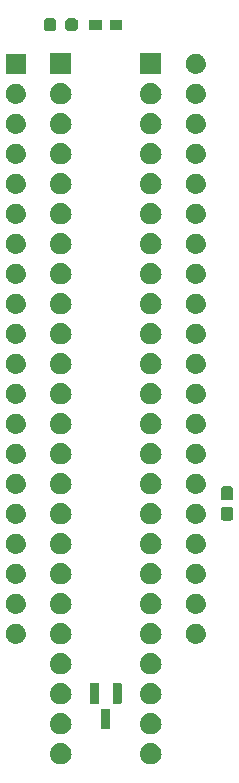
<source format=gbr>
G04 #@! TF.GenerationSoftware,KiCad,Pcbnew,8.0.4+dfsg-1*
G04 #@! TF.CreationDate,2024-12-10T11:09:32+09:00*
G04 #@! TF.ProjectId,bionic-tms7000,62696f6e-6963-42d7-946d-73373030302e,3*
G04 #@! TF.SameCoordinates,Original*
G04 #@! TF.FileFunction,Soldermask,Top*
G04 #@! TF.FilePolarity,Negative*
%FSLAX46Y46*%
G04 Gerber Fmt 4.6, Leading zero omitted, Abs format (unit mm)*
G04 Created by KiCad (PCBNEW 8.0.4+dfsg-1) date 2024-12-10 11:09:32*
%MOMM*%
%LPD*%
G01*
G04 APERTURE LIST*
G04 APERTURE END LIST*
G36*
X109934265Y-132599000D02*
G01*
X109984699Y-132599000D01*
X110028251Y-132608257D01*
X110066624Y-132612037D01*
X110114832Y-132626660D01*
X110169958Y-132638378D01*
X110205230Y-132654082D01*
X110236468Y-132663558D01*
X110286107Y-132690090D01*
X110342982Y-132715413D01*
X110369426Y-132734626D01*
X110392988Y-132747220D01*
X110441052Y-132786665D01*
X110496208Y-132826738D01*
X110514114Y-132846625D01*
X110530185Y-132859814D01*
X110573372Y-132912438D01*
X110622939Y-132967488D01*
X110633352Y-132985524D01*
X110642779Y-132997011D01*
X110677655Y-133062259D01*
X110717638Y-133131512D01*
X110722236Y-133145665D01*
X110726441Y-133153531D01*
X110749611Y-133229915D01*
X110776166Y-133311640D01*
X110777101Y-133320536D01*
X110777962Y-133323375D01*
X110786352Y-133408555D01*
X110795963Y-133500000D01*
X110786351Y-133591451D01*
X110777962Y-133676624D01*
X110777101Y-133679461D01*
X110776166Y-133688360D01*
X110749607Y-133770098D01*
X110726441Y-133846468D01*
X110722237Y-133854331D01*
X110717638Y-133868488D01*
X110677648Y-133937752D01*
X110642779Y-134002988D01*
X110633354Y-134014472D01*
X110622939Y-134032512D01*
X110573363Y-134087571D01*
X110530185Y-134140185D01*
X110514118Y-134153370D01*
X110496208Y-134173262D01*
X110441041Y-134213342D01*
X110392988Y-134252779D01*
X110369431Y-134265370D01*
X110342982Y-134284587D01*
X110286095Y-134309914D01*
X110236468Y-134336441D01*
X110205237Y-134345914D01*
X110169958Y-134361622D01*
X110114821Y-134373341D01*
X110066624Y-134387962D01*
X110028260Y-134391740D01*
X109984699Y-134401000D01*
X109934255Y-134401000D01*
X109890000Y-134405359D01*
X109845745Y-134401000D01*
X109795301Y-134401000D01*
X109751740Y-134391740D01*
X109713375Y-134387962D01*
X109665175Y-134373340D01*
X109610042Y-134361622D01*
X109574764Y-134345915D01*
X109543531Y-134336441D01*
X109493898Y-134309911D01*
X109437018Y-134284587D01*
X109410570Y-134265372D01*
X109387011Y-134252779D01*
X109338949Y-134213336D01*
X109283792Y-134173262D01*
X109265884Y-134153373D01*
X109249814Y-134140185D01*
X109206625Y-134087559D01*
X109157061Y-134032512D01*
X109146648Y-134014476D01*
X109137220Y-134002988D01*
X109102338Y-133937729D01*
X109062362Y-133868488D01*
X109057763Y-133854336D01*
X109053558Y-133846468D01*
X109030377Y-133770052D01*
X109003834Y-133688360D01*
X109002899Y-133679466D01*
X109002037Y-133676624D01*
X108993632Y-133591300D01*
X108984037Y-133500000D01*
X108993632Y-133408707D01*
X109002037Y-133323375D01*
X109002899Y-133320531D01*
X109003834Y-133311640D01*
X109030373Y-133229961D01*
X109053558Y-133153531D01*
X109057764Y-133145660D01*
X109062362Y-133131512D01*
X109102331Y-133062282D01*
X109137220Y-132997011D01*
X109146649Y-132985520D01*
X109157061Y-132967488D01*
X109206616Y-132912451D01*
X109249814Y-132859814D01*
X109265888Y-132846622D01*
X109283792Y-132826738D01*
X109338936Y-132786673D01*
X109387011Y-132747220D01*
X109410579Y-132734622D01*
X109437019Y-132715413D01*
X109493883Y-132690095D01*
X109543531Y-132663558D01*
X109574771Y-132654081D01*
X109610042Y-132638378D01*
X109665164Y-132626661D01*
X109713375Y-132612037D01*
X109751748Y-132608257D01*
X109795301Y-132599000D01*
X109845735Y-132599000D01*
X109890000Y-132594640D01*
X109934265Y-132599000D01*
G37*
G36*
X117554265Y-132599000D02*
G01*
X117604699Y-132599000D01*
X117648251Y-132608257D01*
X117686624Y-132612037D01*
X117734832Y-132626660D01*
X117789958Y-132638378D01*
X117825230Y-132654082D01*
X117856468Y-132663558D01*
X117906107Y-132690090D01*
X117962982Y-132715413D01*
X117989426Y-132734626D01*
X118012988Y-132747220D01*
X118061052Y-132786665D01*
X118116208Y-132826738D01*
X118134114Y-132846625D01*
X118150185Y-132859814D01*
X118193372Y-132912438D01*
X118242939Y-132967488D01*
X118253352Y-132985524D01*
X118262779Y-132997011D01*
X118297655Y-133062259D01*
X118337638Y-133131512D01*
X118342236Y-133145665D01*
X118346441Y-133153531D01*
X118369611Y-133229915D01*
X118396166Y-133311640D01*
X118397101Y-133320536D01*
X118397962Y-133323375D01*
X118406352Y-133408555D01*
X118415963Y-133500000D01*
X118406351Y-133591451D01*
X118397962Y-133676624D01*
X118397101Y-133679461D01*
X118396166Y-133688360D01*
X118369607Y-133770098D01*
X118346441Y-133846468D01*
X118342237Y-133854331D01*
X118337638Y-133868488D01*
X118297648Y-133937752D01*
X118262779Y-134002988D01*
X118253354Y-134014472D01*
X118242939Y-134032512D01*
X118193363Y-134087571D01*
X118150185Y-134140185D01*
X118134118Y-134153370D01*
X118116208Y-134173262D01*
X118061041Y-134213342D01*
X118012988Y-134252779D01*
X117989431Y-134265370D01*
X117962982Y-134284587D01*
X117906095Y-134309914D01*
X117856468Y-134336441D01*
X117825237Y-134345914D01*
X117789958Y-134361622D01*
X117734821Y-134373341D01*
X117686624Y-134387962D01*
X117648260Y-134391740D01*
X117604699Y-134401000D01*
X117554255Y-134401000D01*
X117510000Y-134405359D01*
X117465745Y-134401000D01*
X117415301Y-134401000D01*
X117371740Y-134391740D01*
X117333375Y-134387962D01*
X117285175Y-134373340D01*
X117230042Y-134361622D01*
X117194764Y-134345915D01*
X117163531Y-134336441D01*
X117113898Y-134309911D01*
X117057018Y-134284587D01*
X117030570Y-134265372D01*
X117007011Y-134252779D01*
X116958949Y-134213336D01*
X116903792Y-134173262D01*
X116885884Y-134153373D01*
X116869814Y-134140185D01*
X116826625Y-134087559D01*
X116777061Y-134032512D01*
X116766648Y-134014476D01*
X116757220Y-134002988D01*
X116722338Y-133937729D01*
X116682362Y-133868488D01*
X116677763Y-133854336D01*
X116673558Y-133846468D01*
X116650377Y-133770052D01*
X116623834Y-133688360D01*
X116622899Y-133679466D01*
X116622037Y-133676624D01*
X116613632Y-133591300D01*
X116604037Y-133500000D01*
X116613632Y-133408707D01*
X116622037Y-133323375D01*
X116622899Y-133320531D01*
X116623834Y-133311640D01*
X116650373Y-133229961D01*
X116673558Y-133153531D01*
X116677764Y-133145660D01*
X116682362Y-133131512D01*
X116722331Y-133062282D01*
X116757220Y-132997011D01*
X116766649Y-132985520D01*
X116777061Y-132967488D01*
X116826616Y-132912451D01*
X116869814Y-132859814D01*
X116885888Y-132846622D01*
X116903792Y-132826738D01*
X116958936Y-132786673D01*
X117007011Y-132747220D01*
X117030579Y-132734622D01*
X117057019Y-132715413D01*
X117113883Y-132690095D01*
X117163531Y-132663558D01*
X117194771Y-132654081D01*
X117230042Y-132638378D01*
X117285164Y-132626661D01*
X117333375Y-132612037D01*
X117371748Y-132608257D01*
X117415301Y-132599000D01*
X117465735Y-132599000D01*
X117510000Y-132594640D01*
X117554265Y-132599000D01*
G37*
G36*
X109934265Y-130059000D02*
G01*
X109984699Y-130059000D01*
X110028251Y-130068257D01*
X110066624Y-130072037D01*
X110114832Y-130086660D01*
X110169958Y-130098378D01*
X110205230Y-130114082D01*
X110236468Y-130123558D01*
X110286107Y-130150090D01*
X110342982Y-130175413D01*
X110369426Y-130194626D01*
X110392988Y-130207220D01*
X110441052Y-130246665D01*
X110496208Y-130286738D01*
X110514114Y-130306625D01*
X110530185Y-130319814D01*
X110573372Y-130372438D01*
X110622939Y-130427488D01*
X110633352Y-130445524D01*
X110642779Y-130457011D01*
X110677655Y-130522259D01*
X110717638Y-130591512D01*
X110722236Y-130605665D01*
X110726441Y-130613531D01*
X110749611Y-130689915D01*
X110776166Y-130771640D01*
X110777101Y-130780536D01*
X110777962Y-130783375D01*
X110786352Y-130868555D01*
X110795963Y-130960000D01*
X110786351Y-131051451D01*
X110777962Y-131136624D01*
X110777101Y-131139461D01*
X110776166Y-131148360D01*
X110749607Y-131230098D01*
X110726441Y-131306468D01*
X110722237Y-131314331D01*
X110717638Y-131328488D01*
X110677648Y-131397752D01*
X110642779Y-131462988D01*
X110633354Y-131474472D01*
X110622939Y-131492512D01*
X110573363Y-131547571D01*
X110530185Y-131600185D01*
X110514118Y-131613370D01*
X110496208Y-131633262D01*
X110441041Y-131673342D01*
X110392988Y-131712779D01*
X110369431Y-131725370D01*
X110342982Y-131744587D01*
X110286095Y-131769914D01*
X110236468Y-131796441D01*
X110205237Y-131805914D01*
X110169958Y-131821622D01*
X110114821Y-131833341D01*
X110066624Y-131847962D01*
X110028260Y-131851740D01*
X109984699Y-131861000D01*
X109934255Y-131861000D01*
X109890000Y-131865359D01*
X109845745Y-131861000D01*
X109795301Y-131861000D01*
X109751740Y-131851740D01*
X109713375Y-131847962D01*
X109665175Y-131833340D01*
X109610042Y-131821622D01*
X109574764Y-131805915D01*
X109543531Y-131796441D01*
X109493898Y-131769911D01*
X109437018Y-131744587D01*
X109410570Y-131725372D01*
X109387011Y-131712779D01*
X109338949Y-131673336D01*
X109283792Y-131633262D01*
X109265884Y-131613373D01*
X109249814Y-131600185D01*
X109206625Y-131547559D01*
X109157061Y-131492512D01*
X109146648Y-131474476D01*
X109137220Y-131462988D01*
X109102338Y-131397729D01*
X109062362Y-131328488D01*
X109057763Y-131314336D01*
X109053558Y-131306468D01*
X109030377Y-131230052D01*
X109003834Y-131148360D01*
X109002899Y-131139466D01*
X109002037Y-131136624D01*
X108993632Y-131051300D01*
X108984037Y-130960000D01*
X108993632Y-130868707D01*
X109002037Y-130783375D01*
X109002899Y-130780531D01*
X109003834Y-130771640D01*
X109030373Y-130689961D01*
X109053558Y-130613531D01*
X109057764Y-130605660D01*
X109062362Y-130591512D01*
X109102331Y-130522282D01*
X109137220Y-130457011D01*
X109146649Y-130445520D01*
X109157061Y-130427488D01*
X109206616Y-130372451D01*
X109249814Y-130319814D01*
X109265888Y-130306622D01*
X109283792Y-130286738D01*
X109338936Y-130246673D01*
X109387011Y-130207220D01*
X109410579Y-130194622D01*
X109437019Y-130175413D01*
X109493883Y-130150095D01*
X109543531Y-130123558D01*
X109574771Y-130114081D01*
X109610042Y-130098378D01*
X109665164Y-130086661D01*
X109713375Y-130072037D01*
X109751748Y-130068257D01*
X109795301Y-130059000D01*
X109845735Y-130059000D01*
X109890000Y-130054640D01*
X109934265Y-130059000D01*
G37*
G36*
X117554265Y-130059000D02*
G01*
X117604699Y-130059000D01*
X117648251Y-130068257D01*
X117686624Y-130072037D01*
X117734832Y-130086660D01*
X117789958Y-130098378D01*
X117825230Y-130114082D01*
X117856468Y-130123558D01*
X117906107Y-130150090D01*
X117962982Y-130175413D01*
X117989426Y-130194626D01*
X118012988Y-130207220D01*
X118061052Y-130246665D01*
X118116208Y-130286738D01*
X118134114Y-130306625D01*
X118150185Y-130319814D01*
X118193372Y-130372438D01*
X118242939Y-130427488D01*
X118253352Y-130445524D01*
X118262779Y-130457011D01*
X118297655Y-130522259D01*
X118337638Y-130591512D01*
X118342236Y-130605665D01*
X118346441Y-130613531D01*
X118369611Y-130689915D01*
X118396166Y-130771640D01*
X118397101Y-130780536D01*
X118397962Y-130783375D01*
X118406352Y-130868555D01*
X118415963Y-130960000D01*
X118406351Y-131051451D01*
X118397962Y-131136624D01*
X118397101Y-131139461D01*
X118396166Y-131148360D01*
X118369607Y-131230098D01*
X118346441Y-131306468D01*
X118342237Y-131314331D01*
X118337638Y-131328488D01*
X118297648Y-131397752D01*
X118262779Y-131462988D01*
X118253354Y-131474472D01*
X118242939Y-131492512D01*
X118193363Y-131547571D01*
X118150185Y-131600185D01*
X118134118Y-131613370D01*
X118116208Y-131633262D01*
X118061041Y-131673342D01*
X118012988Y-131712779D01*
X117989431Y-131725370D01*
X117962982Y-131744587D01*
X117906095Y-131769914D01*
X117856468Y-131796441D01*
X117825237Y-131805914D01*
X117789958Y-131821622D01*
X117734821Y-131833341D01*
X117686624Y-131847962D01*
X117648260Y-131851740D01*
X117604699Y-131861000D01*
X117554255Y-131861000D01*
X117510000Y-131865359D01*
X117465745Y-131861000D01*
X117415301Y-131861000D01*
X117371740Y-131851740D01*
X117333375Y-131847962D01*
X117285175Y-131833340D01*
X117230042Y-131821622D01*
X117194764Y-131805915D01*
X117163531Y-131796441D01*
X117113898Y-131769911D01*
X117057018Y-131744587D01*
X117030570Y-131725372D01*
X117007011Y-131712779D01*
X116958949Y-131673336D01*
X116903792Y-131633262D01*
X116885884Y-131613373D01*
X116869814Y-131600185D01*
X116826625Y-131547559D01*
X116777061Y-131492512D01*
X116766648Y-131474476D01*
X116757220Y-131462988D01*
X116722338Y-131397729D01*
X116682362Y-131328488D01*
X116677763Y-131314336D01*
X116673558Y-131306468D01*
X116650377Y-131230052D01*
X116623834Y-131148360D01*
X116622899Y-131139466D01*
X116622037Y-131136624D01*
X116613632Y-131051300D01*
X116604037Y-130960000D01*
X116613632Y-130868707D01*
X116622037Y-130783375D01*
X116622899Y-130780531D01*
X116623834Y-130771640D01*
X116650373Y-130689961D01*
X116673558Y-130613531D01*
X116677764Y-130605660D01*
X116682362Y-130591512D01*
X116722331Y-130522282D01*
X116757220Y-130457011D01*
X116766649Y-130445520D01*
X116777061Y-130427488D01*
X116826616Y-130372451D01*
X116869814Y-130319814D01*
X116885888Y-130306622D01*
X116903792Y-130286738D01*
X116958936Y-130246673D01*
X117007011Y-130207220D01*
X117030579Y-130194622D01*
X117057019Y-130175413D01*
X117113883Y-130150095D01*
X117163531Y-130123558D01*
X117194771Y-130114081D01*
X117230042Y-130098378D01*
X117285164Y-130086661D01*
X117333375Y-130072037D01*
X117371748Y-130068257D01*
X117415301Y-130059000D01*
X117465735Y-130059000D01*
X117510000Y-130054640D01*
X117554265Y-130059000D01*
G37*
G36*
X114050099Y-129691159D02*
G01*
X114066969Y-129702431D01*
X114078241Y-129719301D01*
X114081199Y-129734178D01*
X114081200Y-131369823D01*
X114078241Y-131384699D01*
X114066969Y-131401569D01*
X114050099Y-131412841D01*
X114035222Y-131415799D01*
X113364777Y-131415800D01*
X113349901Y-131412841D01*
X113333031Y-131401569D01*
X113321759Y-131384699D01*
X113318801Y-131369823D01*
X113318800Y-131369820D01*
X113318800Y-129734177D01*
X113321759Y-129719300D01*
X113333031Y-129702431D01*
X113349898Y-129691160D01*
X113349900Y-129691159D01*
X113349901Y-129691159D01*
X113354882Y-129690168D01*
X113364779Y-129688200D01*
X114035222Y-129688200D01*
X114035223Y-129688200D01*
X114050099Y-129691159D01*
G37*
G36*
X109934265Y-127519000D02*
G01*
X109984699Y-127519000D01*
X110028251Y-127528257D01*
X110066624Y-127532037D01*
X110114832Y-127546660D01*
X110169958Y-127558378D01*
X110205230Y-127574082D01*
X110236468Y-127583558D01*
X110286107Y-127610090D01*
X110342982Y-127635413D01*
X110369426Y-127654626D01*
X110392988Y-127667220D01*
X110441052Y-127706665D01*
X110496208Y-127746738D01*
X110514114Y-127766625D01*
X110530185Y-127779814D01*
X110573372Y-127832438D01*
X110622939Y-127887488D01*
X110633352Y-127905524D01*
X110642779Y-127917011D01*
X110677655Y-127982259D01*
X110717638Y-128051512D01*
X110722236Y-128065665D01*
X110726441Y-128073531D01*
X110749611Y-128149915D01*
X110776166Y-128231640D01*
X110777101Y-128240536D01*
X110777962Y-128243375D01*
X110786352Y-128328555D01*
X110795963Y-128420000D01*
X110786351Y-128511451D01*
X110777962Y-128596624D01*
X110777101Y-128599461D01*
X110776166Y-128608360D01*
X110749607Y-128690098D01*
X110726441Y-128766468D01*
X110722237Y-128774331D01*
X110717638Y-128788488D01*
X110677648Y-128857752D01*
X110642779Y-128922988D01*
X110633354Y-128934472D01*
X110622939Y-128952512D01*
X110573363Y-129007571D01*
X110530185Y-129060185D01*
X110514118Y-129073370D01*
X110496208Y-129093262D01*
X110441041Y-129133342D01*
X110392988Y-129172779D01*
X110369431Y-129185370D01*
X110342982Y-129204587D01*
X110286095Y-129229914D01*
X110236468Y-129256441D01*
X110205237Y-129265914D01*
X110169958Y-129281622D01*
X110114821Y-129293341D01*
X110066624Y-129307962D01*
X110028260Y-129311740D01*
X109984699Y-129321000D01*
X109934255Y-129321000D01*
X109890000Y-129325359D01*
X109845745Y-129321000D01*
X109795301Y-129321000D01*
X109751740Y-129311740D01*
X109713375Y-129307962D01*
X109665175Y-129293340D01*
X109610042Y-129281622D01*
X109574764Y-129265915D01*
X109543531Y-129256441D01*
X109493898Y-129229911D01*
X109437018Y-129204587D01*
X109410570Y-129185372D01*
X109387011Y-129172779D01*
X109338949Y-129133336D01*
X109283792Y-129093262D01*
X109265884Y-129073373D01*
X109249814Y-129060185D01*
X109206625Y-129007559D01*
X109157061Y-128952512D01*
X109146648Y-128934476D01*
X109137220Y-128922988D01*
X109102338Y-128857729D01*
X109062362Y-128788488D01*
X109057763Y-128774336D01*
X109053558Y-128766468D01*
X109030377Y-128690052D01*
X109003834Y-128608360D01*
X109002899Y-128599466D01*
X109002037Y-128596624D01*
X108993632Y-128511300D01*
X108984037Y-128420000D01*
X108993632Y-128328707D01*
X109002037Y-128243375D01*
X109002899Y-128240531D01*
X109003834Y-128231640D01*
X109030373Y-128149961D01*
X109053558Y-128073531D01*
X109057764Y-128065660D01*
X109062362Y-128051512D01*
X109102331Y-127982282D01*
X109137220Y-127917011D01*
X109146649Y-127905520D01*
X109157061Y-127887488D01*
X109206616Y-127832451D01*
X109249814Y-127779814D01*
X109265888Y-127766622D01*
X109283792Y-127746738D01*
X109338936Y-127706673D01*
X109387011Y-127667220D01*
X109410579Y-127654622D01*
X109437019Y-127635413D01*
X109493883Y-127610095D01*
X109543531Y-127583558D01*
X109574771Y-127574081D01*
X109610042Y-127558378D01*
X109665164Y-127546661D01*
X109713375Y-127532037D01*
X109751748Y-127528257D01*
X109795301Y-127519000D01*
X109845735Y-127519000D01*
X109890000Y-127514640D01*
X109934265Y-127519000D01*
G37*
G36*
X117554265Y-127519000D02*
G01*
X117604699Y-127519000D01*
X117648251Y-127528257D01*
X117686624Y-127532037D01*
X117734832Y-127546660D01*
X117789958Y-127558378D01*
X117825230Y-127574082D01*
X117856468Y-127583558D01*
X117906107Y-127610090D01*
X117962982Y-127635413D01*
X117989426Y-127654626D01*
X118012988Y-127667220D01*
X118061052Y-127706665D01*
X118116208Y-127746738D01*
X118134114Y-127766625D01*
X118150185Y-127779814D01*
X118193372Y-127832438D01*
X118242939Y-127887488D01*
X118253352Y-127905524D01*
X118262779Y-127917011D01*
X118297655Y-127982259D01*
X118337638Y-128051512D01*
X118342236Y-128065665D01*
X118346441Y-128073531D01*
X118369611Y-128149915D01*
X118396166Y-128231640D01*
X118397101Y-128240536D01*
X118397962Y-128243375D01*
X118406352Y-128328555D01*
X118415963Y-128420000D01*
X118406351Y-128511451D01*
X118397962Y-128596624D01*
X118397101Y-128599461D01*
X118396166Y-128608360D01*
X118369607Y-128690098D01*
X118346441Y-128766468D01*
X118342237Y-128774331D01*
X118337638Y-128788488D01*
X118297648Y-128857752D01*
X118262779Y-128922988D01*
X118253354Y-128934472D01*
X118242939Y-128952512D01*
X118193363Y-129007571D01*
X118150185Y-129060185D01*
X118134118Y-129073370D01*
X118116208Y-129093262D01*
X118061041Y-129133342D01*
X118012988Y-129172779D01*
X117989431Y-129185370D01*
X117962982Y-129204587D01*
X117906095Y-129229914D01*
X117856468Y-129256441D01*
X117825237Y-129265914D01*
X117789958Y-129281622D01*
X117734821Y-129293341D01*
X117686624Y-129307962D01*
X117648260Y-129311740D01*
X117604699Y-129321000D01*
X117554255Y-129321000D01*
X117510000Y-129325359D01*
X117465745Y-129321000D01*
X117415301Y-129321000D01*
X117371740Y-129311740D01*
X117333375Y-129307962D01*
X117285175Y-129293340D01*
X117230042Y-129281622D01*
X117194764Y-129265915D01*
X117163531Y-129256441D01*
X117113898Y-129229911D01*
X117057018Y-129204587D01*
X117030570Y-129185372D01*
X117007011Y-129172779D01*
X116958949Y-129133336D01*
X116903792Y-129093262D01*
X116885884Y-129073373D01*
X116869814Y-129060185D01*
X116826625Y-129007559D01*
X116777061Y-128952512D01*
X116766648Y-128934476D01*
X116757220Y-128922988D01*
X116722338Y-128857729D01*
X116682362Y-128788488D01*
X116677763Y-128774336D01*
X116673558Y-128766468D01*
X116650377Y-128690052D01*
X116623834Y-128608360D01*
X116622899Y-128599466D01*
X116622037Y-128596624D01*
X116613632Y-128511300D01*
X116604037Y-128420000D01*
X116613632Y-128328707D01*
X116622037Y-128243375D01*
X116622899Y-128240531D01*
X116623834Y-128231640D01*
X116650373Y-128149961D01*
X116673558Y-128073531D01*
X116677764Y-128065660D01*
X116682362Y-128051512D01*
X116722331Y-127982282D01*
X116757220Y-127917011D01*
X116766649Y-127905520D01*
X116777061Y-127887488D01*
X116826616Y-127832451D01*
X116869814Y-127779814D01*
X116885888Y-127766622D01*
X116903792Y-127746738D01*
X116958936Y-127706673D01*
X117007011Y-127667220D01*
X117030579Y-127654622D01*
X117057019Y-127635413D01*
X117113883Y-127610095D01*
X117163531Y-127583558D01*
X117194771Y-127574081D01*
X117230042Y-127558378D01*
X117285164Y-127546661D01*
X117333375Y-127532037D01*
X117371748Y-127528257D01*
X117415301Y-127519000D01*
X117465735Y-127519000D01*
X117510000Y-127514640D01*
X117554265Y-127519000D01*
G37*
G36*
X113100098Y-127559159D02*
G01*
X113116968Y-127570431D01*
X113128240Y-127587301D01*
X113131198Y-127602178D01*
X113131199Y-129237823D01*
X113128240Y-129252699D01*
X113116968Y-129269569D01*
X113100098Y-129280841D01*
X113085221Y-129283799D01*
X112414776Y-129283800D01*
X112399900Y-129280841D01*
X112383030Y-129269569D01*
X112371758Y-129252699D01*
X112368800Y-129237823D01*
X112368799Y-129237820D01*
X112368799Y-127602177D01*
X112371758Y-127587300D01*
X112383030Y-127570431D01*
X112399897Y-127559160D01*
X112399899Y-127559159D01*
X112399900Y-127559159D01*
X112404881Y-127558168D01*
X112414778Y-127556200D01*
X113085221Y-127556200D01*
X113085222Y-127556200D01*
X113100098Y-127559159D01*
G37*
G36*
X115000100Y-127559159D02*
G01*
X115016970Y-127570431D01*
X115028242Y-127587301D01*
X115031200Y-127602178D01*
X115031201Y-129237823D01*
X115028242Y-129252699D01*
X115016970Y-129269569D01*
X115000100Y-129280841D01*
X114985223Y-129283799D01*
X114314778Y-129283800D01*
X114299902Y-129280841D01*
X114283032Y-129269569D01*
X114271760Y-129252699D01*
X114268802Y-129237823D01*
X114268801Y-129237820D01*
X114268801Y-127602177D01*
X114271760Y-127587300D01*
X114283032Y-127570431D01*
X114299899Y-127559160D01*
X114299901Y-127559159D01*
X114299902Y-127559159D01*
X114304883Y-127558168D01*
X114314780Y-127556200D01*
X114985223Y-127556200D01*
X114985224Y-127556200D01*
X115000100Y-127559159D01*
G37*
G36*
X109934265Y-124979000D02*
G01*
X109984699Y-124979000D01*
X110028251Y-124988257D01*
X110066624Y-124992037D01*
X110114832Y-125006660D01*
X110169958Y-125018378D01*
X110205230Y-125034082D01*
X110236468Y-125043558D01*
X110286107Y-125070090D01*
X110342982Y-125095413D01*
X110369426Y-125114626D01*
X110392988Y-125127220D01*
X110441052Y-125166665D01*
X110496208Y-125206738D01*
X110514114Y-125226625D01*
X110530185Y-125239814D01*
X110573372Y-125292438D01*
X110622939Y-125347488D01*
X110633352Y-125365524D01*
X110642779Y-125377011D01*
X110677655Y-125442259D01*
X110717638Y-125511512D01*
X110722236Y-125525665D01*
X110726441Y-125533531D01*
X110749611Y-125609915D01*
X110776166Y-125691640D01*
X110777101Y-125700536D01*
X110777962Y-125703375D01*
X110786352Y-125788555D01*
X110795963Y-125880000D01*
X110786351Y-125971451D01*
X110777962Y-126056624D01*
X110777101Y-126059461D01*
X110776166Y-126068360D01*
X110749607Y-126150098D01*
X110726441Y-126226468D01*
X110722237Y-126234331D01*
X110717638Y-126248488D01*
X110677648Y-126317752D01*
X110642779Y-126382988D01*
X110633354Y-126394472D01*
X110622939Y-126412512D01*
X110573363Y-126467571D01*
X110530185Y-126520185D01*
X110514118Y-126533370D01*
X110496208Y-126553262D01*
X110441041Y-126593342D01*
X110392988Y-126632779D01*
X110369431Y-126645370D01*
X110342982Y-126664587D01*
X110286095Y-126689914D01*
X110236468Y-126716441D01*
X110205237Y-126725914D01*
X110169958Y-126741622D01*
X110114821Y-126753341D01*
X110066624Y-126767962D01*
X110028260Y-126771740D01*
X109984699Y-126781000D01*
X109934255Y-126781000D01*
X109890000Y-126785359D01*
X109845745Y-126781000D01*
X109795301Y-126781000D01*
X109751740Y-126771740D01*
X109713375Y-126767962D01*
X109665175Y-126753340D01*
X109610042Y-126741622D01*
X109574764Y-126725915D01*
X109543531Y-126716441D01*
X109493898Y-126689911D01*
X109437018Y-126664587D01*
X109410570Y-126645372D01*
X109387011Y-126632779D01*
X109338949Y-126593336D01*
X109283792Y-126553262D01*
X109265884Y-126533373D01*
X109249814Y-126520185D01*
X109206625Y-126467559D01*
X109157061Y-126412512D01*
X109146648Y-126394476D01*
X109137220Y-126382988D01*
X109102338Y-126317729D01*
X109062362Y-126248488D01*
X109057763Y-126234336D01*
X109053558Y-126226468D01*
X109030377Y-126150052D01*
X109003834Y-126068360D01*
X109002899Y-126059466D01*
X109002037Y-126056624D01*
X108993632Y-125971300D01*
X108984037Y-125880000D01*
X108993632Y-125788707D01*
X109002037Y-125703375D01*
X109002899Y-125700531D01*
X109003834Y-125691640D01*
X109030373Y-125609961D01*
X109053558Y-125533531D01*
X109057764Y-125525660D01*
X109062362Y-125511512D01*
X109102331Y-125442282D01*
X109137220Y-125377011D01*
X109146649Y-125365520D01*
X109157061Y-125347488D01*
X109206616Y-125292451D01*
X109249814Y-125239814D01*
X109265888Y-125226622D01*
X109283792Y-125206738D01*
X109338936Y-125166673D01*
X109387011Y-125127220D01*
X109410579Y-125114622D01*
X109437019Y-125095413D01*
X109493883Y-125070095D01*
X109543531Y-125043558D01*
X109574771Y-125034081D01*
X109610042Y-125018378D01*
X109665164Y-125006661D01*
X109713375Y-124992037D01*
X109751748Y-124988257D01*
X109795301Y-124979000D01*
X109845735Y-124979000D01*
X109890000Y-124974640D01*
X109934265Y-124979000D01*
G37*
G36*
X117554265Y-124979000D02*
G01*
X117604699Y-124979000D01*
X117648251Y-124988257D01*
X117686624Y-124992037D01*
X117734832Y-125006660D01*
X117789958Y-125018378D01*
X117825230Y-125034082D01*
X117856468Y-125043558D01*
X117906107Y-125070090D01*
X117962982Y-125095413D01*
X117989426Y-125114626D01*
X118012988Y-125127220D01*
X118061052Y-125166665D01*
X118116208Y-125206738D01*
X118134114Y-125226625D01*
X118150185Y-125239814D01*
X118193372Y-125292438D01*
X118242939Y-125347488D01*
X118253352Y-125365524D01*
X118262779Y-125377011D01*
X118297655Y-125442259D01*
X118337638Y-125511512D01*
X118342236Y-125525665D01*
X118346441Y-125533531D01*
X118369611Y-125609915D01*
X118396166Y-125691640D01*
X118397101Y-125700536D01*
X118397962Y-125703375D01*
X118406352Y-125788555D01*
X118415963Y-125880000D01*
X118406351Y-125971451D01*
X118397962Y-126056624D01*
X118397101Y-126059461D01*
X118396166Y-126068360D01*
X118369607Y-126150098D01*
X118346441Y-126226468D01*
X118342237Y-126234331D01*
X118337638Y-126248488D01*
X118297648Y-126317752D01*
X118262779Y-126382988D01*
X118253354Y-126394472D01*
X118242939Y-126412512D01*
X118193363Y-126467571D01*
X118150185Y-126520185D01*
X118134118Y-126533370D01*
X118116208Y-126553262D01*
X118061041Y-126593342D01*
X118012988Y-126632779D01*
X117989431Y-126645370D01*
X117962982Y-126664587D01*
X117906095Y-126689914D01*
X117856468Y-126716441D01*
X117825237Y-126725914D01*
X117789958Y-126741622D01*
X117734821Y-126753341D01*
X117686624Y-126767962D01*
X117648260Y-126771740D01*
X117604699Y-126781000D01*
X117554255Y-126781000D01*
X117510000Y-126785359D01*
X117465745Y-126781000D01*
X117415301Y-126781000D01*
X117371740Y-126771740D01*
X117333375Y-126767962D01*
X117285175Y-126753340D01*
X117230042Y-126741622D01*
X117194764Y-126725915D01*
X117163531Y-126716441D01*
X117113898Y-126689911D01*
X117057018Y-126664587D01*
X117030570Y-126645372D01*
X117007011Y-126632779D01*
X116958949Y-126593336D01*
X116903792Y-126553262D01*
X116885884Y-126533373D01*
X116869814Y-126520185D01*
X116826625Y-126467559D01*
X116777061Y-126412512D01*
X116766648Y-126394476D01*
X116757220Y-126382988D01*
X116722338Y-126317729D01*
X116682362Y-126248488D01*
X116677763Y-126234336D01*
X116673558Y-126226468D01*
X116650377Y-126150052D01*
X116623834Y-126068360D01*
X116622899Y-126059466D01*
X116622037Y-126056624D01*
X116613632Y-125971300D01*
X116604037Y-125880000D01*
X116613632Y-125788707D01*
X116622037Y-125703375D01*
X116622899Y-125700531D01*
X116623834Y-125691640D01*
X116650373Y-125609961D01*
X116673558Y-125533531D01*
X116677764Y-125525660D01*
X116682362Y-125511512D01*
X116722331Y-125442282D01*
X116757220Y-125377011D01*
X116766649Y-125365520D01*
X116777061Y-125347488D01*
X116826616Y-125292451D01*
X116869814Y-125239814D01*
X116885888Y-125226622D01*
X116903792Y-125206738D01*
X116958936Y-125166673D01*
X117007011Y-125127220D01*
X117030579Y-125114622D01*
X117057019Y-125095413D01*
X117113883Y-125070095D01*
X117163531Y-125043558D01*
X117194771Y-125034081D01*
X117230042Y-125018378D01*
X117285164Y-125006661D01*
X117333375Y-124992037D01*
X117371748Y-124988257D01*
X117415301Y-124979000D01*
X117465735Y-124979000D01*
X117510000Y-124974640D01*
X117554265Y-124979000D01*
G37*
G36*
X109934265Y-122439000D02*
G01*
X109984699Y-122439000D01*
X110028251Y-122448257D01*
X110066624Y-122452037D01*
X110114832Y-122466660D01*
X110169958Y-122478378D01*
X110205230Y-122494082D01*
X110236468Y-122503558D01*
X110286107Y-122530090D01*
X110342982Y-122555413D01*
X110369426Y-122574626D01*
X110392988Y-122587220D01*
X110441052Y-122626665D01*
X110496208Y-122666738D01*
X110514114Y-122686625D01*
X110530185Y-122699814D01*
X110573372Y-122752438D01*
X110622939Y-122807488D01*
X110633352Y-122825524D01*
X110642779Y-122837011D01*
X110677655Y-122902259D01*
X110717638Y-122971512D01*
X110722236Y-122985665D01*
X110726441Y-122993531D01*
X110749611Y-123069915D01*
X110776166Y-123151640D01*
X110777101Y-123160536D01*
X110777962Y-123163375D01*
X110786352Y-123248555D01*
X110795963Y-123340000D01*
X110786351Y-123431451D01*
X110777962Y-123516624D01*
X110777101Y-123519461D01*
X110776166Y-123528360D01*
X110749607Y-123610098D01*
X110726441Y-123686468D01*
X110722237Y-123694331D01*
X110717638Y-123708488D01*
X110677648Y-123777752D01*
X110642779Y-123842988D01*
X110633354Y-123854472D01*
X110622939Y-123872512D01*
X110573363Y-123927571D01*
X110530185Y-123980185D01*
X110514118Y-123993370D01*
X110496208Y-124013262D01*
X110441041Y-124053342D01*
X110392988Y-124092779D01*
X110369431Y-124105370D01*
X110342982Y-124124587D01*
X110286095Y-124149914D01*
X110236468Y-124176441D01*
X110205237Y-124185914D01*
X110169958Y-124201622D01*
X110114821Y-124213341D01*
X110066624Y-124227962D01*
X110028260Y-124231740D01*
X109984699Y-124241000D01*
X109934255Y-124241000D01*
X109890000Y-124245359D01*
X109845745Y-124241000D01*
X109795301Y-124241000D01*
X109751740Y-124231740D01*
X109713375Y-124227962D01*
X109665175Y-124213340D01*
X109610042Y-124201622D01*
X109574764Y-124185915D01*
X109543531Y-124176441D01*
X109493898Y-124149911D01*
X109437018Y-124124587D01*
X109410570Y-124105372D01*
X109387011Y-124092779D01*
X109338949Y-124053336D01*
X109283792Y-124013262D01*
X109265884Y-123993373D01*
X109249814Y-123980185D01*
X109206625Y-123927559D01*
X109157061Y-123872512D01*
X109146648Y-123854476D01*
X109137220Y-123842988D01*
X109102338Y-123777729D01*
X109062362Y-123708488D01*
X109057763Y-123694336D01*
X109053558Y-123686468D01*
X109030377Y-123610052D01*
X109003834Y-123528360D01*
X109002899Y-123519466D01*
X109002037Y-123516624D01*
X108993632Y-123431300D01*
X108984037Y-123340000D01*
X108993632Y-123248707D01*
X109002037Y-123163375D01*
X109002899Y-123160531D01*
X109003834Y-123151640D01*
X109030373Y-123069961D01*
X109053558Y-122993531D01*
X109057764Y-122985660D01*
X109062362Y-122971512D01*
X109102331Y-122902282D01*
X109137220Y-122837011D01*
X109146649Y-122825520D01*
X109157061Y-122807488D01*
X109206616Y-122752451D01*
X109249814Y-122699814D01*
X109265888Y-122686622D01*
X109283792Y-122666738D01*
X109338936Y-122626673D01*
X109387011Y-122587220D01*
X109410579Y-122574622D01*
X109437019Y-122555413D01*
X109493883Y-122530095D01*
X109543531Y-122503558D01*
X109574771Y-122494081D01*
X109610042Y-122478378D01*
X109665164Y-122466661D01*
X109713375Y-122452037D01*
X109751748Y-122448257D01*
X109795301Y-122439000D01*
X109845735Y-122439000D01*
X109890000Y-122434640D01*
X109934265Y-122439000D01*
G37*
G36*
X117554265Y-122439000D02*
G01*
X117604699Y-122439000D01*
X117648251Y-122448257D01*
X117686624Y-122452037D01*
X117734832Y-122466660D01*
X117789958Y-122478378D01*
X117825230Y-122494082D01*
X117856468Y-122503558D01*
X117906107Y-122530090D01*
X117962982Y-122555413D01*
X117989426Y-122574626D01*
X118012988Y-122587220D01*
X118061052Y-122626665D01*
X118116208Y-122666738D01*
X118134114Y-122686625D01*
X118150185Y-122699814D01*
X118193372Y-122752438D01*
X118242939Y-122807488D01*
X118253352Y-122825524D01*
X118262779Y-122837011D01*
X118297655Y-122902259D01*
X118337638Y-122971512D01*
X118342236Y-122985665D01*
X118346441Y-122993531D01*
X118369611Y-123069915D01*
X118396166Y-123151640D01*
X118397101Y-123160536D01*
X118397962Y-123163375D01*
X118406352Y-123248555D01*
X118415963Y-123340000D01*
X118406351Y-123431451D01*
X118397962Y-123516624D01*
X118397101Y-123519461D01*
X118396166Y-123528360D01*
X118369607Y-123610098D01*
X118346441Y-123686468D01*
X118342237Y-123694331D01*
X118337638Y-123708488D01*
X118297648Y-123777752D01*
X118262779Y-123842988D01*
X118253354Y-123854472D01*
X118242939Y-123872512D01*
X118193363Y-123927571D01*
X118150185Y-123980185D01*
X118134118Y-123993370D01*
X118116208Y-124013262D01*
X118061041Y-124053342D01*
X118012988Y-124092779D01*
X117989431Y-124105370D01*
X117962982Y-124124587D01*
X117906095Y-124149914D01*
X117856468Y-124176441D01*
X117825237Y-124185914D01*
X117789958Y-124201622D01*
X117734821Y-124213341D01*
X117686624Y-124227962D01*
X117648260Y-124231740D01*
X117604699Y-124241000D01*
X117554255Y-124241000D01*
X117510000Y-124245359D01*
X117465745Y-124241000D01*
X117415301Y-124241000D01*
X117371740Y-124231740D01*
X117333375Y-124227962D01*
X117285175Y-124213340D01*
X117230042Y-124201622D01*
X117194764Y-124185915D01*
X117163531Y-124176441D01*
X117113898Y-124149911D01*
X117057018Y-124124587D01*
X117030570Y-124105372D01*
X117007011Y-124092779D01*
X116958949Y-124053336D01*
X116903792Y-124013262D01*
X116885884Y-123993373D01*
X116869814Y-123980185D01*
X116826625Y-123927559D01*
X116777061Y-123872512D01*
X116766648Y-123854476D01*
X116757220Y-123842988D01*
X116722338Y-123777729D01*
X116682362Y-123708488D01*
X116677763Y-123694336D01*
X116673558Y-123686468D01*
X116650377Y-123610052D01*
X116623834Y-123528360D01*
X116622899Y-123519466D01*
X116622037Y-123516624D01*
X116613632Y-123431300D01*
X116604037Y-123340000D01*
X116613632Y-123248707D01*
X116622037Y-123163375D01*
X116622899Y-123160531D01*
X116623834Y-123151640D01*
X116650373Y-123069961D01*
X116673558Y-122993531D01*
X116677764Y-122985660D01*
X116682362Y-122971512D01*
X116722331Y-122902282D01*
X116757220Y-122837011D01*
X116766649Y-122825520D01*
X116777061Y-122807488D01*
X116826616Y-122752451D01*
X116869814Y-122699814D01*
X116885888Y-122686622D01*
X116903792Y-122666738D01*
X116958936Y-122626673D01*
X117007011Y-122587220D01*
X117030579Y-122574622D01*
X117057019Y-122555413D01*
X117113883Y-122530095D01*
X117163531Y-122503558D01*
X117194771Y-122494081D01*
X117230042Y-122478378D01*
X117285164Y-122466661D01*
X117333375Y-122452037D01*
X117371748Y-122448257D01*
X117415301Y-122439000D01*
X117465735Y-122439000D01*
X117510000Y-122434640D01*
X117554265Y-122439000D01*
G37*
G36*
X106121810Y-122489000D02*
G01*
X106169444Y-122489000D01*
X106210578Y-122497743D01*
X106246822Y-122501313D01*
X106292354Y-122515125D01*
X106344422Y-122526192D01*
X106377738Y-122541025D01*
X106407242Y-122549975D01*
X106454128Y-122575036D01*
X106507844Y-122598952D01*
X106532818Y-122617097D01*
X106555076Y-122628994D01*
X106600476Y-122666253D01*
X106652567Y-122704100D01*
X106669482Y-122722886D01*
X106684658Y-122735341D01*
X106725443Y-122785037D01*
X106772266Y-122837039D01*
X106782100Y-122854073D01*
X106791005Y-122864923D01*
X106823944Y-122926549D01*
X106861710Y-122991960D01*
X106866054Y-123005329D01*
X106870024Y-123012757D01*
X106891908Y-123084901D01*
X106916989Y-123162092D01*
X106917872Y-123170493D01*
X106918686Y-123173177D01*
X106926610Y-123253632D01*
X106935688Y-123340000D01*
X106926609Y-123426375D01*
X106918686Y-123506822D01*
X106917872Y-123509504D01*
X106916989Y-123517908D01*
X106891903Y-123595112D01*
X106870024Y-123667242D01*
X106866054Y-123674667D01*
X106861710Y-123688040D01*
X106823937Y-123753463D01*
X106791005Y-123815076D01*
X106782102Y-123825923D01*
X106772266Y-123842961D01*
X106725434Y-123894972D01*
X106684658Y-123944658D01*
X106669486Y-123957109D01*
X106652567Y-123975900D01*
X106600465Y-124013754D01*
X106555076Y-124051005D01*
X106532823Y-124062899D01*
X106507844Y-124081048D01*
X106454117Y-124104968D01*
X106407242Y-124130024D01*
X106377745Y-124138971D01*
X106344422Y-124153808D01*
X106292343Y-124164877D01*
X106246822Y-124178686D01*
X106210587Y-124182254D01*
X106169444Y-124191000D01*
X106121799Y-124191000D01*
X106080000Y-124195117D01*
X106038200Y-124191000D01*
X105990556Y-124191000D01*
X105949413Y-124182255D01*
X105913177Y-124178686D01*
X105867652Y-124164876D01*
X105815578Y-124153808D01*
X105782256Y-124138972D01*
X105752757Y-124130024D01*
X105705876Y-124104965D01*
X105652156Y-124081048D01*
X105627179Y-124062901D01*
X105604923Y-124051005D01*
X105559525Y-124013747D01*
X105507433Y-123975900D01*
X105490516Y-123957112D01*
X105475341Y-123944658D01*
X105434554Y-123894960D01*
X105387734Y-123842961D01*
X105377899Y-123825927D01*
X105368994Y-123815076D01*
X105336048Y-123753439D01*
X105298290Y-123688040D01*
X105293946Y-123674672D01*
X105289975Y-123667242D01*
X105268081Y-123595065D01*
X105243011Y-123517908D01*
X105242128Y-123509509D01*
X105241313Y-123506822D01*
X105233374Y-123426224D01*
X105224312Y-123340000D01*
X105233373Y-123253783D01*
X105241313Y-123173177D01*
X105242128Y-123170488D01*
X105243011Y-123162092D01*
X105268076Y-123084948D01*
X105289975Y-123012757D01*
X105293947Y-123005325D01*
X105298290Y-122991960D01*
X105336041Y-122926572D01*
X105368994Y-122864923D01*
X105377901Y-122854069D01*
X105387734Y-122837039D01*
X105434545Y-122785049D01*
X105475341Y-122735341D01*
X105490520Y-122722883D01*
X105507433Y-122704100D01*
X105559515Y-122666259D01*
X105604923Y-122628994D01*
X105627184Y-122617094D01*
X105652156Y-122598952D01*
X105705865Y-122575038D01*
X105752757Y-122549975D01*
X105782264Y-122541024D01*
X105815578Y-122526192D01*
X105867641Y-122515125D01*
X105913177Y-122501313D01*
X105949422Y-122497743D01*
X105990556Y-122489000D01*
X106038190Y-122489000D01*
X106080000Y-122484882D01*
X106121810Y-122489000D01*
G37*
G36*
X121361810Y-122489000D02*
G01*
X121409444Y-122489000D01*
X121450578Y-122497743D01*
X121486822Y-122501313D01*
X121532354Y-122515125D01*
X121584422Y-122526192D01*
X121617738Y-122541025D01*
X121647242Y-122549975D01*
X121694128Y-122575036D01*
X121747844Y-122598952D01*
X121772818Y-122617097D01*
X121795076Y-122628994D01*
X121840476Y-122666253D01*
X121892567Y-122704100D01*
X121909482Y-122722886D01*
X121924658Y-122735341D01*
X121965443Y-122785037D01*
X122012266Y-122837039D01*
X122022100Y-122854073D01*
X122031005Y-122864923D01*
X122063944Y-122926549D01*
X122101710Y-122991960D01*
X122106054Y-123005329D01*
X122110024Y-123012757D01*
X122131908Y-123084901D01*
X122156989Y-123162092D01*
X122157872Y-123170493D01*
X122158686Y-123173177D01*
X122166610Y-123253632D01*
X122175688Y-123340000D01*
X122166609Y-123426375D01*
X122158686Y-123506822D01*
X122157872Y-123509504D01*
X122156989Y-123517908D01*
X122131903Y-123595112D01*
X122110024Y-123667242D01*
X122106054Y-123674667D01*
X122101710Y-123688040D01*
X122063937Y-123753463D01*
X122031005Y-123815076D01*
X122022102Y-123825923D01*
X122012266Y-123842961D01*
X121965434Y-123894972D01*
X121924658Y-123944658D01*
X121909486Y-123957109D01*
X121892567Y-123975900D01*
X121840465Y-124013754D01*
X121795076Y-124051005D01*
X121772823Y-124062899D01*
X121747844Y-124081048D01*
X121694117Y-124104968D01*
X121647242Y-124130024D01*
X121617745Y-124138971D01*
X121584422Y-124153808D01*
X121532343Y-124164877D01*
X121486822Y-124178686D01*
X121450587Y-124182254D01*
X121409444Y-124191000D01*
X121361799Y-124191000D01*
X121320000Y-124195117D01*
X121278200Y-124191000D01*
X121230556Y-124191000D01*
X121189413Y-124182255D01*
X121153177Y-124178686D01*
X121107652Y-124164876D01*
X121055578Y-124153808D01*
X121022256Y-124138972D01*
X120992757Y-124130024D01*
X120945876Y-124104965D01*
X120892156Y-124081048D01*
X120867179Y-124062901D01*
X120844923Y-124051005D01*
X120799525Y-124013747D01*
X120747433Y-123975900D01*
X120730516Y-123957112D01*
X120715341Y-123944658D01*
X120674554Y-123894960D01*
X120627734Y-123842961D01*
X120617899Y-123825927D01*
X120608994Y-123815076D01*
X120576048Y-123753439D01*
X120538290Y-123688040D01*
X120533946Y-123674672D01*
X120529975Y-123667242D01*
X120508081Y-123595065D01*
X120483011Y-123517908D01*
X120482128Y-123509509D01*
X120481313Y-123506822D01*
X120473374Y-123426224D01*
X120464312Y-123340000D01*
X120473373Y-123253783D01*
X120481313Y-123173177D01*
X120482128Y-123170488D01*
X120483011Y-123162092D01*
X120508076Y-123084948D01*
X120529975Y-123012757D01*
X120533947Y-123005325D01*
X120538290Y-122991960D01*
X120576041Y-122926572D01*
X120608994Y-122864923D01*
X120617901Y-122854069D01*
X120627734Y-122837039D01*
X120674545Y-122785049D01*
X120715341Y-122735341D01*
X120730520Y-122722883D01*
X120747433Y-122704100D01*
X120799515Y-122666259D01*
X120844923Y-122628994D01*
X120867184Y-122617094D01*
X120892156Y-122598952D01*
X120945865Y-122575038D01*
X120992757Y-122549975D01*
X121022264Y-122541024D01*
X121055578Y-122526192D01*
X121107641Y-122515125D01*
X121153177Y-122501313D01*
X121189422Y-122497743D01*
X121230556Y-122489000D01*
X121278190Y-122489000D01*
X121320000Y-122484882D01*
X121361810Y-122489000D01*
G37*
G36*
X109934265Y-119899000D02*
G01*
X109984699Y-119899000D01*
X110028251Y-119908257D01*
X110066624Y-119912037D01*
X110114832Y-119926660D01*
X110169958Y-119938378D01*
X110205230Y-119954082D01*
X110236468Y-119963558D01*
X110286107Y-119990090D01*
X110342982Y-120015413D01*
X110369426Y-120034626D01*
X110392988Y-120047220D01*
X110441052Y-120086665D01*
X110496208Y-120126738D01*
X110514114Y-120146625D01*
X110530185Y-120159814D01*
X110573372Y-120212438D01*
X110622939Y-120267488D01*
X110633352Y-120285524D01*
X110642779Y-120297011D01*
X110677655Y-120362259D01*
X110717638Y-120431512D01*
X110722236Y-120445665D01*
X110726441Y-120453531D01*
X110749611Y-120529915D01*
X110776166Y-120611640D01*
X110777101Y-120620536D01*
X110777962Y-120623375D01*
X110786352Y-120708555D01*
X110795963Y-120800000D01*
X110786351Y-120891451D01*
X110777962Y-120976624D01*
X110777101Y-120979461D01*
X110776166Y-120988360D01*
X110749607Y-121070098D01*
X110726441Y-121146468D01*
X110722237Y-121154331D01*
X110717638Y-121168488D01*
X110677648Y-121237752D01*
X110642779Y-121302988D01*
X110633354Y-121314472D01*
X110622939Y-121332512D01*
X110573363Y-121387571D01*
X110530185Y-121440185D01*
X110514118Y-121453370D01*
X110496208Y-121473262D01*
X110441041Y-121513342D01*
X110392988Y-121552779D01*
X110369431Y-121565370D01*
X110342982Y-121584587D01*
X110286095Y-121609914D01*
X110236468Y-121636441D01*
X110205237Y-121645914D01*
X110169958Y-121661622D01*
X110114821Y-121673341D01*
X110066624Y-121687962D01*
X110028260Y-121691740D01*
X109984699Y-121701000D01*
X109934255Y-121701000D01*
X109890000Y-121705359D01*
X109845745Y-121701000D01*
X109795301Y-121701000D01*
X109751740Y-121691740D01*
X109713375Y-121687962D01*
X109665175Y-121673340D01*
X109610042Y-121661622D01*
X109574764Y-121645915D01*
X109543531Y-121636441D01*
X109493898Y-121609911D01*
X109437018Y-121584587D01*
X109410570Y-121565372D01*
X109387011Y-121552779D01*
X109338949Y-121513336D01*
X109283792Y-121473262D01*
X109265884Y-121453373D01*
X109249814Y-121440185D01*
X109206625Y-121387559D01*
X109157061Y-121332512D01*
X109146648Y-121314476D01*
X109137220Y-121302988D01*
X109102338Y-121237729D01*
X109062362Y-121168488D01*
X109057763Y-121154336D01*
X109053558Y-121146468D01*
X109030377Y-121070052D01*
X109003834Y-120988360D01*
X109002899Y-120979466D01*
X109002037Y-120976624D01*
X108993632Y-120891300D01*
X108984037Y-120800000D01*
X108993632Y-120708707D01*
X109002037Y-120623375D01*
X109002899Y-120620531D01*
X109003834Y-120611640D01*
X109030373Y-120529961D01*
X109053558Y-120453531D01*
X109057764Y-120445660D01*
X109062362Y-120431512D01*
X109102331Y-120362282D01*
X109137220Y-120297011D01*
X109146649Y-120285520D01*
X109157061Y-120267488D01*
X109206616Y-120212451D01*
X109249814Y-120159814D01*
X109265888Y-120146622D01*
X109283792Y-120126738D01*
X109338936Y-120086673D01*
X109387011Y-120047220D01*
X109410579Y-120034622D01*
X109437019Y-120015413D01*
X109493883Y-119990095D01*
X109543531Y-119963558D01*
X109574771Y-119954081D01*
X109610042Y-119938378D01*
X109665164Y-119926661D01*
X109713375Y-119912037D01*
X109751748Y-119908257D01*
X109795301Y-119899000D01*
X109845735Y-119899000D01*
X109890000Y-119894640D01*
X109934265Y-119899000D01*
G37*
G36*
X117554265Y-119899000D02*
G01*
X117604699Y-119899000D01*
X117648251Y-119908257D01*
X117686624Y-119912037D01*
X117734832Y-119926660D01*
X117789958Y-119938378D01*
X117825230Y-119954082D01*
X117856468Y-119963558D01*
X117906107Y-119990090D01*
X117962982Y-120015413D01*
X117989426Y-120034626D01*
X118012988Y-120047220D01*
X118061052Y-120086665D01*
X118116208Y-120126738D01*
X118134114Y-120146625D01*
X118150185Y-120159814D01*
X118193372Y-120212438D01*
X118242939Y-120267488D01*
X118253352Y-120285524D01*
X118262779Y-120297011D01*
X118297655Y-120362259D01*
X118337638Y-120431512D01*
X118342236Y-120445665D01*
X118346441Y-120453531D01*
X118369611Y-120529915D01*
X118396166Y-120611640D01*
X118397101Y-120620536D01*
X118397962Y-120623375D01*
X118406352Y-120708555D01*
X118415963Y-120800000D01*
X118406351Y-120891451D01*
X118397962Y-120976624D01*
X118397101Y-120979461D01*
X118396166Y-120988360D01*
X118369607Y-121070098D01*
X118346441Y-121146468D01*
X118342237Y-121154331D01*
X118337638Y-121168488D01*
X118297648Y-121237752D01*
X118262779Y-121302988D01*
X118253354Y-121314472D01*
X118242939Y-121332512D01*
X118193363Y-121387571D01*
X118150185Y-121440185D01*
X118134118Y-121453370D01*
X118116208Y-121473262D01*
X118061041Y-121513342D01*
X118012988Y-121552779D01*
X117989431Y-121565370D01*
X117962982Y-121584587D01*
X117906095Y-121609914D01*
X117856468Y-121636441D01*
X117825237Y-121645914D01*
X117789958Y-121661622D01*
X117734821Y-121673341D01*
X117686624Y-121687962D01*
X117648260Y-121691740D01*
X117604699Y-121701000D01*
X117554255Y-121701000D01*
X117510000Y-121705359D01*
X117465745Y-121701000D01*
X117415301Y-121701000D01*
X117371740Y-121691740D01*
X117333375Y-121687962D01*
X117285175Y-121673340D01*
X117230042Y-121661622D01*
X117194764Y-121645915D01*
X117163531Y-121636441D01*
X117113898Y-121609911D01*
X117057018Y-121584587D01*
X117030570Y-121565372D01*
X117007011Y-121552779D01*
X116958949Y-121513336D01*
X116903792Y-121473262D01*
X116885884Y-121453373D01*
X116869814Y-121440185D01*
X116826625Y-121387559D01*
X116777061Y-121332512D01*
X116766648Y-121314476D01*
X116757220Y-121302988D01*
X116722338Y-121237729D01*
X116682362Y-121168488D01*
X116677763Y-121154336D01*
X116673558Y-121146468D01*
X116650377Y-121070052D01*
X116623834Y-120988360D01*
X116622899Y-120979466D01*
X116622037Y-120976624D01*
X116613632Y-120891300D01*
X116604037Y-120800000D01*
X116613632Y-120708707D01*
X116622037Y-120623375D01*
X116622899Y-120620531D01*
X116623834Y-120611640D01*
X116650373Y-120529961D01*
X116673558Y-120453531D01*
X116677764Y-120445660D01*
X116682362Y-120431512D01*
X116722331Y-120362282D01*
X116757220Y-120297011D01*
X116766649Y-120285520D01*
X116777061Y-120267488D01*
X116826616Y-120212451D01*
X116869814Y-120159814D01*
X116885888Y-120146622D01*
X116903792Y-120126738D01*
X116958936Y-120086673D01*
X117007011Y-120047220D01*
X117030579Y-120034622D01*
X117057019Y-120015413D01*
X117113883Y-119990095D01*
X117163531Y-119963558D01*
X117194771Y-119954081D01*
X117230042Y-119938378D01*
X117285164Y-119926661D01*
X117333375Y-119912037D01*
X117371748Y-119908257D01*
X117415301Y-119899000D01*
X117465735Y-119899000D01*
X117510000Y-119894640D01*
X117554265Y-119899000D01*
G37*
G36*
X106121810Y-119949000D02*
G01*
X106169444Y-119949000D01*
X106210578Y-119957743D01*
X106246822Y-119961313D01*
X106292354Y-119975125D01*
X106344422Y-119986192D01*
X106377738Y-120001025D01*
X106407242Y-120009975D01*
X106454128Y-120035036D01*
X106507844Y-120058952D01*
X106532818Y-120077097D01*
X106555076Y-120088994D01*
X106600476Y-120126253D01*
X106652567Y-120164100D01*
X106669482Y-120182886D01*
X106684658Y-120195341D01*
X106725443Y-120245037D01*
X106772266Y-120297039D01*
X106782100Y-120314073D01*
X106791005Y-120324923D01*
X106823944Y-120386549D01*
X106861710Y-120451960D01*
X106866054Y-120465329D01*
X106870024Y-120472757D01*
X106891908Y-120544901D01*
X106916989Y-120622092D01*
X106917872Y-120630493D01*
X106918686Y-120633177D01*
X106926610Y-120713632D01*
X106935688Y-120800000D01*
X106926609Y-120886375D01*
X106918686Y-120966822D01*
X106917872Y-120969504D01*
X106916989Y-120977908D01*
X106891903Y-121055112D01*
X106870024Y-121127242D01*
X106866054Y-121134667D01*
X106861710Y-121148040D01*
X106823937Y-121213463D01*
X106791005Y-121275076D01*
X106782102Y-121285923D01*
X106772266Y-121302961D01*
X106725434Y-121354972D01*
X106684658Y-121404658D01*
X106669486Y-121417109D01*
X106652567Y-121435900D01*
X106600465Y-121473754D01*
X106555076Y-121511005D01*
X106532823Y-121522899D01*
X106507844Y-121541048D01*
X106454117Y-121564968D01*
X106407242Y-121590024D01*
X106377745Y-121598971D01*
X106344422Y-121613808D01*
X106292343Y-121624877D01*
X106246822Y-121638686D01*
X106210587Y-121642254D01*
X106169444Y-121651000D01*
X106121799Y-121651000D01*
X106080000Y-121655117D01*
X106038200Y-121651000D01*
X105990556Y-121651000D01*
X105949413Y-121642255D01*
X105913177Y-121638686D01*
X105867652Y-121624876D01*
X105815578Y-121613808D01*
X105782256Y-121598972D01*
X105752757Y-121590024D01*
X105705876Y-121564965D01*
X105652156Y-121541048D01*
X105627179Y-121522901D01*
X105604923Y-121511005D01*
X105559525Y-121473747D01*
X105507433Y-121435900D01*
X105490516Y-121417112D01*
X105475341Y-121404658D01*
X105434554Y-121354960D01*
X105387734Y-121302961D01*
X105377899Y-121285927D01*
X105368994Y-121275076D01*
X105336048Y-121213439D01*
X105298290Y-121148040D01*
X105293946Y-121134672D01*
X105289975Y-121127242D01*
X105268081Y-121055065D01*
X105243011Y-120977908D01*
X105242128Y-120969509D01*
X105241313Y-120966822D01*
X105233374Y-120886224D01*
X105224312Y-120800000D01*
X105233373Y-120713783D01*
X105241313Y-120633177D01*
X105242128Y-120630488D01*
X105243011Y-120622092D01*
X105268076Y-120544948D01*
X105289975Y-120472757D01*
X105293947Y-120465325D01*
X105298290Y-120451960D01*
X105336041Y-120386572D01*
X105368994Y-120324923D01*
X105377901Y-120314069D01*
X105387734Y-120297039D01*
X105434545Y-120245049D01*
X105475341Y-120195341D01*
X105490520Y-120182883D01*
X105507433Y-120164100D01*
X105559515Y-120126259D01*
X105604923Y-120088994D01*
X105627184Y-120077094D01*
X105652156Y-120058952D01*
X105705865Y-120035038D01*
X105752757Y-120009975D01*
X105782264Y-120001024D01*
X105815578Y-119986192D01*
X105867641Y-119975125D01*
X105913177Y-119961313D01*
X105949422Y-119957743D01*
X105990556Y-119949000D01*
X106038190Y-119949000D01*
X106080000Y-119944882D01*
X106121810Y-119949000D01*
G37*
G36*
X121361810Y-119949000D02*
G01*
X121409444Y-119949000D01*
X121450578Y-119957743D01*
X121486822Y-119961313D01*
X121532354Y-119975125D01*
X121584422Y-119986192D01*
X121617738Y-120001025D01*
X121647242Y-120009975D01*
X121694128Y-120035036D01*
X121747844Y-120058952D01*
X121772818Y-120077097D01*
X121795076Y-120088994D01*
X121840476Y-120126253D01*
X121892567Y-120164100D01*
X121909482Y-120182886D01*
X121924658Y-120195341D01*
X121965443Y-120245037D01*
X122012266Y-120297039D01*
X122022100Y-120314073D01*
X122031005Y-120324923D01*
X122063944Y-120386549D01*
X122101710Y-120451960D01*
X122106054Y-120465329D01*
X122110024Y-120472757D01*
X122131908Y-120544901D01*
X122156989Y-120622092D01*
X122157872Y-120630493D01*
X122158686Y-120633177D01*
X122166610Y-120713632D01*
X122175688Y-120800000D01*
X122166609Y-120886375D01*
X122158686Y-120966822D01*
X122157872Y-120969504D01*
X122156989Y-120977908D01*
X122131903Y-121055112D01*
X122110024Y-121127242D01*
X122106054Y-121134667D01*
X122101710Y-121148040D01*
X122063937Y-121213463D01*
X122031005Y-121275076D01*
X122022102Y-121285923D01*
X122012266Y-121302961D01*
X121965434Y-121354972D01*
X121924658Y-121404658D01*
X121909486Y-121417109D01*
X121892567Y-121435900D01*
X121840465Y-121473754D01*
X121795076Y-121511005D01*
X121772823Y-121522899D01*
X121747844Y-121541048D01*
X121694117Y-121564968D01*
X121647242Y-121590024D01*
X121617745Y-121598971D01*
X121584422Y-121613808D01*
X121532343Y-121624877D01*
X121486822Y-121638686D01*
X121450587Y-121642254D01*
X121409444Y-121651000D01*
X121361799Y-121651000D01*
X121320000Y-121655117D01*
X121278200Y-121651000D01*
X121230556Y-121651000D01*
X121189413Y-121642255D01*
X121153177Y-121638686D01*
X121107652Y-121624876D01*
X121055578Y-121613808D01*
X121022256Y-121598972D01*
X120992757Y-121590024D01*
X120945876Y-121564965D01*
X120892156Y-121541048D01*
X120867179Y-121522901D01*
X120844923Y-121511005D01*
X120799525Y-121473747D01*
X120747433Y-121435900D01*
X120730516Y-121417112D01*
X120715341Y-121404658D01*
X120674554Y-121354960D01*
X120627734Y-121302961D01*
X120617899Y-121285927D01*
X120608994Y-121275076D01*
X120576048Y-121213439D01*
X120538290Y-121148040D01*
X120533946Y-121134672D01*
X120529975Y-121127242D01*
X120508081Y-121055065D01*
X120483011Y-120977908D01*
X120482128Y-120969509D01*
X120481313Y-120966822D01*
X120473374Y-120886224D01*
X120464312Y-120800000D01*
X120473373Y-120713783D01*
X120481313Y-120633177D01*
X120482128Y-120630488D01*
X120483011Y-120622092D01*
X120508076Y-120544948D01*
X120529975Y-120472757D01*
X120533947Y-120465325D01*
X120538290Y-120451960D01*
X120576041Y-120386572D01*
X120608994Y-120324923D01*
X120617901Y-120314069D01*
X120627734Y-120297039D01*
X120674545Y-120245049D01*
X120715341Y-120195341D01*
X120730520Y-120182883D01*
X120747433Y-120164100D01*
X120799515Y-120126259D01*
X120844923Y-120088994D01*
X120867184Y-120077094D01*
X120892156Y-120058952D01*
X120945865Y-120035038D01*
X120992757Y-120009975D01*
X121022264Y-120001024D01*
X121055578Y-119986192D01*
X121107641Y-119975125D01*
X121153177Y-119961313D01*
X121189422Y-119957743D01*
X121230556Y-119949000D01*
X121278190Y-119949000D01*
X121320000Y-119944882D01*
X121361810Y-119949000D01*
G37*
G36*
X109934265Y-117359000D02*
G01*
X109984699Y-117359000D01*
X110028251Y-117368257D01*
X110066624Y-117372037D01*
X110114832Y-117386660D01*
X110169958Y-117398378D01*
X110205230Y-117414082D01*
X110236468Y-117423558D01*
X110286107Y-117450090D01*
X110342982Y-117475413D01*
X110369426Y-117494626D01*
X110392988Y-117507220D01*
X110441052Y-117546665D01*
X110496208Y-117586738D01*
X110514114Y-117606625D01*
X110530185Y-117619814D01*
X110573372Y-117672438D01*
X110622939Y-117727488D01*
X110633352Y-117745524D01*
X110642779Y-117757011D01*
X110677655Y-117822259D01*
X110717638Y-117891512D01*
X110722236Y-117905665D01*
X110726441Y-117913531D01*
X110749611Y-117989915D01*
X110776166Y-118071640D01*
X110777101Y-118080536D01*
X110777962Y-118083375D01*
X110786352Y-118168555D01*
X110795963Y-118260000D01*
X110786351Y-118351451D01*
X110777962Y-118436624D01*
X110777101Y-118439461D01*
X110776166Y-118448360D01*
X110749607Y-118530098D01*
X110726441Y-118606468D01*
X110722237Y-118614331D01*
X110717638Y-118628488D01*
X110677648Y-118697752D01*
X110642779Y-118762988D01*
X110633354Y-118774472D01*
X110622939Y-118792512D01*
X110573363Y-118847571D01*
X110530185Y-118900185D01*
X110514118Y-118913370D01*
X110496208Y-118933262D01*
X110441041Y-118973342D01*
X110392988Y-119012779D01*
X110369431Y-119025370D01*
X110342982Y-119044587D01*
X110286095Y-119069914D01*
X110236468Y-119096441D01*
X110205237Y-119105914D01*
X110169958Y-119121622D01*
X110114821Y-119133341D01*
X110066624Y-119147962D01*
X110028260Y-119151740D01*
X109984699Y-119161000D01*
X109934255Y-119161000D01*
X109890000Y-119165359D01*
X109845745Y-119161000D01*
X109795301Y-119161000D01*
X109751740Y-119151740D01*
X109713375Y-119147962D01*
X109665175Y-119133340D01*
X109610042Y-119121622D01*
X109574764Y-119105915D01*
X109543531Y-119096441D01*
X109493898Y-119069911D01*
X109437018Y-119044587D01*
X109410570Y-119025372D01*
X109387011Y-119012779D01*
X109338949Y-118973336D01*
X109283792Y-118933262D01*
X109265884Y-118913373D01*
X109249814Y-118900185D01*
X109206625Y-118847559D01*
X109157061Y-118792512D01*
X109146648Y-118774476D01*
X109137220Y-118762988D01*
X109102338Y-118697729D01*
X109062362Y-118628488D01*
X109057763Y-118614336D01*
X109053558Y-118606468D01*
X109030377Y-118530052D01*
X109003834Y-118448360D01*
X109002899Y-118439466D01*
X109002037Y-118436624D01*
X108993632Y-118351300D01*
X108984037Y-118260000D01*
X108993632Y-118168707D01*
X109002037Y-118083375D01*
X109002899Y-118080531D01*
X109003834Y-118071640D01*
X109030373Y-117989961D01*
X109053558Y-117913531D01*
X109057764Y-117905660D01*
X109062362Y-117891512D01*
X109102331Y-117822282D01*
X109137220Y-117757011D01*
X109146649Y-117745520D01*
X109157061Y-117727488D01*
X109206616Y-117672451D01*
X109249814Y-117619814D01*
X109265888Y-117606622D01*
X109283792Y-117586738D01*
X109338936Y-117546673D01*
X109387011Y-117507220D01*
X109410579Y-117494622D01*
X109437019Y-117475413D01*
X109493883Y-117450095D01*
X109543531Y-117423558D01*
X109574771Y-117414081D01*
X109610042Y-117398378D01*
X109665164Y-117386661D01*
X109713375Y-117372037D01*
X109751748Y-117368257D01*
X109795301Y-117359000D01*
X109845735Y-117359000D01*
X109890000Y-117354640D01*
X109934265Y-117359000D01*
G37*
G36*
X117554265Y-117359000D02*
G01*
X117604699Y-117359000D01*
X117648251Y-117368257D01*
X117686624Y-117372037D01*
X117734832Y-117386660D01*
X117789958Y-117398378D01*
X117825230Y-117414082D01*
X117856468Y-117423558D01*
X117906107Y-117450090D01*
X117962982Y-117475413D01*
X117989426Y-117494626D01*
X118012988Y-117507220D01*
X118061052Y-117546665D01*
X118116208Y-117586738D01*
X118134114Y-117606625D01*
X118150185Y-117619814D01*
X118193372Y-117672438D01*
X118242939Y-117727488D01*
X118253352Y-117745524D01*
X118262779Y-117757011D01*
X118297655Y-117822259D01*
X118337638Y-117891512D01*
X118342236Y-117905665D01*
X118346441Y-117913531D01*
X118369611Y-117989915D01*
X118396166Y-118071640D01*
X118397101Y-118080536D01*
X118397962Y-118083375D01*
X118406352Y-118168555D01*
X118415963Y-118260000D01*
X118406351Y-118351451D01*
X118397962Y-118436624D01*
X118397101Y-118439461D01*
X118396166Y-118448360D01*
X118369607Y-118530098D01*
X118346441Y-118606468D01*
X118342237Y-118614331D01*
X118337638Y-118628488D01*
X118297648Y-118697752D01*
X118262779Y-118762988D01*
X118253354Y-118774472D01*
X118242939Y-118792512D01*
X118193363Y-118847571D01*
X118150185Y-118900185D01*
X118134118Y-118913370D01*
X118116208Y-118933262D01*
X118061041Y-118973342D01*
X118012988Y-119012779D01*
X117989431Y-119025370D01*
X117962982Y-119044587D01*
X117906095Y-119069914D01*
X117856468Y-119096441D01*
X117825237Y-119105914D01*
X117789958Y-119121622D01*
X117734821Y-119133341D01*
X117686624Y-119147962D01*
X117648260Y-119151740D01*
X117604699Y-119161000D01*
X117554255Y-119161000D01*
X117510000Y-119165359D01*
X117465745Y-119161000D01*
X117415301Y-119161000D01*
X117371740Y-119151740D01*
X117333375Y-119147962D01*
X117285175Y-119133340D01*
X117230042Y-119121622D01*
X117194764Y-119105915D01*
X117163531Y-119096441D01*
X117113898Y-119069911D01*
X117057018Y-119044587D01*
X117030570Y-119025372D01*
X117007011Y-119012779D01*
X116958949Y-118973336D01*
X116903792Y-118933262D01*
X116885884Y-118913373D01*
X116869814Y-118900185D01*
X116826625Y-118847559D01*
X116777061Y-118792512D01*
X116766648Y-118774476D01*
X116757220Y-118762988D01*
X116722338Y-118697729D01*
X116682362Y-118628488D01*
X116677763Y-118614336D01*
X116673558Y-118606468D01*
X116650377Y-118530052D01*
X116623834Y-118448360D01*
X116622899Y-118439466D01*
X116622037Y-118436624D01*
X116613632Y-118351300D01*
X116604037Y-118260000D01*
X116613632Y-118168707D01*
X116622037Y-118083375D01*
X116622899Y-118080531D01*
X116623834Y-118071640D01*
X116650373Y-117989961D01*
X116673558Y-117913531D01*
X116677764Y-117905660D01*
X116682362Y-117891512D01*
X116722331Y-117822282D01*
X116757220Y-117757011D01*
X116766649Y-117745520D01*
X116777061Y-117727488D01*
X116826616Y-117672451D01*
X116869814Y-117619814D01*
X116885888Y-117606622D01*
X116903792Y-117586738D01*
X116958936Y-117546673D01*
X117007011Y-117507220D01*
X117030579Y-117494622D01*
X117057019Y-117475413D01*
X117113883Y-117450095D01*
X117163531Y-117423558D01*
X117194771Y-117414081D01*
X117230042Y-117398378D01*
X117285164Y-117386661D01*
X117333375Y-117372037D01*
X117371748Y-117368257D01*
X117415301Y-117359000D01*
X117465735Y-117359000D01*
X117510000Y-117354640D01*
X117554265Y-117359000D01*
G37*
G36*
X106121810Y-117409000D02*
G01*
X106169444Y-117409000D01*
X106210578Y-117417743D01*
X106246822Y-117421313D01*
X106292354Y-117435125D01*
X106344422Y-117446192D01*
X106377738Y-117461025D01*
X106407242Y-117469975D01*
X106454128Y-117495036D01*
X106507844Y-117518952D01*
X106532818Y-117537097D01*
X106555076Y-117548994D01*
X106600476Y-117586253D01*
X106652567Y-117624100D01*
X106669482Y-117642886D01*
X106684658Y-117655341D01*
X106725443Y-117705037D01*
X106772266Y-117757039D01*
X106782100Y-117774073D01*
X106791005Y-117784923D01*
X106823944Y-117846549D01*
X106861710Y-117911960D01*
X106866054Y-117925329D01*
X106870024Y-117932757D01*
X106891908Y-118004901D01*
X106916989Y-118082092D01*
X106917872Y-118090493D01*
X106918686Y-118093177D01*
X106926610Y-118173632D01*
X106935688Y-118260000D01*
X106926609Y-118346375D01*
X106918686Y-118426822D01*
X106917872Y-118429504D01*
X106916989Y-118437908D01*
X106891903Y-118515112D01*
X106870024Y-118587242D01*
X106866054Y-118594667D01*
X106861710Y-118608040D01*
X106823937Y-118673463D01*
X106791005Y-118735076D01*
X106782102Y-118745923D01*
X106772266Y-118762961D01*
X106725434Y-118814972D01*
X106684658Y-118864658D01*
X106669486Y-118877109D01*
X106652567Y-118895900D01*
X106600465Y-118933754D01*
X106555076Y-118971005D01*
X106532823Y-118982899D01*
X106507844Y-119001048D01*
X106454117Y-119024968D01*
X106407242Y-119050024D01*
X106377745Y-119058971D01*
X106344422Y-119073808D01*
X106292343Y-119084877D01*
X106246822Y-119098686D01*
X106210587Y-119102254D01*
X106169444Y-119111000D01*
X106121799Y-119111000D01*
X106080000Y-119115117D01*
X106038200Y-119111000D01*
X105990556Y-119111000D01*
X105949413Y-119102255D01*
X105913177Y-119098686D01*
X105867652Y-119084876D01*
X105815578Y-119073808D01*
X105782256Y-119058972D01*
X105752757Y-119050024D01*
X105705876Y-119024965D01*
X105652156Y-119001048D01*
X105627179Y-118982901D01*
X105604923Y-118971005D01*
X105559525Y-118933747D01*
X105507433Y-118895900D01*
X105490516Y-118877112D01*
X105475341Y-118864658D01*
X105434554Y-118814960D01*
X105387734Y-118762961D01*
X105377899Y-118745927D01*
X105368994Y-118735076D01*
X105336048Y-118673439D01*
X105298290Y-118608040D01*
X105293946Y-118594672D01*
X105289975Y-118587242D01*
X105268081Y-118515065D01*
X105243011Y-118437908D01*
X105242128Y-118429509D01*
X105241313Y-118426822D01*
X105233374Y-118346224D01*
X105224312Y-118260000D01*
X105233373Y-118173783D01*
X105241313Y-118093177D01*
X105242128Y-118090488D01*
X105243011Y-118082092D01*
X105268076Y-118004948D01*
X105289975Y-117932757D01*
X105293947Y-117925325D01*
X105298290Y-117911960D01*
X105336041Y-117846572D01*
X105368994Y-117784923D01*
X105377901Y-117774069D01*
X105387734Y-117757039D01*
X105434545Y-117705049D01*
X105475341Y-117655341D01*
X105490520Y-117642883D01*
X105507433Y-117624100D01*
X105559515Y-117586259D01*
X105604923Y-117548994D01*
X105627184Y-117537094D01*
X105652156Y-117518952D01*
X105705865Y-117495038D01*
X105752757Y-117469975D01*
X105782264Y-117461024D01*
X105815578Y-117446192D01*
X105867641Y-117435125D01*
X105913177Y-117421313D01*
X105949422Y-117417743D01*
X105990556Y-117409000D01*
X106038190Y-117409000D01*
X106080000Y-117404882D01*
X106121810Y-117409000D01*
G37*
G36*
X121361810Y-117409000D02*
G01*
X121409444Y-117409000D01*
X121450578Y-117417743D01*
X121486822Y-117421313D01*
X121532354Y-117435125D01*
X121584422Y-117446192D01*
X121617738Y-117461025D01*
X121647242Y-117469975D01*
X121694128Y-117495036D01*
X121747844Y-117518952D01*
X121772818Y-117537097D01*
X121795076Y-117548994D01*
X121840476Y-117586253D01*
X121892567Y-117624100D01*
X121909482Y-117642886D01*
X121924658Y-117655341D01*
X121965443Y-117705037D01*
X122012266Y-117757039D01*
X122022100Y-117774073D01*
X122031005Y-117784923D01*
X122063944Y-117846549D01*
X122101710Y-117911960D01*
X122106054Y-117925329D01*
X122110024Y-117932757D01*
X122131908Y-118004901D01*
X122156989Y-118082092D01*
X122157872Y-118090493D01*
X122158686Y-118093177D01*
X122166610Y-118173632D01*
X122175688Y-118260000D01*
X122166609Y-118346375D01*
X122158686Y-118426822D01*
X122157872Y-118429504D01*
X122156989Y-118437908D01*
X122131903Y-118515112D01*
X122110024Y-118587242D01*
X122106054Y-118594667D01*
X122101710Y-118608040D01*
X122063937Y-118673463D01*
X122031005Y-118735076D01*
X122022102Y-118745923D01*
X122012266Y-118762961D01*
X121965434Y-118814972D01*
X121924658Y-118864658D01*
X121909486Y-118877109D01*
X121892567Y-118895900D01*
X121840465Y-118933754D01*
X121795076Y-118971005D01*
X121772823Y-118982899D01*
X121747844Y-119001048D01*
X121694117Y-119024968D01*
X121647242Y-119050024D01*
X121617745Y-119058971D01*
X121584422Y-119073808D01*
X121532343Y-119084877D01*
X121486822Y-119098686D01*
X121450587Y-119102254D01*
X121409444Y-119111000D01*
X121361799Y-119111000D01*
X121320000Y-119115117D01*
X121278200Y-119111000D01*
X121230556Y-119111000D01*
X121189413Y-119102255D01*
X121153177Y-119098686D01*
X121107652Y-119084876D01*
X121055578Y-119073808D01*
X121022256Y-119058972D01*
X120992757Y-119050024D01*
X120945876Y-119024965D01*
X120892156Y-119001048D01*
X120867179Y-118982901D01*
X120844923Y-118971005D01*
X120799525Y-118933747D01*
X120747433Y-118895900D01*
X120730516Y-118877112D01*
X120715341Y-118864658D01*
X120674554Y-118814960D01*
X120627734Y-118762961D01*
X120617899Y-118745927D01*
X120608994Y-118735076D01*
X120576048Y-118673439D01*
X120538290Y-118608040D01*
X120533946Y-118594672D01*
X120529975Y-118587242D01*
X120508081Y-118515065D01*
X120483011Y-118437908D01*
X120482128Y-118429509D01*
X120481313Y-118426822D01*
X120473374Y-118346224D01*
X120464312Y-118260000D01*
X120473373Y-118173783D01*
X120481313Y-118093177D01*
X120482128Y-118090488D01*
X120483011Y-118082092D01*
X120508076Y-118004948D01*
X120529975Y-117932757D01*
X120533947Y-117925325D01*
X120538290Y-117911960D01*
X120576041Y-117846572D01*
X120608994Y-117784923D01*
X120617901Y-117774069D01*
X120627734Y-117757039D01*
X120674545Y-117705049D01*
X120715341Y-117655341D01*
X120730520Y-117642883D01*
X120747433Y-117624100D01*
X120799515Y-117586259D01*
X120844923Y-117548994D01*
X120867184Y-117537094D01*
X120892156Y-117518952D01*
X120945865Y-117495038D01*
X120992757Y-117469975D01*
X121022264Y-117461024D01*
X121055578Y-117446192D01*
X121107641Y-117435125D01*
X121153177Y-117421313D01*
X121189422Y-117417743D01*
X121230556Y-117409000D01*
X121278190Y-117409000D01*
X121320000Y-117404882D01*
X121361810Y-117409000D01*
G37*
G36*
X109934265Y-114819000D02*
G01*
X109984699Y-114819000D01*
X110028251Y-114828257D01*
X110066624Y-114832037D01*
X110114832Y-114846660D01*
X110169958Y-114858378D01*
X110205230Y-114874082D01*
X110236468Y-114883558D01*
X110286107Y-114910090D01*
X110342982Y-114935413D01*
X110369426Y-114954626D01*
X110392988Y-114967220D01*
X110441052Y-115006665D01*
X110496208Y-115046738D01*
X110514114Y-115066625D01*
X110530185Y-115079814D01*
X110573372Y-115132438D01*
X110622939Y-115187488D01*
X110633352Y-115205524D01*
X110642779Y-115217011D01*
X110677655Y-115282259D01*
X110717638Y-115351512D01*
X110722236Y-115365665D01*
X110726441Y-115373531D01*
X110749611Y-115449915D01*
X110776166Y-115531640D01*
X110777101Y-115540536D01*
X110777962Y-115543375D01*
X110786352Y-115628555D01*
X110795963Y-115720000D01*
X110786351Y-115811451D01*
X110777962Y-115896624D01*
X110777101Y-115899461D01*
X110776166Y-115908360D01*
X110749607Y-115990098D01*
X110726441Y-116066468D01*
X110722237Y-116074331D01*
X110717638Y-116088488D01*
X110677648Y-116157752D01*
X110642779Y-116222988D01*
X110633354Y-116234472D01*
X110622939Y-116252512D01*
X110573363Y-116307571D01*
X110530185Y-116360185D01*
X110514118Y-116373370D01*
X110496208Y-116393262D01*
X110441041Y-116433342D01*
X110392988Y-116472779D01*
X110369431Y-116485370D01*
X110342982Y-116504587D01*
X110286095Y-116529914D01*
X110236468Y-116556441D01*
X110205237Y-116565914D01*
X110169958Y-116581622D01*
X110114821Y-116593341D01*
X110066624Y-116607962D01*
X110028260Y-116611740D01*
X109984699Y-116621000D01*
X109934255Y-116621000D01*
X109890000Y-116625359D01*
X109845745Y-116621000D01*
X109795301Y-116621000D01*
X109751740Y-116611740D01*
X109713375Y-116607962D01*
X109665175Y-116593340D01*
X109610042Y-116581622D01*
X109574764Y-116565915D01*
X109543531Y-116556441D01*
X109493898Y-116529911D01*
X109437018Y-116504587D01*
X109410570Y-116485372D01*
X109387011Y-116472779D01*
X109338949Y-116433336D01*
X109283792Y-116393262D01*
X109265884Y-116373373D01*
X109249814Y-116360185D01*
X109206625Y-116307559D01*
X109157061Y-116252512D01*
X109146648Y-116234476D01*
X109137220Y-116222988D01*
X109102338Y-116157729D01*
X109062362Y-116088488D01*
X109057763Y-116074336D01*
X109053558Y-116066468D01*
X109030377Y-115990052D01*
X109003834Y-115908360D01*
X109002899Y-115899466D01*
X109002037Y-115896624D01*
X108993632Y-115811300D01*
X108984037Y-115720000D01*
X108993632Y-115628707D01*
X109002037Y-115543375D01*
X109002899Y-115540531D01*
X109003834Y-115531640D01*
X109030373Y-115449961D01*
X109053558Y-115373531D01*
X109057764Y-115365660D01*
X109062362Y-115351512D01*
X109102331Y-115282282D01*
X109137220Y-115217011D01*
X109146649Y-115205520D01*
X109157061Y-115187488D01*
X109206616Y-115132451D01*
X109249814Y-115079814D01*
X109265888Y-115066622D01*
X109283792Y-115046738D01*
X109338936Y-115006673D01*
X109387011Y-114967220D01*
X109410579Y-114954622D01*
X109437019Y-114935413D01*
X109493883Y-114910095D01*
X109543531Y-114883558D01*
X109574771Y-114874081D01*
X109610042Y-114858378D01*
X109665164Y-114846661D01*
X109713375Y-114832037D01*
X109751748Y-114828257D01*
X109795301Y-114819000D01*
X109845735Y-114819000D01*
X109890000Y-114814640D01*
X109934265Y-114819000D01*
G37*
G36*
X117554265Y-114819000D02*
G01*
X117604699Y-114819000D01*
X117648251Y-114828257D01*
X117686624Y-114832037D01*
X117734832Y-114846660D01*
X117789958Y-114858378D01*
X117825230Y-114874082D01*
X117856468Y-114883558D01*
X117906107Y-114910090D01*
X117962982Y-114935413D01*
X117989426Y-114954626D01*
X118012988Y-114967220D01*
X118061052Y-115006665D01*
X118116208Y-115046738D01*
X118134114Y-115066625D01*
X118150185Y-115079814D01*
X118193372Y-115132438D01*
X118242939Y-115187488D01*
X118253352Y-115205524D01*
X118262779Y-115217011D01*
X118297655Y-115282259D01*
X118337638Y-115351512D01*
X118342236Y-115365665D01*
X118346441Y-115373531D01*
X118369611Y-115449915D01*
X118396166Y-115531640D01*
X118397101Y-115540536D01*
X118397962Y-115543375D01*
X118406352Y-115628555D01*
X118415963Y-115720000D01*
X118406351Y-115811451D01*
X118397962Y-115896624D01*
X118397101Y-115899461D01*
X118396166Y-115908360D01*
X118369607Y-115990098D01*
X118346441Y-116066468D01*
X118342237Y-116074331D01*
X118337638Y-116088488D01*
X118297648Y-116157752D01*
X118262779Y-116222988D01*
X118253354Y-116234472D01*
X118242939Y-116252512D01*
X118193363Y-116307571D01*
X118150185Y-116360185D01*
X118134118Y-116373370D01*
X118116208Y-116393262D01*
X118061041Y-116433342D01*
X118012988Y-116472779D01*
X117989431Y-116485370D01*
X117962982Y-116504587D01*
X117906095Y-116529914D01*
X117856468Y-116556441D01*
X117825237Y-116565914D01*
X117789958Y-116581622D01*
X117734821Y-116593341D01*
X117686624Y-116607962D01*
X117648260Y-116611740D01*
X117604699Y-116621000D01*
X117554255Y-116621000D01*
X117510000Y-116625359D01*
X117465745Y-116621000D01*
X117415301Y-116621000D01*
X117371740Y-116611740D01*
X117333375Y-116607962D01*
X117285175Y-116593340D01*
X117230042Y-116581622D01*
X117194764Y-116565915D01*
X117163531Y-116556441D01*
X117113898Y-116529911D01*
X117057018Y-116504587D01*
X117030570Y-116485372D01*
X117007011Y-116472779D01*
X116958949Y-116433336D01*
X116903792Y-116393262D01*
X116885884Y-116373373D01*
X116869814Y-116360185D01*
X116826625Y-116307559D01*
X116777061Y-116252512D01*
X116766648Y-116234476D01*
X116757220Y-116222988D01*
X116722338Y-116157729D01*
X116682362Y-116088488D01*
X116677763Y-116074336D01*
X116673558Y-116066468D01*
X116650377Y-115990052D01*
X116623834Y-115908360D01*
X116622899Y-115899466D01*
X116622037Y-115896624D01*
X116613632Y-115811300D01*
X116604037Y-115720000D01*
X116613632Y-115628707D01*
X116622037Y-115543375D01*
X116622899Y-115540531D01*
X116623834Y-115531640D01*
X116650373Y-115449961D01*
X116673558Y-115373531D01*
X116677764Y-115365660D01*
X116682362Y-115351512D01*
X116722331Y-115282282D01*
X116757220Y-115217011D01*
X116766649Y-115205520D01*
X116777061Y-115187488D01*
X116826616Y-115132451D01*
X116869814Y-115079814D01*
X116885888Y-115066622D01*
X116903792Y-115046738D01*
X116958936Y-115006673D01*
X117007011Y-114967220D01*
X117030579Y-114954622D01*
X117057019Y-114935413D01*
X117113883Y-114910095D01*
X117163531Y-114883558D01*
X117194771Y-114874081D01*
X117230042Y-114858378D01*
X117285164Y-114846661D01*
X117333375Y-114832037D01*
X117371748Y-114828257D01*
X117415301Y-114819000D01*
X117465735Y-114819000D01*
X117510000Y-114814640D01*
X117554265Y-114819000D01*
G37*
G36*
X106121810Y-114869000D02*
G01*
X106169444Y-114869000D01*
X106210578Y-114877743D01*
X106246822Y-114881313D01*
X106292354Y-114895125D01*
X106344422Y-114906192D01*
X106377738Y-114921025D01*
X106407242Y-114929975D01*
X106454128Y-114955036D01*
X106507844Y-114978952D01*
X106532818Y-114997097D01*
X106555076Y-115008994D01*
X106600476Y-115046253D01*
X106652567Y-115084100D01*
X106669482Y-115102886D01*
X106684658Y-115115341D01*
X106725443Y-115165037D01*
X106772266Y-115217039D01*
X106782100Y-115234073D01*
X106791005Y-115244923D01*
X106823944Y-115306549D01*
X106861710Y-115371960D01*
X106866054Y-115385329D01*
X106870024Y-115392757D01*
X106891908Y-115464901D01*
X106916989Y-115542092D01*
X106917872Y-115550493D01*
X106918686Y-115553177D01*
X106926610Y-115633632D01*
X106935688Y-115720000D01*
X106926609Y-115806375D01*
X106918686Y-115886822D01*
X106917872Y-115889504D01*
X106916989Y-115897908D01*
X106891903Y-115975112D01*
X106870024Y-116047242D01*
X106866054Y-116054667D01*
X106861710Y-116068040D01*
X106823937Y-116133463D01*
X106791005Y-116195076D01*
X106782102Y-116205923D01*
X106772266Y-116222961D01*
X106725434Y-116274972D01*
X106684658Y-116324658D01*
X106669486Y-116337109D01*
X106652567Y-116355900D01*
X106600465Y-116393754D01*
X106555076Y-116431005D01*
X106532823Y-116442899D01*
X106507844Y-116461048D01*
X106454117Y-116484968D01*
X106407242Y-116510024D01*
X106377745Y-116518971D01*
X106344422Y-116533808D01*
X106292343Y-116544877D01*
X106246822Y-116558686D01*
X106210587Y-116562254D01*
X106169444Y-116571000D01*
X106121799Y-116571000D01*
X106080000Y-116575117D01*
X106038200Y-116571000D01*
X105990556Y-116571000D01*
X105949413Y-116562255D01*
X105913177Y-116558686D01*
X105867652Y-116544876D01*
X105815578Y-116533808D01*
X105782256Y-116518972D01*
X105752757Y-116510024D01*
X105705876Y-116484965D01*
X105652156Y-116461048D01*
X105627179Y-116442901D01*
X105604923Y-116431005D01*
X105559525Y-116393747D01*
X105507433Y-116355900D01*
X105490516Y-116337112D01*
X105475341Y-116324658D01*
X105434554Y-116274960D01*
X105387734Y-116222961D01*
X105377899Y-116205927D01*
X105368994Y-116195076D01*
X105336048Y-116133439D01*
X105298290Y-116068040D01*
X105293946Y-116054672D01*
X105289975Y-116047242D01*
X105268081Y-115975065D01*
X105243011Y-115897908D01*
X105242128Y-115889509D01*
X105241313Y-115886822D01*
X105233374Y-115806224D01*
X105224312Y-115720000D01*
X105233373Y-115633783D01*
X105241313Y-115553177D01*
X105242128Y-115550488D01*
X105243011Y-115542092D01*
X105268076Y-115464948D01*
X105289975Y-115392757D01*
X105293947Y-115385325D01*
X105298290Y-115371960D01*
X105336041Y-115306572D01*
X105368994Y-115244923D01*
X105377901Y-115234069D01*
X105387734Y-115217039D01*
X105434545Y-115165049D01*
X105475341Y-115115341D01*
X105490520Y-115102883D01*
X105507433Y-115084100D01*
X105559515Y-115046259D01*
X105604923Y-115008994D01*
X105627184Y-114997094D01*
X105652156Y-114978952D01*
X105705865Y-114955038D01*
X105752757Y-114929975D01*
X105782264Y-114921024D01*
X105815578Y-114906192D01*
X105867641Y-114895125D01*
X105913177Y-114881313D01*
X105949422Y-114877743D01*
X105990556Y-114869000D01*
X106038190Y-114869000D01*
X106080000Y-114864882D01*
X106121810Y-114869000D01*
G37*
G36*
X121361810Y-114869000D02*
G01*
X121409444Y-114869000D01*
X121450578Y-114877743D01*
X121486822Y-114881313D01*
X121532354Y-114895125D01*
X121584422Y-114906192D01*
X121617738Y-114921025D01*
X121647242Y-114929975D01*
X121694128Y-114955036D01*
X121747844Y-114978952D01*
X121772818Y-114997097D01*
X121795076Y-115008994D01*
X121840476Y-115046253D01*
X121892567Y-115084100D01*
X121909482Y-115102886D01*
X121924658Y-115115341D01*
X121965443Y-115165037D01*
X122012266Y-115217039D01*
X122022100Y-115234073D01*
X122031005Y-115244923D01*
X122063944Y-115306549D01*
X122101710Y-115371960D01*
X122106054Y-115385329D01*
X122110024Y-115392757D01*
X122131908Y-115464901D01*
X122156989Y-115542092D01*
X122157872Y-115550493D01*
X122158686Y-115553177D01*
X122166610Y-115633632D01*
X122175688Y-115720000D01*
X122166609Y-115806375D01*
X122158686Y-115886822D01*
X122157872Y-115889504D01*
X122156989Y-115897908D01*
X122131903Y-115975112D01*
X122110024Y-116047242D01*
X122106054Y-116054667D01*
X122101710Y-116068040D01*
X122063937Y-116133463D01*
X122031005Y-116195076D01*
X122022102Y-116205923D01*
X122012266Y-116222961D01*
X121965434Y-116274972D01*
X121924658Y-116324658D01*
X121909486Y-116337109D01*
X121892567Y-116355900D01*
X121840465Y-116393754D01*
X121795076Y-116431005D01*
X121772823Y-116442899D01*
X121747844Y-116461048D01*
X121694117Y-116484968D01*
X121647242Y-116510024D01*
X121617745Y-116518971D01*
X121584422Y-116533808D01*
X121532343Y-116544877D01*
X121486822Y-116558686D01*
X121450587Y-116562254D01*
X121409444Y-116571000D01*
X121361799Y-116571000D01*
X121320000Y-116575117D01*
X121278200Y-116571000D01*
X121230556Y-116571000D01*
X121189413Y-116562255D01*
X121153177Y-116558686D01*
X121107652Y-116544876D01*
X121055578Y-116533808D01*
X121022256Y-116518972D01*
X120992757Y-116510024D01*
X120945876Y-116484965D01*
X120892156Y-116461048D01*
X120867179Y-116442901D01*
X120844923Y-116431005D01*
X120799525Y-116393747D01*
X120747433Y-116355900D01*
X120730516Y-116337112D01*
X120715341Y-116324658D01*
X120674554Y-116274960D01*
X120627734Y-116222961D01*
X120617899Y-116205927D01*
X120608994Y-116195076D01*
X120576048Y-116133439D01*
X120538290Y-116068040D01*
X120533946Y-116054672D01*
X120529975Y-116047242D01*
X120508081Y-115975065D01*
X120483011Y-115897908D01*
X120482128Y-115889509D01*
X120481313Y-115886822D01*
X120473374Y-115806224D01*
X120464312Y-115720000D01*
X120473373Y-115633783D01*
X120481313Y-115553177D01*
X120482128Y-115550488D01*
X120483011Y-115542092D01*
X120508076Y-115464948D01*
X120529975Y-115392757D01*
X120533947Y-115385325D01*
X120538290Y-115371960D01*
X120576041Y-115306572D01*
X120608994Y-115244923D01*
X120617901Y-115234069D01*
X120627734Y-115217039D01*
X120674545Y-115165049D01*
X120715341Y-115115341D01*
X120730520Y-115102883D01*
X120747433Y-115084100D01*
X120799515Y-115046259D01*
X120844923Y-115008994D01*
X120867184Y-114997094D01*
X120892156Y-114978952D01*
X120945865Y-114955038D01*
X120992757Y-114929975D01*
X121022264Y-114921024D01*
X121055578Y-114906192D01*
X121107641Y-114895125D01*
X121153177Y-114881313D01*
X121189422Y-114877743D01*
X121230556Y-114869000D01*
X121278190Y-114869000D01*
X121320000Y-114864882D01*
X121361810Y-114869000D01*
G37*
G36*
X109934265Y-112279000D02*
G01*
X109984699Y-112279000D01*
X110028251Y-112288257D01*
X110066624Y-112292037D01*
X110114832Y-112306660D01*
X110169958Y-112318378D01*
X110205230Y-112334082D01*
X110236468Y-112343558D01*
X110286107Y-112370090D01*
X110342982Y-112395413D01*
X110369426Y-112414626D01*
X110392988Y-112427220D01*
X110441052Y-112466665D01*
X110496208Y-112506738D01*
X110514114Y-112526625D01*
X110530185Y-112539814D01*
X110573372Y-112592438D01*
X110622939Y-112647488D01*
X110633352Y-112665524D01*
X110642779Y-112677011D01*
X110677655Y-112742259D01*
X110717638Y-112811512D01*
X110722236Y-112825665D01*
X110726441Y-112833531D01*
X110749611Y-112909915D01*
X110776166Y-112991640D01*
X110777101Y-113000536D01*
X110777962Y-113003375D01*
X110786352Y-113088555D01*
X110795963Y-113180000D01*
X110786351Y-113271451D01*
X110777962Y-113356624D01*
X110777101Y-113359461D01*
X110776166Y-113368360D01*
X110749607Y-113450098D01*
X110726441Y-113526468D01*
X110722237Y-113534331D01*
X110717638Y-113548488D01*
X110677648Y-113617752D01*
X110642779Y-113682988D01*
X110633354Y-113694472D01*
X110622939Y-113712512D01*
X110573363Y-113767571D01*
X110530185Y-113820185D01*
X110514118Y-113833370D01*
X110496208Y-113853262D01*
X110441041Y-113893342D01*
X110392988Y-113932779D01*
X110369431Y-113945370D01*
X110342982Y-113964587D01*
X110286095Y-113989914D01*
X110236468Y-114016441D01*
X110205237Y-114025914D01*
X110169958Y-114041622D01*
X110114821Y-114053341D01*
X110066624Y-114067962D01*
X110028260Y-114071740D01*
X109984699Y-114081000D01*
X109934255Y-114081000D01*
X109890000Y-114085359D01*
X109845745Y-114081000D01*
X109795301Y-114081000D01*
X109751740Y-114071740D01*
X109713375Y-114067962D01*
X109665175Y-114053340D01*
X109610042Y-114041622D01*
X109574764Y-114025915D01*
X109543531Y-114016441D01*
X109493898Y-113989911D01*
X109437018Y-113964587D01*
X109410570Y-113945372D01*
X109387011Y-113932779D01*
X109338949Y-113893336D01*
X109283792Y-113853262D01*
X109265884Y-113833373D01*
X109249814Y-113820185D01*
X109206625Y-113767559D01*
X109157061Y-113712512D01*
X109146648Y-113694476D01*
X109137220Y-113682988D01*
X109102338Y-113617729D01*
X109062362Y-113548488D01*
X109057763Y-113534336D01*
X109053558Y-113526468D01*
X109030377Y-113450052D01*
X109003834Y-113368360D01*
X109002899Y-113359466D01*
X109002037Y-113356624D01*
X108993632Y-113271300D01*
X108984037Y-113180000D01*
X108993632Y-113088707D01*
X109002037Y-113003375D01*
X109002899Y-113000531D01*
X109003834Y-112991640D01*
X109030373Y-112909961D01*
X109053558Y-112833531D01*
X109057764Y-112825660D01*
X109062362Y-112811512D01*
X109102331Y-112742282D01*
X109137220Y-112677011D01*
X109146649Y-112665520D01*
X109157061Y-112647488D01*
X109206616Y-112592451D01*
X109249814Y-112539814D01*
X109265888Y-112526622D01*
X109283792Y-112506738D01*
X109338936Y-112466673D01*
X109387011Y-112427220D01*
X109410579Y-112414622D01*
X109437019Y-112395413D01*
X109493883Y-112370095D01*
X109543531Y-112343558D01*
X109574771Y-112334081D01*
X109610042Y-112318378D01*
X109665164Y-112306661D01*
X109713375Y-112292037D01*
X109751748Y-112288257D01*
X109795301Y-112279000D01*
X109845735Y-112279000D01*
X109890000Y-112274640D01*
X109934265Y-112279000D01*
G37*
G36*
X117554265Y-112279000D02*
G01*
X117604699Y-112279000D01*
X117648251Y-112288257D01*
X117686624Y-112292037D01*
X117734832Y-112306660D01*
X117789958Y-112318378D01*
X117825230Y-112334082D01*
X117856468Y-112343558D01*
X117906107Y-112370090D01*
X117962982Y-112395413D01*
X117989426Y-112414626D01*
X118012988Y-112427220D01*
X118061052Y-112466665D01*
X118116208Y-112506738D01*
X118134114Y-112526625D01*
X118150185Y-112539814D01*
X118193372Y-112592438D01*
X118242939Y-112647488D01*
X118253352Y-112665524D01*
X118262779Y-112677011D01*
X118297655Y-112742259D01*
X118337638Y-112811512D01*
X118342236Y-112825665D01*
X118346441Y-112833531D01*
X118369611Y-112909915D01*
X118396166Y-112991640D01*
X118397101Y-113000536D01*
X118397962Y-113003375D01*
X118406352Y-113088555D01*
X118415963Y-113180000D01*
X118406351Y-113271451D01*
X118397962Y-113356624D01*
X118397101Y-113359461D01*
X118396166Y-113368360D01*
X118369607Y-113450098D01*
X118346441Y-113526468D01*
X118342237Y-113534331D01*
X118337638Y-113548488D01*
X118297648Y-113617752D01*
X118262779Y-113682988D01*
X118253354Y-113694472D01*
X118242939Y-113712512D01*
X118193363Y-113767571D01*
X118150185Y-113820185D01*
X118134118Y-113833370D01*
X118116208Y-113853262D01*
X118061041Y-113893342D01*
X118012988Y-113932779D01*
X117989431Y-113945370D01*
X117962982Y-113964587D01*
X117906095Y-113989914D01*
X117856468Y-114016441D01*
X117825237Y-114025914D01*
X117789958Y-114041622D01*
X117734821Y-114053341D01*
X117686624Y-114067962D01*
X117648260Y-114071740D01*
X117604699Y-114081000D01*
X117554255Y-114081000D01*
X117510000Y-114085359D01*
X117465745Y-114081000D01*
X117415301Y-114081000D01*
X117371740Y-114071740D01*
X117333375Y-114067962D01*
X117285175Y-114053340D01*
X117230042Y-114041622D01*
X117194764Y-114025915D01*
X117163531Y-114016441D01*
X117113898Y-113989911D01*
X117057018Y-113964587D01*
X117030570Y-113945372D01*
X117007011Y-113932779D01*
X116958949Y-113893336D01*
X116903792Y-113853262D01*
X116885884Y-113833373D01*
X116869814Y-113820185D01*
X116826625Y-113767559D01*
X116777061Y-113712512D01*
X116766648Y-113694476D01*
X116757220Y-113682988D01*
X116722338Y-113617729D01*
X116682362Y-113548488D01*
X116677763Y-113534336D01*
X116673558Y-113526468D01*
X116650377Y-113450052D01*
X116623834Y-113368360D01*
X116622899Y-113359466D01*
X116622037Y-113356624D01*
X116613632Y-113271300D01*
X116604037Y-113180000D01*
X116613632Y-113088707D01*
X116622037Y-113003375D01*
X116622899Y-113000531D01*
X116623834Y-112991640D01*
X116650373Y-112909961D01*
X116673558Y-112833531D01*
X116677764Y-112825660D01*
X116682362Y-112811512D01*
X116722331Y-112742282D01*
X116757220Y-112677011D01*
X116766649Y-112665520D01*
X116777061Y-112647488D01*
X116826616Y-112592451D01*
X116869814Y-112539814D01*
X116885888Y-112526622D01*
X116903792Y-112506738D01*
X116958936Y-112466673D01*
X117007011Y-112427220D01*
X117030579Y-112414622D01*
X117057019Y-112395413D01*
X117113883Y-112370095D01*
X117163531Y-112343558D01*
X117194771Y-112334081D01*
X117230042Y-112318378D01*
X117285164Y-112306661D01*
X117333375Y-112292037D01*
X117371748Y-112288257D01*
X117415301Y-112279000D01*
X117465735Y-112279000D01*
X117510000Y-112274640D01*
X117554265Y-112279000D01*
G37*
G36*
X106121810Y-112329000D02*
G01*
X106169444Y-112329000D01*
X106210578Y-112337743D01*
X106246822Y-112341313D01*
X106292354Y-112355125D01*
X106344422Y-112366192D01*
X106377738Y-112381025D01*
X106407242Y-112389975D01*
X106454128Y-112415036D01*
X106507844Y-112438952D01*
X106532818Y-112457097D01*
X106555076Y-112468994D01*
X106600476Y-112506253D01*
X106652567Y-112544100D01*
X106669482Y-112562886D01*
X106684658Y-112575341D01*
X106725443Y-112625037D01*
X106772266Y-112677039D01*
X106782100Y-112694073D01*
X106791005Y-112704923D01*
X106823944Y-112766549D01*
X106861710Y-112831960D01*
X106866054Y-112845329D01*
X106870024Y-112852757D01*
X106891908Y-112924901D01*
X106916989Y-113002092D01*
X106917872Y-113010493D01*
X106918686Y-113013177D01*
X106926610Y-113093632D01*
X106935688Y-113180000D01*
X106926609Y-113266375D01*
X106918686Y-113346822D01*
X106917872Y-113349504D01*
X106916989Y-113357908D01*
X106891903Y-113435112D01*
X106870024Y-113507242D01*
X106866054Y-113514667D01*
X106861710Y-113528040D01*
X106823937Y-113593463D01*
X106791005Y-113655076D01*
X106782102Y-113665923D01*
X106772266Y-113682961D01*
X106725434Y-113734972D01*
X106684658Y-113784658D01*
X106669486Y-113797109D01*
X106652567Y-113815900D01*
X106600465Y-113853754D01*
X106555076Y-113891005D01*
X106532823Y-113902899D01*
X106507844Y-113921048D01*
X106454117Y-113944968D01*
X106407242Y-113970024D01*
X106377745Y-113978971D01*
X106344422Y-113993808D01*
X106292343Y-114004877D01*
X106246822Y-114018686D01*
X106210587Y-114022254D01*
X106169444Y-114031000D01*
X106121799Y-114031000D01*
X106080000Y-114035117D01*
X106038200Y-114031000D01*
X105990556Y-114031000D01*
X105949413Y-114022255D01*
X105913177Y-114018686D01*
X105867652Y-114004876D01*
X105815578Y-113993808D01*
X105782256Y-113978972D01*
X105752757Y-113970024D01*
X105705876Y-113944965D01*
X105652156Y-113921048D01*
X105627179Y-113902901D01*
X105604923Y-113891005D01*
X105559525Y-113853747D01*
X105507433Y-113815900D01*
X105490516Y-113797112D01*
X105475341Y-113784658D01*
X105434554Y-113734960D01*
X105387734Y-113682961D01*
X105377899Y-113665927D01*
X105368994Y-113655076D01*
X105336048Y-113593439D01*
X105298290Y-113528040D01*
X105293946Y-113514672D01*
X105289975Y-113507242D01*
X105268081Y-113435065D01*
X105243011Y-113357908D01*
X105242128Y-113349509D01*
X105241313Y-113346822D01*
X105233374Y-113266224D01*
X105224312Y-113180000D01*
X105233373Y-113093783D01*
X105241313Y-113013177D01*
X105242128Y-113010488D01*
X105243011Y-113002092D01*
X105268076Y-112924948D01*
X105289975Y-112852757D01*
X105293947Y-112845325D01*
X105298290Y-112831960D01*
X105336041Y-112766572D01*
X105368994Y-112704923D01*
X105377901Y-112694069D01*
X105387734Y-112677039D01*
X105434545Y-112625049D01*
X105475341Y-112575341D01*
X105490520Y-112562883D01*
X105507433Y-112544100D01*
X105559515Y-112506259D01*
X105604923Y-112468994D01*
X105627184Y-112457094D01*
X105652156Y-112438952D01*
X105705865Y-112415038D01*
X105752757Y-112389975D01*
X105782264Y-112381024D01*
X105815578Y-112366192D01*
X105867641Y-112355125D01*
X105913177Y-112341313D01*
X105949422Y-112337743D01*
X105990556Y-112329000D01*
X106038190Y-112329000D01*
X106080000Y-112324882D01*
X106121810Y-112329000D01*
G37*
G36*
X121361810Y-112329000D02*
G01*
X121409444Y-112329000D01*
X121450578Y-112337743D01*
X121486822Y-112341313D01*
X121532354Y-112355125D01*
X121584422Y-112366192D01*
X121617738Y-112381025D01*
X121647242Y-112389975D01*
X121694128Y-112415036D01*
X121747844Y-112438952D01*
X121772818Y-112457097D01*
X121795076Y-112468994D01*
X121840476Y-112506253D01*
X121892567Y-112544100D01*
X121909482Y-112562886D01*
X121924658Y-112575341D01*
X121965443Y-112625037D01*
X122012266Y-112677039D01*
X122022100Y-112694073D01*
X122031005Y-112704923D01*
X122063944Y-112766549D01*
X122101710Y-112831960D01*
X122106054Y-112845329D01*
X122110024Y-112852757D01*
X122131908Y-112924901D01*
X122156989Y-113002092D01*
X122157872Y-113010493D01*
X122158686Y-113013177D01*
X122166610Y-113093632D01*
X122175688Y-113180000D01*
X122166609Y-113266375D01*
X122158686Y-113346822D01*
X122157872Y-113349504D01*
X122156989Y-113357908D01*
X122131903Y-113435112D01*
X122110024Y-113507242D01*
X122106054Y-113514667D01*
X122101710Y-113528040D01*
X122063937Y-113593463D01*
X122031005Y-113655076D01*
X122022102Y-113665923D01*
X122012266Y-113682961D01*
X121965434Y-113734972D01*
X121924658Y-113784658D01*
X121909486Y-113797109D01*
X121892567Y-113815900D01*
X121840465Y-113853754D01*
X121795076Y-113891005D01*
X121772823Y-113902899D01*
X121747844Y-113921048D01*
X121694117Y-113944968D01*
X121647242Y-113970024D01*
X121617745Y-113978971D01*
X121584422Y-113993808D01*
X121532343Y-114004877D01*
X121486822Y-114018686D01*
X121450587Y-114022254D01*
X121409444Y-114031000D01*
X121361799Y-114031000D01*
X121320000Y-114035117D01*
X121278200Y-114031000D01*
X121230556Y-114031000D01*
X121189413Y-114022255D01*
X121153177Y-114018686D01*
X121107652Y-114004876D01*
X121055578Y-113993808D01*
X121022256Y-113978972D01*
X120992757Y-113970024D01*
X120945876Y-113944965D01*
X120892156Y-113921048D01*
X120867179Y-113902901D01*
X120844923Y-113891005D01*
X120799525Y-113853747D01*
X120747433Y-113815900D01*
X120730516Y-113797112D01*
X120715341Y-113784658D01*
X120674554Y-113734960D01*
X120627734Y-113682961D01*
X120617899Y-113665927D01*
X120608994Y-113655076D01*
X120576048Y-113593439D01*
X120538290Y-113528040D01*
X120533946Y-113514672D01*
X120529975Y-113507242D01*
X120508081Y-113435065D01*
X120483011Y-113357908D01*
X120482128Y-113349509D01*
X120481313Y-113346822D01*
X120473374Y-113266224D01*
X120464312Y-113180000D01*
X120473373Y-113093783D01*
X120481313Y-113013177D01*
X120482128Y-113010488D01*
X120483011Y-113002092D01*
X120508076Y-112924948D01*
X120529975Y-112852757D01*
X120533947Y-112845325D01*
X120538290Y-112831960D01*
X120576041Y-112766572D01*
X120608994Y-112704923D01*
X120617901Y-112694069D01*
X120627734Y-112677039D01*
X120674545Y-112625049D01*
X120715341Y-112575341D01*
X120730520Y-112562883D01*
X120747433Y-112544100D01*
X120799515Y-112506259D01*
X120844923Y-112468994D01*
X120867184Y-112457094D01*
X120892156Y-112438952D01*
X120945865Y-112415038D01*
X120992757Y-112389975D01*
X121022264Y-112381024D01*
X121055578Y-112366192D01*
X121107641Y-112355125D01*
X121153177Y-112341313D01*
X121189422Y-112337743D01*
X121230556Y-112329000D01*
X121278190Y-112329000D01*
X121320000Y-112324882D01*
X121361810Y-112329000D01*
G37*
G36*
X124266296Y-112593199D02*
G01*
X124281294Y-112599821D01*
X124289361Y-112601099D01*
X124322954Y-112618216D01*
X124364966Y-112636766D01*
X124441234Y-112713034D01*
X124459788Y-112755056D01*
X124476900Y-112788639D01*
X124478177Y-112796702D01*
X124484801Y-112811704D01*
X124487599Y-112835830D01*
X124487600Y-113521971D01*
X124484801Y-113546096D01*
X124478176Y-113561098D01*
X124476900Y-113569161D01*
X124459790Y-113602740D01*
X124441234Y-113644766D01*
X124364966Y-113721034D01*
X124322935Y-113739592D01*
X124289360Y-113756700D01*
X124281298Y-113757976D01*
X124266296Y-113764601D01*
X124242170Y-113767399D01*
X123681029Y-113767400D01*
X123656904Y-113764601D01*
X123641902Y-113757977D01*
X123633838Y-113756700D01*
X123600252Y-113739586D01*
X123558234Y-113721034D01*
X123481966Y-113644766D01*
X123463414Y-113602750D01*
X123446299Y-113569160D01*
X123445021Y-113561094D01*
X123438399Y-113546096D01*
X123435601Y-113521970D01*
X123435600Y-113501612D01*
X123435600Y-113501606D01*
X123435600Y-112856194D01*
X123435600Y-112856193D01*
X123435600Y-112835829D01*
X123438399Y-112811704D01*
X123445021Y-112796706D01*
X123446299Y-112788638D01*
X123463419Y-112755037D01*
X123481966Y-112713034D01*
X123558234Y-112636766D01*
X123600241Y-112618217D01*
X123633839Y-112601099D01*
X123641905Y-112599821D01*
X123656904Y-112593199D01*
X123681030Y-112590401D01*
X123701386Y-112590400D01*
X123701393Y-112590400D01*
X124221805Y-112590400D01*
X124242171Y-112590400D01*
X124266296Y-112593199D01*
G37*
G36*
X124266296Y-110868199D02*
G01*
X124281294Y-110874821D01*
X124289361Y-110876099D01*
X124322954Y-110893216D01*
X124364966Y-110911766D01*
X124441234Y-110988034D01*
X124459788Y-111030056D01*
X124476900Y-111063639D01*
X124478177Y-111071702D01*
X124484801Y-111086704D01*
X124487599Y-111110830D01*
X124487600Y-111796971D01*
X124484801Y-111821096D01*
X124478176Y-111836098D01*
X124476900Y-111844161D01*
X124459790Y-111877740D01*
X124441234Y-111919766D01*
X124364966Y-111996034D01*
X124322935Y-112014592D01*
X124289360Y-112031700D01*
X124281298Y-112032976D01*
X124266296Y-112039601D01*
X124242170Y-112042399D01*
X123681029Y-112042400D01*
X123656904Y-112039601D01*
X123641902Y-112032977D01*
X123633838Y-112031700D01*
X123600252Y-112014586D01*
X123558234Y-111996034D01*
X123481966Y-111919766D01*
X123463414Y-111877750D01*
X123446299Y-111844160D01*
X123445021Y-111836094D01*
X123438399Y-111821096D01*
X123435601Y-111796970D01*
X123435600Y-111776612D01*
X123435600Y-111776606D01*
X123435600Y-111131194D01*
X123435600Y-111131193D01*
X123435600Y-111110829D01*
X123438399Y-111086704D01*
X123445021Y-111071706D01*
X123446299Y-111063638D01*
X123463419Y-111030037D01*
X123481966Y-110988034D01*
X123558234Y-110911766D01*
X123600241Y-110893217D01*
X123633839Y-110876099D01*
X123641905Y-110874821D01*
X123656904Y-110868199D01*
X123681030Y-110865401D01*
X123701386Y-110865400D01*
X123701393Y-110865400D01*
X124221805Y-110865400D01*
X124242171Y-110865400D01*
X124266296Y-110868199D01*
G37*
G36*
X109934265Y-109739000D02*
G01*
X109984699Y-109739000D01*
X110028251Y-109748257D01*
X110066624Y-109752037D01*
X110114832Y-109766660D01*
X110169958Y-109778378D01*
X110205230Y-109794082D01*
X110236468Y-109803558D01*
X110286107Y-109830090D01*
X110342982Y-109855413D01*
X110369426Y-109874626D01*
X110392988Y-109887220D01*
X110441052Y-109926665D01*
X110496208Y-109966738D01*
X110514114Y-109986625D01*
X110530185Y-109999814D01*
X110573372Y-110052438D01*
X110622939Y-110107488D01*
X110633352Y-110125524D01*
X110642779Y-110137011D01*
X110677655Y-110202259D01*
X110717638Y-110271512D01*
X110722236Y-110285665D01*
X110726441Y-110293531D01*
X110749611Y-110369915D01*
X110776166Y-110451640D01*
X110777101Y-110460536D01*
X110777962Y-110463375D01*
X110786352Y-110548555D01*
X110795963Y-110640000D01*
X110786351Y-110731451D01*
X110777962Y-110816624D01*
X110777101Y-110819461D01*
X110776166Y-110828360D01*
X110749607Y-110910098D01*
X110726441Y-110986468D01*
X110722237Y-110994331D01*
X110717638Y-111008488D01*
X110677648Y-111077752D01*
X110642779Y-111142988D01*
X110633354Y-111154472D01*
X110622939Y-111172512D01*
X110573363Y-111227571D01*
X110530185Y-111280185D01*
X110514118Y-111293370D01*
X110496208Y-111313262D01*
X110441041Y-111353342D01*
X110392988Y-111392779D01*
X110369431Y-111405370D01*
X110342982Y-111424587D01*
X110286095Y-111449914D01*
X110236468Y-111476441D01*
X110205237Y-111485914D01*
X110169958Y-111501622D01*
X110114821Y-111513341D01*
X110066624Y-111527962D01*
X110028260Y-111531740D01*
X109984699Y-111541000D01*
X109934255Y-111541000D01*
X109890000Y-111545359D01*
X109845745Y-111541000D01*
X109795301Y-111541000D01*
X109751740Y-111531740D01*
X109713375Y-111527962D01*
X109665175Y-111513340D01*
X109610042Y-111501622D01*
X109574764Y-111485915D01*
X109543531Y-111476441D01*
X109493898Y-111449911D01*
X109437018Y-111424587D01*
X109410570Y-111405372D01*
X109387011Y-111392779D01*
X109338949Y-111353336D01*
X109283792Y-111313262D01*
X109265884Y-111293373D01*
X109249814Y-111280185D01*
X109206625Y-111227559D01*
X109157061Y-111172512D01*
X109146648Y-111154476D01*
X109137220Y-111142988D01*
X109102338Y-111077729D01*
X109062362Y-111008488D01*
X109057763Y-110994336D01*
X109053558Y-110986468D01*
X109030377Y-110910052D01*
X109003834Y-110828360D01*
X109002899Y-110819466D01*
X109002037Y-110816624D01*
X108993632Y-110731300D01*
X108984037Y-110640000D01*
X108993632Y-110548707D01*
X109002037Y-110463375D01*
X109002899Y-110460531D01*
X109003834Y-110451640D01*
X109030373Y-110369961D01*
X109053558Y-110293531D01*
X109057764Y-110285660D01*
X109062362Y-110271512D01*
X109102331Y-110202282D01*
X109137220Y-110137011D01*
X109146649Y-110125520D01*
X109157061Y-110107488D01*
X109206616Y-110052451D01*
X109249814Y-109999814D01*
X109265888Y-109986622D01*
X109283792Y-109966738D01*
X109338936Y-109926673D01*
X109387011Y-109887220D01*
X109410579Y-109874622D01*
X109437019Y-109855413D01*
X109493883Y-109830095D01*
X109543531Y-109803558D01*
X109574771Y-109794081D01*
X109610042Y-109778378D01*
X109665164Y-109766661D01*
X109713375Y-109752037D01*
X109751748Y-109748257D01*
X109795301Y-109739000D01*
X109845735Y-109739000D01*
X109890000Y-109734640D01*
X109934265Y-109739000D01*
G37*
G36*
X117554265Y-109739000D02*
G01*
X117604699Y-109739000D01*
X117648251Y-109748257D01*
X117686624Y-109752037D01*
X117734832Y-109766660D01*
X117789958Y-109778378D01*
X117825230Y-109794082D01*
X117856468Y-109803558D01*
X117906107Y-109830090D01*
X117962982Y-109855413D01*
X117989426Y-109874626D01*
X118012988Y-109887220D01*
X118061052Y-109926665D01*
X118116208Y-109966738D01*
X118134114Y-109986625D01*
X118150185Y-109999814D01*
X118193372Y-110052438D01*
X118242939Y-110107488D01*
X118253352Y-110125524D01*
X118262779Y-110137011D01*
X118297655Y-110202259D01*
X118337638Y-110271512D01*
X118342236Y-110285665D01*
X118346441Y-110293531D01*
X118369611Y-110369915D01*
X118396166Y-110451640D01*
X118397101Y-110460536D01*
X118397962Y-110463375D01*
X118406352Y-110548555D01*
X118415963Y-110640000D01*
X118406351Y-110731451D01*
X118397962Y-110816624D01*
X118397101Y-110819461D01*
X118396166Y-110828360D01*
X118369607Y-110910098D01*
X118346441Y-110986468D01*
X118342237Y-110994331D01*
X118337638Y-111008488D01*
X118297648Y-111077752D01*
X118262779Y-111142988D01*
X118253354Y-111154472D01*
X118242939Y-111172512D01*
X118193363Y-111227571D01*
X118150185Y-111280185D01*
X118134118Y-111293370D01*
X118116208Y-111313262D01*
X118061041Y-111353342D01*
X118012988Y-111392779D01*
X117989431Y-111405370D01*
X117962982Y-111424587D01*
X117906095Y-111449914D01*
X117856468Y-111476441D01*
X117825237Y-111485914D01*
X117789958Y-111501622D01*
X117734821Y-111513341D01*
X117686624Y-111527962D01*
X117648260Y-111531740D01*
X117604699Y-111541000D01*
X117554255Y-111541000D01*
X117510000Y-111545359D01*
X117465745Y-111541000D01*
X117415301Y-111541000D01*
X117371740Y-111531740D01*
X117333375Y-111527962D01*
X117285175Y-111513340D01*
X117230042Y-111501622D01*
X117194764Y-111485915D01*
X117163531Y-111476441D01*
X117113898Y-111449911D01*
X117057018Y-111424587D01*
X117030570Y-111405372D01*
X117007011Y-111392779D01*
X116958949Y-111353336D01*
X116903792Y-111313262D01*
X116885884Y-111293373D01*
X116869814Y-111280185D01*
X116826625Y-111227559D01*
X116777061Y-111172512D01*
X116766648Y-111154476D01*
X116757220Y-111142988D01*
X116722338Y-111077729D01*
X116682362Y-111008488D01*
X116677763Y-110994336D01*
X116673558Y-110986468D01*
X116650377Y-110910052D01*
X116623834Y-110828360D01*
X116622899Y-110819466D01*
X116622037Y-110816624D01*
X116613632Y-110731300D01*
X116604037Y-110640000D01*
X116613632Y-110548707D01*
X116622037Y-110463375D01*
X116622899Y-110460531D01*
X116623834Y-110451640D01*
X116650373Y-110369961D01*
X116673558Y-110293531D01*
X116677764Y-110285660D01*
X116682362Y-110271512D01*
X116722331Y-110202282D01*
X116757220Y-110137011D01*
X116766649Y-110125520D01*
X116777061Y-110107488D01*
X116826616Y-110052451D01*
X116869814Y-109999814D01*
X116885888Y-109986622D01*
X116903792Y-109966738D01*
X116958936Y-109926673D01*
X117007011Y-109887220D01*
X117030579Y-109874622D01*
X117057019Y-109855413D01*
X117113883Y-109830095D01*
X117163531Y-109803558D01*
X117194771Y-109794081D01*
X117230042Y-109778378D01*
X117285164Y-109766661D01*
X117333375Y-109752037D01*
X117371748Y-109748257D01*
X117415301Y-109739000D01*
X117465735Y-109739000D01*
X117510000Y-109734640D01*
X117554265Y-109739000D01*
G37*
G36*
X106121810Y-109789000D02*
G01*
X106169444Y-109789000D01*
X106210578Y-109797743D01*
X106246822Y-109801313D01*
X106292354Y-109815125D01*
X106344422Y-109826192D01*
X106377738Y-109841025D01*
X106407242Y-109849975D01*
X106454128Y-109875036D01*
X106507844Y-109898952D01*
X106532818Y-109917097D01*
X106555076Y-109928994D01*
X106600476Y-109966253D01*
X106652567Y-110004100D01*
X106669482Y-110022886D01*
X106684658Y-110035341D01*
X106725443Y-110085037D01*
X106772266Y-110137039D01*
X106782100Y-110154073D01*
X106791005Y-110164923D01*
X106823944Y-110226549D01*
X106861710Y-110291960D01*
X106866054Y-110305329D01*
X106870024Y-110312757D01*
X106891908Y-110384901D01*
X106916989Y-110462092D01*
X106917872Y-110470493D01*
X106918686Y-110473177D01*
X106926610Y-110553632D01*
X106935688Y-110640000D01*
X106926609Y-110726375D01*
X106918686Y-110806822D01*
X106917872Y-110809504D01*
X106916989Y-110817908D01*
X106891903Y-110895112D01*
X106870024Y-110967242D01*
X106866054Y-110974667D01*
X106861710Y-110988040D01*
X106823937Y-111053463D01*
X106791005Y-111115076D01*
X106782102Y-111125923D01*
X106772266Y-111142961D01*
X106725434Y-111194972D01*
X106684658Y-111244658D01*
X106669486Y-111257109D01*
X106652567Y-111275900D01*
X106600465Y-111313754D01*
X106555076Y-111351005D01*
X106532823Y-111362899D01*
X106507844Y-111381048D01*
X106454117Y-111404968D01*
X106407242Y-111430024D01*
X106377745Y-111438971D01*
X106344422Y-111453808D01*
X106292343Y-111464877D01*
X106246822Y-111478686D01*
X106210587Y-111482254D01*
X106169444Y-111491000D01*
X106121799Y-111491000D01*
X106080000Y-111495117D01*
X106038200Y-111491000D01*
X105990556Y-111491000D01*
X105949413Y-111482255D01*
X105913177Y-111478686D01*
X105867652Y-111464876D01*
X105815578Y-111453808D01*
X105782256Y-111438972D01*
X105752757Y-111430024D01*
X105705876Y-111404965D01*
X105652156Y-111381048D01*
X105627179Y-111362901D01*
X105604923Y-111351005D01*
X105559525Y-111313747D01*
X105507433Y-111275900D01*
X105490516Y-111257112D01*
X105475341Y-111244658D01*
X105434554Y-111194960D01*
X105387734Y-111142961D01*
X105377899Y-111125927D01*
X105368994Y-111115076D01*
X105336048Y-111053439D01*
X105298290Y-110988040D01*
X105293946Y-110974672D01*
X105289975Y-110967242D01*
X105268081Y-110895065D01*
X105243011Y-110817908D01*
X105242128Y-110809509D01*
X105241313Y-110806822D01*
X105233374Y-110726224D01*
X105224312Y-110640000D01*
X105233373Y-110553783D01*
X105241313Y-110473177D01*
X105242128Y-110470488D01*
X105243011Y-110462092D01*
X105268076Y-110384948D01*
X105289975Y-110312757D01*
X105293947Y-110305325D01*
X105298290Y-110291960D01*
X105336041Y-110226572D01*
X105368994Y-110164923D01*
X105377901Y-110154069D01*
X105387734Y-110137039D01*
X105434545Y-110085049D01*
X105475341Y-110035341D01*
X105490520Y-110022883D01*
X105507433Y-110004100D01*
X105559515Y-109966259D01*
X105604923Y-109928994D01*
X105627184Y-109917094D01*
X105652156Y-109898952D01*
X105705865Y-109875038D01*
X105752757Y-109849975D01*
X105782264Y-109841024D01*
X105815578Y-109826192D01*
X105867641Y-109815125D01*
X105913177Y-109801313D01*
X105949422Y-109797743D01*
X105990556Y-109789000D01*
X106038190Y-109789000D01*
X106080000Y-109784882D01*
X106121810Y-109789000D01*
G37*
G36*
X121361810Y-109789000D02*
G01*
X121409444Y-109789000D01*
X121450578Y-109797743D01*
X121486822Y-109801313D01*
X121532354Y-109815125D01*
X121584422Y-109826192D01*
X121617738Y-109841025D01*
X121647242Y-109849975D01*
X121694128Y-109875036D01*
X121747844Y-109898952D01*
X121772818Y-109917097D01*
X121795076Y-109928994D01*
X121840476Y-109966253D01*
X121892567Y-110004100D01*
X121909482Y-110022886D01*
X121924658Y-110035341D01*
X121965443Y-110085037D01*
X122012266Y-110137039D01*
X122022100Y-110154073D01*
X122031005Y-110164923D01*
X122063944Y-110226549D01*
X122101710Y-110291960D01*
X122106054Y-110305329D01*
X122110024Y-110312757D01*
X122131908Y-110384901D01*
X122156989Y-110462092D01*
X122157872Y-110470493D01*
X122158686Y-110473177D01*
X122166610Y-110553632D01*
X122175688Y-110640000D01*
X122166609Y-110726375D01*
X122158686Y-110806822D01*
X122157872Y-110809504D01*
X122156989Y-110817908D01*
X122131903Y-110895112D01*
X122110024Y-110967242D01*
X122106054Y-110974667D01*
X122101710Y-110988040D01*
X122063937Y-111053463D01*
X122031005Y-111115076D01*
X122022102Y-111125923D01*
X122012266Y-111142961D01*
X121965434Y-111194972D01*
X121924658Y-111244658D01*
X121909486Y-111257109D01*
X121892567Y-111275900D01*
X121840465Y-111313754D01*
X121795076Y-111351005D01*
X121772823Y-111362899D01*
X121747844Y-111381048D01*
X121694117Y-111404968D01*
X121647242Y-111430024D01*
X121617745Y-111438971D01*
X121584422Y-111453808D01*
X121532343Y-111464877D01*
X121486822Y-111478686D01*
X121450587Y-111482254D01*
X121409444Y-111491000D01*
X121361799Y-111491000D01*
X121320000Y-111495117D01*
X121278200Y-111491000D01*
X121230556Y-111491000D01*
X121189413Y-111482255D01*
X121153177Y-111478686D01*
X121107652Y-111464876D01*
X121055578Y-111453808D01*
X121022256Y-111438972D01*
X120992757Y-111430024D01*
X120945876Y-111404965D01*
X120892156Y-111381048D01*
X120867179Y-111362901D01*
X120844923Y-111351005D01*
X120799525Y-111313747D01*
X120747433Y-111275900D01*
X120730516Y-111257112D01*
X120715341Y-111244658D01*
X120674554Y-111194960D01*
X120627734Y-111142961D01*
X120617899Y-111125927D01*
X120608994Y-111115076D01*
X120576048Y-111053439D01*
X120538290Y-110988040D01*
X120533946Y-110974672D01*
X120529975Y-110967242D01*
X120508081Y-110895065D01*
X120483011Y-110817908D01*
X120482128Y-110809509D01*
X120481313Y-110806822D01*
X120473374Y-110726224D01*
X120464312Y-110640000D01*
X120473373Y-110553783D01*
X120481313Y-110473177D01*
X120482128Y-110470488D01*
X120483011Y-110462092D01*
X120508076Y-110384948D01*
X120529975Y-110312757D01*
X120533947Y-110305325D01*
X120538290Y-110291960D01*
X120576041Y-110226572D01*
X120608994Y-110164923D01*
X120617901Y-110154069D01*
X120627734Y-110137039D01*
X120674545Y-110085049D01*
X120715341Y-110035341D01*
X120730520Y-110022883D01*
X120747433Y-110004100D01*
X120799515Y-109966259D01*
X120844923Y-109928994D01*
X120867184Y-109917094D01*
X120892156Y-109898952D01*
X120945865Y-109875038D01*
X120992757Y-109849975D01*
X121022264Y-109841024D01*
X121055578Y-109826192D01*
X121107641Y-109815125D01*
X121153177Y-109801313D01*
X121189422Y-109797743D01*
X121230556Y-109789000D01*
X121278190Y-109789000D01*
X121320000Y-109784882D01*
X121361810Y-109789000D01*
G37*
G36*
X109934265Y-107199000D02*
G01*
X109984699Y-107199000D01*
X110028251Y-107208257D01*
X110066624Y-107212037D01*
X110114832Y-107226660D01*
X110169958Y-107238378D01*
X110205230Y-107254082D01*
X110236468Y-107263558D01*
X110286107Y-107290090D01*
X110342982Y-107315413D01*
X110369426Y-107334626D01*
X110392988Y-107347220D01*
X110441052Y-107386665D01*
X110496208Y-107426738D01*
X110514114Y-107446625D01*
X110530185Y-107459814D01*
X110573372Y-107512438D01*
X110622939Y-107567488D01*
X110633352Y-107585524D01*
X110642779Y-107597011D01*
X110677655Y-107662259D01*
X110717638Y-107731512D01*
X110722236Y-107745665D01*
X110726441Y-107753531D01*
X110749611Y-107829915D01*
X110776166Y-107911640D01*
X110777101Y-107920536D01*
X110777962Y-107923375D01*
X110786352Y-108008555D01*
X110795963Y-108100000D01*
X110786351Y-108191451D01*
X110777962Y-108276624D01*
X110777101Y-108279461D01*
X110776166Y-108288360D01*
X110749607Y-108370098D01*
X110726441Y-108446468D01*
X110722237Y-108454331D01*
X110717638Y-108468488D01*
X110677648Y-108537752D01*
X110642779Y-108602988D01*
X110633354Y-108614472D01*
X110622939Y-108632512D01*
X110573363Y-108687571D01*
X110530185Y-108740185D01*
X110514118Y-108753370D01*
X110496208Y-108773262D01*
X110441041Y-108813342D01*
X110392988Y-108852779D01*
X110369431Y-108865370D01*
X110342982Y-108884587D01*
X110286095Y-108909914D01*
X110236468Y-108936441D01*
X110205237Y-108945914D01*
X110169958Y-108961622D01*
X110114821Y-108973341D01*
X110066624Y-108987962D01*
X110028260Y-108991740D01*
X109984699Y-109001000D01*
X109934255Y-109001000D01*
X109890000Y-109005359D01*
X109845745Y-109001000D01*
X109795301Y-109001000D01*
X109751740Y-108991740D01*
X109713375Y-108987962D01*
X109665175Y-108973340D01*
X109610042Y-108961622D01*
X109574764Y-108945915D01*
X109543531Y-108936441D01*
X109493898Y-108909911D01*
X109437018Y-108884587D01*
X109410570Y-108865372D01*
X109387011Y-108852779D01*
X109338949Y-108813336D01*
X109283792Y-108773262D01*
X109265884Y-108753373D01*
X109249814Y-108740185D01*
X109206625Y-108687559D01*
X109157061Y-108632512D01*
X109146648Y-108614476D01*
X109137220Y-108602988D01*
X109102338Y-108537729D01*
X109062362Y-108468488D01*
X109057763Y-108454336D01*
X109053558Y-108446468D01*
X109030377Y-108370052D01*
X109003834Y-108288360D01*
X109002899Y-108279466D01*
X109002037Y-108276624D01*
X108993632Y-108191300D01*
X108984037Y-108100000D01*
X108993632Y-108008707D01*
X109002037Y-107923375D01*
X109002899Y-107920531D01*
X109003834Y-107911640D01*
X109030373Y-107829961D01*
X109053558Y-107753531D01*
X109057764Y-107745660D01*
X109062362Y-107731512D01*
X109102331Y-107662282D01*
X109137220Y-107597011D01*
X109146649Y-107585520D01*
X109157061Y-107567488D01*
X109206616Y-107512451D01*
X109249814Y-107459814D01*
X109265888Y-107446622D01*
X109283792Y-107426738D01*
X109338936Y-107386673D01*
X109387011Y-107347220D01*
X109410579Y-107334622D01*
X109437019Y-107315413D01*
X109493883Y-107290095D01*
X109543531Y-107263558D01*
X109574771Y-107254081D01*
X109610042Y-107238378D01*
X109665164Y-107226661D01*
X109713375Y-107212037D01*
X109751748Y-107208257D01*
X109795301Y-107199000D01*
X109845735Y-107199000D01*
X109890000Y-107194640D01*
X109934265Y-107199000D01*
G37*
G36*
X117554265Y-107199000D02*
G01*
X117604699Y-107199000D01*
X117648251Y-107208257D01*
X117686624Y-107212037D01*
X117734832Y-107226660D01*
X117789958Y-107238378D01*
X117825230Y-107254082D01*
X117856468Y-107263558D01*
X117906107Y-107290090D01*
X117962982Y-107315413D01*
X117989426Y-107334626D01*
X118012988Y-107347220D01*
X118061052Y-107386665D01*
X118116208Y-107426738D01*
X118134114Y-107446625D01*
X118150185Y-107459814D01*
X118193372Y-107512438D01*
X118242939Y-107567488D01*
X118253352Y-107585524D01*
X118262779Y-107597011D01*
X118297655Y-107662259D01*
X118337638Y-107731512D01*
X118342236Y-107745665D01*
X118346441Y-107753531D01*
X118369611Y-107829915D01*
X118396166Y-107911640D01*
X118397101Y-107920536D01*
X118397962Y-107923375D01*
X118406352Y-108008555D01*
X118415963Y-108100000D01*
X118406351Y-108191451D01*
X118397962Y-108276624D01*
X118397101Y-108279461D01*
X118396166Y-108288360D01*
X118369607Y-108370098D01*
X118346441Y-108446468D01*
X118342237Y-108454331D01*
X118337638Y-108468488D01*
X118297648Y-108537752D01*
X118262779Y-108602988D01*
X118253354Y-108614472D01*
X118242939Y-108632512D01*
X118193363Y-108687571D01*
X118150185Y-108740185D01*
X118134118Y-108753370D01*
X118116208Y-108773262D01*
X118061041Y-108813342D01*
X118012988Y-108852779D01*
X117989431Y-108865370D01*
X117962982Y-108884587D01*
X117906095Y-108909914D01*
X117856468Y-108936441D01*
X117825237Y-108945914D01*
X117789958Y-108961622D01*
X117734821Y-108973341D01*
X117686624Y-108987962D01*
X117648260Y-108991740D01*
X117604699Y-109001000D01*
X117554255Y-109001000D01*
X117510000Y-109005359D01*
X117465745Y-109001000D01*
X117415301Y-109001000D01*
X117371740Y-108991740D01*
X117333375Y-108987962D01*
X117285175Y-108973340D01*
X117230042Y-108961622D01*
X117194764Y-108945915D01*
X117163531Y-108936441D01*
X117113898Y-108909911D01*
X117057018Y-108884587D01*
X117030570Y-108865372D01*
X117007011Y-108852779D01*
X116958949Y-108813336D01*
X116903792Y-108773262D01*
X116885884Y-108753373D01*
X116869814Y-108740185D01*
X116826625Y-108687559D01*
X116777061Y-108632512D01*
X116766648Y-108614476D01*
X116757220Y-108602988D01*
X116722338Y-108537729D01*
X116682362Y-108468488D01*
X116677763Y-108454336D01*
X116673558Y-108446468D01*
X116650377Y-108370052D01*
X116623834Y-108288360D01*
X116622899Y-108279466D01*
X116622037Y-108276624D01*
X116613632Y-108191300D01*
X116604037Y-108100000D01*
X116613632Y-108008707D01*
X116622037Y-107923375D01*
X116622899Y-107920531D01*
X116623834Y-107911640D01*
X116650373Y-107829961D01*
X116673558Y-107753531D01*
X116677764Y-107745660D01*
X116682362Y-107731512D01*
X116722331Y-107662282D01*
X116757220Y-107597011D01*
X116766649Y-107585520D01*
X116777061Y-107567488D01*
X116826616Y-107512451D01*
X116869814Y-107459814D01*
X116885888Y-107446622D01*
X116903792Y-107426738D01*
X116958936Y-107386673D01*
X117007011Y-107347220D01*
X117030579Y-107334622D01*
X117057019Y-107315413D01*
X117113883Y-107290095D01*
X117163531Y-107263558D01*
X117194771Y-107254081D01*
X117230042Y-107238378D01*
X117285164Y-107226661D01*
X117333375Y-107212037D01*
X117371748Y-107208257D01*
X117415301Y-107199000D01*
X117465735Y-107199000D01*
X117510000Y-107194640D01*
X117554265Y-107199000D01*
G37*
G36*
X106121810Y-107249000D02*
G01*
X106169444Y-107249000D01*
X106210578Y-107257743D01*
X106246822Y-107261313D01*
X106292354Y-107275125D01*
X106344422Y-107286192D01*
X106377738Y-107301025D01*
X106407242Y-107309975D01*
X106454128Y-107335036D01*
X106507844Y-107358952D01*
X106532818Y-107377097D01*
X106555076Y-107388994D01*
X106600476Y-107426253D01*
X106652567Y-107464100D01*
X106669482Y-107482886D01*
X106684658Y-107495341D01*
X106725443Y-107545037D01*
X106772266Y-107597039D01*
X106782100Y-107614073D01*
X106791005Y-107624923D01*
X106823944Y-107686549D01*
X106861710Y-107751960D01*
X106866054Y-107765329D01*
X106870024Y-107772757D01*
X106891908Y-107844901D01*
X106916989Y-107922092D01*
X106917872Y-107930493D01*
X106918686Y-107933177D01*
X106926610Y-108013632D01*
X106935688Y-108100000D01*
X106926609Y-108186375D01*
X106918686Y-108266822D01*
X106917872Y-108269504D01*
X106916989Y-108277908D01*
X106891903Y-108355112D01*
X106870024Y-108427242D01*
X106866054Y-108434667D01*
X106861710Y-108448040D01*
X106823937Y-108513463D01*
X106791005Y-108575076D01*
X106782102Y-108585923D01*
X106772266Y-108602961D01*
X106725434Y-108654972D01*
X106684658Y-108704658D01*
X106669486Y-108717109D01*
X106652567Y-108735900D01*
X106600465Y-108773754D01*
X106555076Y-108811005D01*
X106532823Y-108822899D01*
X106507844Y-108841048D01*
X106454117Y-108864968D01*
X106407242Y-108890024D01*
X106377745Y-108898971D01*
X106344422Y-108913808D01*
X106292343Y-108924877D01*
X106246822Y-108938686D01*
X106210587Y-108942254D01*
X106169444Y-108951000D01*
X106121799Y-108951000D01*
X106080000Y-108955117D01*
X106038200Y-108951000D01*
X105990556Y-108951000D01*
X105949413Y-108942255D01*
X105913177Y-108938686D01*
X105867652Y-108924876D01*
X105815578Y-108913808D01*
X105782256Y-108898972D01*
X105752757Y-108890024D01*
X105705876Y-108864965D01*
X105652156Y-108841048D01*
X105627179Y-108822901D01*
X105604923Y-108811005D01*
X105559525Y-108773747D01*
X105507433Y-108735900D01*
X105490516Y-108717112D01*
X105475341Y-108704658D01*
X105434554Y-108654960D01*
X105387734Y-108602961D01*
X105377899Y-108585927D01*
X105368994Y-108575076D01*
X105336048Y-108513439D01*
X105298290Y-108448040D01*
X105293946Y-108434672D01*
X105289975Y-108427242D01*
X105268081Y-108355065D01*
X105243011Y-108277908D01*
X105242128Y-108269509D01*
X105241313Y-108266822D01*
X105233374Y-108186224D01*
X105224312Y-108100000D01*
X105233373Y-108013783D01*
X105241313Y-107933177D01*
X105242128Y-107930488D01*
X105243011Y-107922092D01*
X105268076Y-107844948D01*
X105289975Y-107772757D01*
X105293947Y-107765325D01*
X105298290Y-107751960D01*
X105336041Y-107686572D01*
X105368994Y-107624923D01*
X105377901Y-107614069D01*
X105387734Y-107597039D01*
X105434545Y-107545049D01*
X105475341Y-107495341D01*
X105490520Y-107482883D01*
X105507433Y-107464100D01*
X105559515Y-107426259D01*
X105604923Y-107388994D01*
X105627184Y-107377094D01*
X105652156Y-107358952D01*
X105705865Y-107335038D01*
X105752757Y-107309975D01*
X105782264Y-107301024D01*
X105815578Y-107286192D01*
X105867641Y-107275125D01*
X105913177Y-107261313D01*
X105949422Y-107257743D01*
X105990556Y-107249000D01*
X106038190Y-107249000D01*
X106080000Y-107244882D01*
X106121810Y-107249000D01*
G37*
G36*
X121361810Y-107249000D02*
G01*
X121409444Y-107249000D01*
X121450578Y-107257743D01*
X121486822Y-107261313D01*
X121532354Y-107275125D01*
X121584422Y-107286192D01*
X121617738Y-107301025D01*
X121647242Y-107309975D01*
X121694128Y-107335036D01*
X121747844Y-107358952D01*
X121772818Y-107377097D01*
X121795076Y-107388994D01*
X121840476Y-107426253D01*
X121892567Y-107464100D01*
X121909482Y-107482886D01*
X121924658Y-107495341D01*
X121965443Y-107545037D01*
X122012266Y-107597039D01*
X122022100Y-107614073D01*
X122031005Y-107624923D01*
X122063944Y-107686549D01*
X122101710Y-107751960D01*
X122106054Y-107765329D01*
X122110024Y-107772757D01*
X122131908Y-107844901D01*
X122156989Y-107922092D01*
X122157872Y-107930493D01*
X122158686Y-107933177D01*
X122166610Y-108013632D01*
X122175688Y-108100000D01*
X122166609Y-108186375D01*
X122158686Y-108266822D01*
X122157872Y-108269504D01*
X122156989Y-108277908D01*
X122131903Y-108355112D01*
X122110024Y-108427242D01*
X122106054Y-108434667D01*
X122101710Y-108448040D01*
X122063937Y-108513463D01*
X122031005Y-108575076D01*
X122022102Y-108585923D01*
X122012266Y-108602961D01*
X121965434Y-108654972D01*
X121924658Y-108704658D01*
X121909486Y-108717109D01*
X121892567Y-108735900D01*
X121840465Y-108773754D01*
X121795076Y-108811005D01*
X121772823Y-108822899D01*
X121747844Y-108841048D01*
X121694117Y-108864968D01*
X121647242Y-108890024D01*
X121617745Y-108898971D01*
X121584422Y-108913808D01*
X121532343Y-108924877D01*
X121486822Y-108938686D01*
X121450587Y-108942254D01*
X121409444Y-108951000D01*
X121361799Y-108951000D01*
X121320000Y-108955117D01*
X121278200Y-108951000D01*
X121230556Y-108951000D01*
X121189413Y-108942255D01*
X121153177Y-108938686D01*
X121107652Y-108924876D01*
X121055578Y-108913808D01*
X121022256Y-108898972D01*
X120992757Y-108890024D01*
X120945876Y-108864965D01*
X120892156Y-108841048D01*
X120867179Y-108822901D01*
X120844923Y-108811005D01*
X120799525Y-108773747D01*
X120747433Y-108735900D01*
X120730516Y-108717112D01*
X120715341Y-108704658D01*
X120674554Y-108654960D01*
X120627734Y-108602961D01*
X120617899Y-108585927D01*
X120608994Y-108575076D01*
X120576048Y-108513439D01*
X120538290Y-108448040D01*
X120533946Y-108434672D01*
X120529975Y-108427242D01*
X120508081Y-108355065D01*
X120483011Y-108277908D01*
X120482128Y-108269509D01*
X120481313Y-108266822D01*
X120473374Y-108186224D01*
X120464312Y-108100000D01*
X120473373Y-108013783D01*
X120481313Y-107933177D01*
X120482128Y-107930488D01*
X120483011Y-107922092D01*
X120508076Y-107844948D01*
X120529975Y-107772757D01*
X120533947Y-107765325D01*
X120538290Y-107751960D01*
X120576041Y-107686572D01*
X120608994Y-107624923D01*
X120617901Y-107614069D01*
X120627734Y-107597039D01*
X120674545Y-107545049D01*
X120715341Y-107495341D01*
X120730520Y-107482883D01*
X120747433Y-107464100D01*
X120799515Y-107426259D01*
X120844923Y-107388994D01*
X120867184Y-107377094D01*
X120892156Y-107358952D01*
X120945865Y-107335038D01*
X120992757Y-107309975D01*
X121022264Y-107301024D01*
X121055578Y-107286192D01*
X121107641Y-107275125D01*
X121153177Y-107261313D01*
X121189422Y-107257743D01*
X121230556Y-107249000D01*
X121278190Y-107249000D01*
X121320000Y-107244882D01*
X121361810Y-107249000D01*
G37*
G36*
X109934265Y-104659000D02*
G01*
X109984699Y-104659000D01*
X110028251Y-104668257D01*
X110066624Y-104672037D01*
X110114832Y-104686660D01*
X110169958Y-104698378D01*
X110205230Y-104714082D01*
X110236468Y-104723558D01*
X110286107Y-104750090D01*
X110342982Y-104775413D01*
X110369426Y-104794626D01*
X110392988Y-104807220D01*
X110441052Y-104846665D01*
X110496208Y-104886738D01*
X110514114Y-104906625D01*
X110530185Y-104919814D01*
X110573372Y-104972438D01*
X110622939Y-105027488D01*
X110633352Y-105045524D01*
X110642779Y-105057011D01*
X110677655Y-105122259D01*
X110717638Y-105191512D01*
X110722236Y-105205665D01*
X110726441Y-105213531D01*
X110749611Y-105289915D01*
X110776166Y-105371640D01*
X110777101Y-105380536D01*
X110777962Y-105383375D01*
X110786352Y-105468555D01*
X110795963Y-105560000D01*
X110786351Y-105651451D01*
X110777962Y-105736624D01*
X110777101Y-105739461D01*
X110776166Y-105748360D01*
X110749607Y-105830098D01*
X110726441Y-105906468D01*
X110722237Y-105914331D01*
X110717638Y-105928488D01*
X110677648Y-105997752D01*
X110642779Y-106062988D01*
X110633354Y-106074472D01*
X110622939Y-106092512D01*
X110573363Y-106147571D01*
X110530185Y-106200185D01*
X110514118Y-106213370D01*
X110496208Y-106233262D01*
X110441041Y-106273342D01*
X110392988Y-106312779D01*
X110369431Y-106325370D01*
X110342982Y-106344587D01*
X110286095Y-106369914D01*
X110236468Y-106396441D01*
X110205237Y-106405914D01*
X110169958Y-106421622D01*
X110114821Y-106433341D01*
X110066624Y-106447962D01*
X110028260Y-106451740D01*
X109984699Y-106461000D01*
X109934255Y-106461000D01*
X109890000Y-106465359D01*
X109845745Y-106461000D01*
X109795301Y-106461000D01*
X109751740Y-106451740D01*
X109713375Y-106447962D01*
X109665175Y-106433340D01*
X109610042Y-106421622D01*
X109574764Y-106405915D01*
X109543531Y-106396441D01*
X109493898Y-106369911D01*
X109437018Y-106344587D01*
X109410570Y-106325372D01*
X109387011Y-106312779D01*
X109338949Y-106273336D01*
X109283792Y-106233262D01*
X109265884Y-106213373D01*
X109249814Y-106200185D01*
X109206625Y-106147559D01*
X109157061Y-106092512D01*
X109146648Y-106074476D01*
X109137220Y-106062988D01*
X109102338Y-105997729D01*
X109062362Y-105928488D01*
X109057763Y-105914336D01*
X109053558Y-105906468D01*
X109030377Y-105830052D01*
X109003834Y-105748360D01*
X109002899Y-105739466D01*
X109002037Y-105736624D01*
X108993632Y-105651300D01*
X108984037Y-105560000D01*
X108993632Y-105468707D01*
X109002037Y-105383375D01*
X109002899Y-105380531D01*
X109003834Y-105371640D01*
X109030373Y-105289961D01*
X109053558Y-105213531D01*
X109057764Y-105205660D01*
X109062362Y-105191512D01*
X109102331Y-105122282D01*
X109137220Y-105057011D01*
X109146649Y-105045520D01*
X109157061Y-105027488D01*
X109206616Y-104972451D01*
X109249814Y-104919814D01*
X109265888Y-104906622D01*
X109283792Y-104886738D01*
X109338936Y-104846673D01*
X109387011Y-104807220D01*
X109410579Y-104794622D01*
X109437019Y-104775413D01*
X109493883Y-104750095D01*
X109543531Y-104723558D01*
X109574771Y-104714081D01*
X109610042Y-104698378D01*
X109665164Y-104686661D01*
X109713375Y-104672037D01*
X109751748Y-104668257D01*
X109795301Y-104659000D01*
X109845735Y-104659000D01*
X109890000Y-104654640D01*
X109934265Y-104659000D01*
G37*
G36*
X117554265Y-104659000D02*
G01*
X117604699Y-104659000D01*
X117648251Y-104668257D01*
X117686624Y-104672037D01*
X117734832Y-104686660D01*
X117789958Y-104698378D01*
X117825230Y-104714082D01*
X117856468Y-104723558D01*
X117906107Y-104750090D01*
X117962982Y-104775413D01*
X117989426Y-104794626D01*
X118012988Y-104807220D01*
X118061052Y-104846665D01*
X118116208Y-104886738D01*
X118134114Y-104906625D01*
X118150185Y-104919814D01*
X118193372Y-104972438D01*
X118242939Y-105027488D01*
X118253352Y-105045524D01*
X118262779Y-105057011D01*
X118297655Y-105122259D01*
X118337638Y-105191512D01*
X118342236Y-105205665D01*
X118346441Y-105213531D01*
X118369611Y-105289915D01*
X118396166Y-105371640D01*
X118397101Y-105380536D01*
X118397962Y-105383375D01*
X118406352Y-105468555D01*
X118415963Y-105560000D01*
X118406351Y-105651451D01*
X118397962Y-105736624D01*
X118397101Y-105739461D01*
X118396166Y-105748360D01*
X118369607Y-105830098D01*
X118346441Y-105906468D01*
X118342237Y-105914331D01*
X118337638Y-105928488D01*
X118297648Y-105997752D01*
X118262779Y-106062988D01*
X118253354Y-106074472D01*
X118242939Y-106092512D01*
X118193363Y-106147571D01*
X118150185Y-106200185D01*
X118134118Y-106213370D01*
X118116208Y-106233262D01*
X118061041Y-106273342D01*
X118012988Y-106312779D01*
X117989431Y-106325370D01*
X117962982Y-106344587D01*
X117906095Y-106369914D01*
X117856468Y-106396441D01*
X117825237Y-106405914D01*
X117789958Y-106421622D01*
X117734821Y-106433341D01*
X117686624Y-106447962D01*
X117648260Y-106451740D01*
X117604699Y-106461000D01*
X117554255Y-106461000D01*
X117510000Y-106465359D01*
X117465745Y-106461000D01*
X117415301Y-106461000D01*
X117371740Y-106451740D01*
X117333375Y-106447962D01*
X117285175Y-106433340D01*
X117230042Y-106421622D01*
X117194764Y-106405915D01*
X117163531Y-106396441D01*
X117113898Y-106369911D01*
X117057018Y-106344587D01*
X117030570Y-106325372D01*
X117007011Y-106312779D01*
X116958949Y-106273336D01*
X116903792Y-106233262D01*
X116885884Y-106213373D01*
X116869814Y-106200185D01*
X116826625Y-106147559D01*
X116777061Y-106092512D01*
X116766648Y-106074476D01*
X116757220Y-106062988D01*
X116722338Y-105997729D01*
X116682362Y-105928488D01*
X116677763Y-105914336D01*
X116673558Y-105906468D01*
X116650377Y-105830052D01*
X116623834Y-105748360D01*
X116622899Y-105739466D01*
X116622037Y-105736624D01*
X116613632Y-105651300D01*
X116604037Y-105560000D01*
X116613632Y-105468707D01*
X116622037Y-105383375D01*
X116622899Y-105380531D01*
X116623834Y-105371640D01*
X116650373Y-105289961D01*
X116673558Y-105213531D01*
X116677764Y-105205660D01*
X116682362Y-105191512D01*
X116722331Y-105122282D01*
X116757220Y-105057011D01*
X116766649Y-105045520D01*
X116777061Y-105027488D01*
X116826616Y-104972451D01*
X116869814Y-104919814D01*
X116885888Y-104906622D01*
X116903792Y-104886738D01*
X116958936Y-104846673D01*
X117007011Y-104807220D01*
X117030579Y-104794622D01*
X117057019Y-104775413D01*
X117113883Y-104750095D01*
X117163531Y-104723558D01*
X117194771Y-104714081D01*
X117230042Y-104698378D01*
X117285164Y-104686661D01*
X117333375Y-104672037D01*
X117371748Y-104668257D01*
X117415301Y-104659000D01*
X117465735Y-104659000D01*
X117510000Y-104654640D01*
X117554265Y-104659000D01*
G37*
G36*
X106121810Y-104709000D02*
G01*
X106169444Y-104709000D01*
X106210578Y-104717743D01*
X106246822Y-104721313D01*
X106292354Y-104735125D01*
X106344422Y-104746192D01*
X106377738Y-104761025D01*
X106407242Y-104769975D01*
X106454128Y-104795036D01*
X106507844Y-104818952D01*
X106532818Y-104837097D01*
X106555076Y-104848994D01*
X106600476Y-104886253D01*
X106652567Y-104924100D01*
X106669482Y-104942886D01*
X106684658Y-104955341D01*
X106725443Y-105005037D01*
X106772266Y-105057039D01*
X106782100Y-105074073D01*
X106791005Y-105084923D01*
X106823944Y-105146549D01*
X106861710Y-105211960D01*
X106866054Y-105225329D01*
X106870024Y-105232757D01*
X106891908Y-105304901D01*
X106916989Y-105382092D01*
X106917872Y-105390493D01*
X106918686Y-105393177D01*
X106926610Y-105473632D01*
X106935688Y-105560000D01*
X106926609Y-105646375D01*
X106918686Y-105726822D01*
X106917872Y-105729504D01*
X106916989Y-105737908D01*
X106891903Y-105815112D01*
X106870024Y-105887242D01*
X106866054Y-105894667D01*
X106861710Y-105908040D01*
X106823937Y-105973463D01*
X106791005Y-106035076D01*
X106782102Y-106045923D01*
X106772266Y-106062961D01*
X106725434Y-106114972D01*
X106684658Y-106164658D01*
X106669486Y-106177109D01*
X106652567Y-106195900D01*
X106600465Y-106233754D01*
X106555076Y-106271005D01*
X106532823Y-106282899D01*
X106507844Y-106301048D01*
X106454117Y-106324968D01*
X106407242Y-106350024D01*
X106377745Y-106358971D01*
X106344422Y-106373808D01*
X106292343Y-106384877D01*
X106246822Y-106398686D01*
X106210587Y-106402254D01*
X106169444Y-106411000D01*
X106121799Y-106411000D01*
X106080000Y-106415117D01*
X106038200Y-106411000D01*
X105990556Y-106411000D01*
X105949413Y-106402255D01*
X105913177Y-106398686D01*
X105867652Y-106384876D01*
X105815578Y-106373808D01*
X105782256Y-106358972D01*
X105752757Y-106350024D01*
X105705876Y-106324965D01*
X105652156Y-106301048D01*
X105627179Y-106282901D01*
X105604923Y-106271005D01*
X105559525Y-106233747D01*
X105507433Y-106195900D01*
X105490516Y-106177112D01*
X105475341Y-106164658D01*
X105434554Y-106114960D01*
X105387734Y-106062961D01*
X105377899Y-106045927D01*
X105368994Y-106035076D01*
X105336048Y-105973439D01*
X105298290Y-105908040D01*
X105293946Y-105894672D01*
X105289975Y-105887242D01*
X105268081Y-105815065D01*
X105243011Y-105737908D01*
X105242128Y-105729509D01*
X105241313Y-105726822D01*
X105233374Y-105646224D01*
X105224312Y-105560000D01*
X105233373Y-105473783D01*
X105241313Y-105393177D01*
X105242128Y-105390488D01*
X105243011Y-105382092D01*
X105268076Y-105304948D01*
X105289975Y-105232757D01*
X105293947Y-105225325D01*
X105298290Y-105211960D01*
X105336041Y-105146572D01*
X105368994Y-105084923D01*
X105377901Y-105074069D01*
X105387734Y-105057039D01*
X105434545Y-105005049D01*
X105475341Y-104955341D01*
X105490520Y-104942883D01*
X105507433Y-104924100D01*
X105559515Y-104886259D01*
X105604923Y-104848994D01*
X105627184Y-104837094D01*
X105652156Y-104818952D01*
X105705865Y-104795038D01*
X105752757Y-104769975D01*
X105782264Y-104761024D01*
X105815578Y-104746192D01*
X105867641Y-104735125D01*
X105913177Y-104721313D01*
X105949422Y-104717743D01*
X105990556Y-104709000D01*
X106038190Y-104709000D01*
X106080000Y-104704882D01*
X106121810Y-104709000D01*
G37*
G36*
X121361810Y-104709000D02*
G01*
X121409444Y-104709000D01*
X121450578Y-104717743D01*
X121486822Y-104721313D01*
X121532354Y-104735125D01*
X121584422Y-104746192D01*
X121617738Y-104761025D01*
X121647242Y-104769975D01*
X121694128Y-104795036D01*
X121747844Y-104818952D01*
X121772818Y-104837097D01*
X121795076Y-104848994D01*
X121840476Y-104886253D01*
X121892567Y-104924100D01*
X121909482Y-104942886D01*
X121924658Y-104955341D01*
X121965443Y-105005037D01*
X122012266Y-105057039D01*
X122022100Y-105074073D01*
X122031005Y-105084923D01*
X122063944Y-105146549D01*
X122101710Y-105211960D01*
X122106054Y-105225329D01*
X122110024Y-105232757D01*
X122131908Y-105304901D01*
X122156989Y-105382092D01*
X122157872Y-105390493D01*
X122158686Y-105393177D01*
X122166610Y-105473632D01*
X122175688Y-105560000D01*
X122166609Y-105646375D01*
X122158686Y-105726822D01*
X122157872Y-105729504D01*
X122156989Y-105737908D01*
X122131903Y-105815112D01*
X122110024Y-105887242D01*
X122106054Y-105894667D01*
X122101710Y-105908040D01*
X122063937Y-105973463D01*
X122031005Y-106035076D01*
X122022102Y-106045923D01*
X122012266Y-106062961D01*
X121965434Y-106114972D01*
X121924658Y-106164658D01*
X121909486Y-106177109D01*
X121892567Y-106195900D01*
X121840465Y-106233754D01*
X121795076Y-106271005D01*
X121772823Y-106282899D01*
X121747844Y-106301048D01*
X121694117Y-106324968D01*
X121647242Y-106350024D01*
X121617745Y-106358971D01*
X121584422Y-106373808D01*
X121532343Y-106384877D01*
X121486822Y-106398686D01*
X121450587Y-106402254D01*
X121409444Y-106411000D01*
X121361799Y-106411000D01*
X121320000Y-106415117D01*
X121278200Y-106411000D01*
X121230556Y-106411000D01*
X121189413Y-106402255D01*
X121153177Y-106398686D01*
X121107652Y-106384876D01*
X121055578Y-106373808D01*
X121022256Y-106358972D01*
X120992757Y-106350024D01*
X120945876Y-106324965D01*
X120892156Y-106301048D01*
X120867179Y-106282901D01*
X120844923Y-106271005D01*
X120799525Y-106233747D01*
X120747433Y-106195900D01*
X120730516Y-106177112D01*
X120715341Y-106164658D01*
X120674554Y-106114960D01*
X120627734Y-106062961D01*
X120617899Y-106045927D01*
X120608994Y-106035076D01*
X120576048Y-105973439D01*
X120538290Y-105908040D01*
X120533946Y-105894672D01*
X120529975Y-105887242D01*
X120508081Y-105815065D01*
X120483011Y-105737908D01*
X120482128Y-105729509D01*
X120481313Y-105726822D01*
X120473374Y-105646224D01*
X120464312Y-105560000D01*
X120473373Y-105473783D01*
X120481313Y-105393177D01*
X120482128Y-105390488D01*
X120483011Y-105382092D01*
X120508076Y-105304948D01*
X120529975Y-105232757D01*
X120533947Y-105225325D01*
X120538290Y-105211960D01*
X120576041Y-105146572D01*
X120608994Y-105084923D01*
X120617901Y-105074069D01*
X120627734Y-105057039D01*
X120674545Y-105005049D01*
X120715341Y-104955341D01*
X120730520Y-104942883D01*
X120747433Y-104924100D01*
X120799515Y-104886259D01*
X120844923Y-104848994D01*
X120867184Y-104837094D01*
X120892156Y-104818952D01*
X120945865Y-104795038D01*
X120992757Y-104769975D01*
X121022264Y-104761024D01*
X121055578Y-104746192D01*
X121107641Y-104735125D01*
X121153177Y-104721313D01*
X121189422Y-104717743D01*
X121230556Y-104709000D01*
X121278190Y-104709000D01*
X121320000Y-104704882D01*
X121361810Y-104709000D01*
G37*
G36*
X109934265Y-102119000D02*
G01*
X109984699Y-102119000D01*
X110028251Y-102128257D01*
X110066624Y-102132037D01*
X110114832Y-102146660D01*
X110169958Y-102158378D01*
X110205230Y-102174082D01*
X110236468Y-102183558D01*
X110286107Y-102210090D01*
X110342982Y-102235413D01*
X110369426Y-102254626D01*
X110392988Y-102267220D01*
X110441052Y-102306665D01*
X110496208Y-102346738D01*
X110514114Y-102366625D01*
X110530185Y-102379814D01*
X110573372Y-102432438D01*
X110622939Y-102487488D01*
X110633352Y-102505524D01*
X110642779Y-102517011D01*
X110677655Y-102582259D01*
X110717638Y-102651512D01*
X110722236Y-102665665D01*
X110726441Y-102673531D01*
X110749611Y-102749915D01*
X110776166Y-102831640D01*
X110777101Y-102840536D01*
X110777962Y-102843375D01*
X110786352Y-102928555D01*
X110795963Y-103020000D01*
X110786351Y-103111451D01*
X110777962Y-103196624D01*
X110777101Y-103199461D01*
X110776166Y-103208360D01*
X110749607Y-103290098D01*
X110726441Y-103366468D01*
X110722237Y-103374331D01*
X110717638Y-103388488D01*
X110677648Y-103457752D01*
X110642779Y-103522988D01*
X110633354Y-103534472D01*
X110622939Y-103552512D01*
X110573363Y-103607571D01*
X110530185Y-103660185D01*
X110514118Y-103673370D01*
X110496208Y-103693262D01*
X110441041Y-103733342D01*
X110392988Y-103772779D01*
X110369431Y-103785370D01*
X110342982Y-103804587D01*
X110286095Y-103829914D01*
X110236468Y-103856441D01*
X110205237Y-103865914D01*
X110169958Y-103881622D01*
X110114821Y-103893341D01*
X110066624Y-103907962D01*
X110028260Y-103911740D01*
X109984699Y-103921000D01*
X109934255Y-103921000D01*
X109890000Y-103925359D01*
X109845745Y-103921000D01*
X109795301Y-103921000D01*
X109751740Y-103911740D01*
X109713375Y-103907962D01*
X109665175Y-103893340D01*
X109610042Y-103881622D01*
X109574764Y-103865915D01*
X109543531Y-103856441D01*
X109493898Y-103829911D01*
X109437018Y-103804587D01*
X109410570Y-103785372D01*
X109387011Y-103772779D01*
X109338949Y-103733336D01*
X109283792Y-103693262D01*
X109265884Y-103673373D01*
X109249814Y-103660185D01*
X109206625Y-103607559D01*
X109157061Y-103552512D01*
X109146648Y-103534476D01*
X109137220Y-103522988D01*
X109102338Y-103457729D01*
X109062362Y-103388488D01*
X109057763Y-103374336D01*
X109053558Y-103366468D01*
X109030377Y-103290052D01*
X109003834Y-103208360D01*
X109002899Y-103199466D01*
X109002037Y-103196624D01*
X108993632Y-103111300D01*
X108984037Y-103020000D01*
X108993632Y-102928707D01*
X109002037Y-102843375D01*
X109002899Y-102840531D01*
X109003834Y-102831640D01*
X109030373Y-102749961D01*
X109053558Y-102673531D01*
X109057764Y-102665660D01*
X109062362Y-102651512D01*
X109102331Y-102582282D01*
X109137220Y-102517011D01*
X109146649Y-102505520D01*
X109157061Y-102487488D01*
X109206616Y-102432451D01*
X109249814Y-102379814D01*
X109265888Y-102366622D01*
X109283792Y-102346738D01*
X109338936Y-102306673D01*
X109387011Y-102267220D01*
X109410579Y-102254622D01*
X109437019Y-102235413D01*
X109493883Y-102210095D01*
X109543531Y-102183558D01*
X109574771Y-102174081D01*
X109610042Y-102158378D01*
X109665164Y-102146661D01*
X109713375Y-102132037D01*
X109751748Y-102128257D01*
X109795301Y-102119000D01*
X109845735Y-102119000D01*
X109890000Y-102114640D01*
X109934265Y-102119000D01*
G37*
G36*
X117554265Y-102119000D02*
G01*
X117604699Y-102119000D01*
X117648251Y-102128257D01*
X117686624Y-102132037D01*
X117734832Y-102146660D01*
X117789958Y-102158378D01*
X117825230Y-102174082D01*
X117856468Y-102183558D01*
X117906107Y-102210090D01*
X117962982Y-102235413D01*
X117989426Y-102254626D01*
X118012988Y-102267220D01*
X118061052Y-102306665D01*
X118116208Y-102346738D01*
X118134114Y-102366625D01*
X118150185Y-102379814D01*
X118193372Y-102432438D01*
X118242939Y-102487488D01*
X118253352Y-102505524D01*
X118262779Y-102517011D01*
X118297655Y-102582259D01*
X118337638Y-102651512D01*
X118342236Y-102665665D01*
X118346441Y-102673531D01*
X118369611Y-102749915D01*
X118396166Y-102831640D01*
X118397101Y-102840536D01*
X118397962Y-102843375D01*
X118406352Y-102928555D01*
X118415963Y-103020000D01*
X118406351Y-103111451D01*
X118397962Y-103196624D01*
X118397101Y-103199461D01*
X118396166Y-103208360D01*
X118369607Y-103290098D01*
X118346441Y-103366468D01*
X118342237Y-103374331D01*
X118337638Y-103388488D01*
X118297648Y-103457752D01*
X118262779Y-103522988D01*
X118253354Y-103534472D01*
X118242939Y-103552512D01*
X118193363Y-103607571D01*
X118150185Y-103660185D01*
X118134118Y-103673370D01*
X118116208Y-103693262D01*
X118061041Y-103733342D01*
X118012988Y-103772779D01*
X117989431Y-103785370D01*
X117962982Y-103804587D01*
X117906095Y-103829914D01*
X117856468Y-103856441D01*
X117825237Y-103865914D01*
X117789958Y-103881622D01*
X117734821Y-103893341D01*
X117686624Y-103907962D01*
X117648260Y-103911740D01*
X117604699Y-103921000D01*
X117554255Y-103921000D01*
X117510000Y-103925359D01*
X117465745Y-103921000D01*
X117415301Y-103921000D01*
X117371740Y-103911740D01*
X117333375Y-103907962D01*
X117285175Y-103893340D01*
X117230042Y-103881622D01*
X117194764Y-103865915D01*
X117163531Y-103856441D01*
X117113898Y-103829911D01*
X117057018Y-103804587D01*
X117030570Y-103785372D01*
X117007011Y-103772779D01*
X116958949Y-103733336D01*
X116903792Y-103693262D01*
X116885884Y-103673373D01*
X116869814Y-103660185D01*
X116826625Y-103607559D01*
X116777061Y-103552512D01*
X116766648Y-103534476D01*
X116757220Y-103522988D01*
X116722338Y-103457729D01*
X116682362Y-103388488D01*
X116677763Y-103374336D01*
X116673558Y-103366468D01*
X116650377Y-103290052D01*
X116623834Y-103208360D01*
X116622899Y-103199466D01*
X116622037Y-103196624D01*
X116613632Y-103111300D01*
X116604037Y-103020000D01*
X116613632Y-102928707D01*
X116622037Y-102843375D01*
X116622899Y-102840531D01*
X116623834Y-102831640D01*
X116650373Y-102749961D01*
X116673558Y-102673531D01*
X116677764Y-102665660D01*
X116682362Y-102651512D01*
X116722331Y-102582282D01*
X116757220Y-102517011D01*
X116766649Y-102505520D01*
X116777061Y-102487488D01*
X116826616Y-102432451D01*
X116869814Y-102379814D01*
X116885888Y-102366622D01*
X116903792Y-102346738D01*
X116958936Y-102306673D01*
X117007011Y-102267220D01*
X117030579Y-102254622D01*
X117057019Y-102235413D01*
X117113883Y-102210095D01*
X117163531Y-102183558D01*
X117194771Y-102174081D01*
X117230042Y-102158378D01*
X117285164Y-102146661D01*
X117333375Y-102132037D01*
X117371748Y-102128257D01*
X117415301Y-102119000D01*
X117465735Y-102119000D01*
X117510000Y-102114640D01*
X117554265Y-102119000D01*
G37*
G36*
X106121810Y-102169000D02*
G01*
X106169444Y-102169000D01*
X106210578Y-102177743D01*
X106246822Y-102181313D01*
X106292354Y-102195125D01*
X106344422Y-102206192D01*
X106377738Y-102221025D01*
X106407242Y-102229975D01*
X106454128Y-102255036D01*
X106507844Y-102278952D01*
X106532818Y-102297097D01*
X106555076Y-102308994D01*
X106600476Y-102346253D01*
X106652567Y-102384100D01*
X106669482Y-102402886D01*
X106684658Y-102415341D01*
X106725443Y-102465037D01*
X106772266Y-102517039D01*
X106782100Y-102534073D01*
X106791005Y-102544923D01*
X106823944Y-102606549D01*
X106861710Y-102671960D01*
X106866054Y-102685329D01*
X106870024Y-102692757D01*
X106891908Y-102764901D01*
X106916989Y-102842092D01*
X106917872Y-102850493D01*
X106918686Y-102853177D01*
X106926610Y-102933632D01*
X106935688Y-103020000D01*
X106926609Y-103106375D01*
X106918686Y-103186822D01*
X106917872Y-103189504D01*
X106916989Y-103197908D01*
X106891903Y-103275112D01*
X106870024Y-103347242D01*
X106866054Y-103354667D01*
X106861710Y-103368040D01*
X106823937Y-103433463D01*
X106791005Y-103495076D01*
X106782102Y-103505923D01*
X106772266Y-103522961D01*
X106725434Y-103574972D01*
X106684658Y-103624658D01*
X106669486Y-103637109D01*
X106652567Y-103655900D01*
X106600465Y-103693754D01*
X106555076Y-103731005D01*
X106532823Y-103742899D01*
X106507844Y-103761048D01*
X106454117Y-103784968D01*
X106407242Y-103810024D01*
X106377745Y-103818971D01*
X106344422Y-103833808D01*
X106292343Y-103844877D01*
X106246822Y-103858686D01*
X106210587Y-103862254D01*
X106169444Y-103871000D01*
X106121799Y-103871000D01*
X106080000Y-103875117D01*
X106038200Y-103871000D01*
X105990556Y-103871000D01*
X105949413Y-103862255D01*
X105913177Y-103858686D01*
X105867652Y-103844876D01*
X105815578Y-103833808D01*
X105782256Y-103818972D01*
X105752757Y-103810024D01*
X105705876Y-103784965D01*
X105652156Y-103761048D01*
X105627179Y-103742901D01*
X105604923Y-103731005D01*
X105559525Y-103693747D01*
X105507433Y-103655900D01*
X105490516Y-103637112D01*
X105475341Y-103624658D01*
X105434554Y-103574960D01*
X105387734Y-103522961D01*
X105377899Y-103505927D01*
X105368994Y-103495076D01*
X105336048Y-103433439D01*
X105298290Y-103368040D01*
X105293946Y-103354672D01*
X105289975Y-103347242D01*
X105268081Y-103275065D01*
X105243011Y-103197908D01*
X105242128Y-103189509D01*
X105241313Y-103186822D01*
X105233374Y-103106224D01*
X105224312Y-103020000D01*
X105233373Y-102933783D01*
X105241313Y-102853177D01*
X105242128Y-102850488D01*
X105243011Y-102842092D01*
X105268076Y-102764948D01*
X105289975Y-102692757D01*
X105293947Y-102685325D01*
X105298290Y-102671960D01*
X105336041Y-102606572D01*
X105368994Y-102544923D01*
X105377901Y-102534069D01*
X105387734Y-102517039D01*
X105434545Y-102465049D01*
X105475341Y-102415341D01*
X105490520Y-102402883D01*
X105507433Y-102384100D01*
X105559515Y-102346259D01*
X105604923Y-102308994D01*
X105627184Y-102297094D01*
X105652156Y-102278952D01*
X105705865Y-102255038D01*
X105752757Y-102229975D01*
X105782264Y-102221024D01*
X105815578Y-102206192D01*
X105867641Y-102195125D01*
X105913177Y-102181313D01*
X105949422Y-102177743D01*
X105990556Y-102169000D01*
X106038190Y-102169000D01*
X106080000Y-102164882D01*
X106121810Y-102169000D01*
G37*
G36*
X121361810Y-102169000D02*
G01*
X121409444Y-102169000D01*
X121450578Y-102177743D01*
X121486822Y-102181313D01*
X121532354Y-102195125D01*
X121584422Y-102206192D01*
X121617738Y-102221025D01*
X121647242Y-102229975D01*
X121694128Y-102255036D01*
X121747844Y-102278952D01*
X121772818Y-102297097D01*
X121795076Y-102308994D01*
X121840476Y-102346253D01*
X121892567Y-102384100D01*
X121909482Y-102402886D01*
X121924658Y-102415341D01*
X121965443Y-102465037D01*
X122012266Y-102517039D01*
X122022100Y-102534073D01*
X122031005Y-102544923D01*
X122063944Y-102606549D01*
X122101710Y-102671960D01*
X122106054Y-102685329D01*
X122110024Y-102692757D01*
X122131908Y-102764901D01*
X122156989Y-102842092D01*
X122157872Y-102850493D01*
X122158686Y-102853177D01*
X122166610Y-102933632D01*
X122175688Y-103020000D01*
X122166609Y-103106375D01*
X122158686Y-103186822D01*
X122157872Y-103189504D01*
X122156989Y-103197908D01*
X122131903Y-103275112D01*
X122110024Y-103347242D01*
X122106054Y-103354667D01*
X122101710Y-103368040D01*
X122063937Y-103433463D01*
X122031005Y-103495076D01*
X122022102Y-103505923D01*
X122012266Y-103522961D01*
X121965434Y-103574972D01*
X121924658Y-103624658D01*
X121909486Y-103637109D01*
X121892567Y-103655900D01*
X121840465Y-103693754D01*
X121795076Y-103731005D01*
X121772823Y-103742899D01*
X121747844Y-103761048D01*
X121694117Y-103784968D01*
X121647242Y-103810024D01*
X121617745Y-103818971D01*
X121584422Y-103833808D01*
X121532343Y-103844877D01*
X121486822Y-103858686D01*
X121450587Y-103862254D01*
X121409444Y-103871000D01*
X121361799Y-103871000D01*
X121320000Y-103875117D01*
X121278200Y-103871000D01*
X121230556Y-103871000D01*
X121189413Y-103862255D01*
X121153177Y-103858686D01*
X121107652Y-103844876D01*
X121055578Y-103833808D01*
X121022256Y-103818972D01*
X120992757Y-103810024D01*
X120945876Y-103784965D01*
X120892156Y-103761048D01*
X120867179Y-103742901D01*
X120844923Y-103731005D01*
X120799525Y-103693747D01*
X120747433Y-103655900D01*
X120730516Y-103637112D01*
X120715341Y-103624658D01*
X120674554Y-103574960D01*
X120627734Y-103522961D01*
X120617899Y-103505927D01*
X120608994Y-103495076D01*
X120576048Y-103433439D01*
X120538290Y-103368040D01*
X120533946Y-103354672D01*
X120529975Y-103347242D01*
X120508081Y-103275065D01*
X120483011Y-103197908D01*
X120482128Y-103189509D01*
X120481313Y-103186822D01*
X120473374Y-103106224D01*
X120464312Y-103020000D01*
X120473373Y-102933783D01*
X120481313Y-102853177D01*
X120482128Y-102850488D01*
X120483011Y-102842092D01*
X120508076Y-102764948D01*
X120529975Y-102692757D01*
X120533947Y-102685325D01*
X120538290Y-102671960D01*
X120576041Y-102606572D01*
X120608994Y-102544923D01*
X120617901Y-102534069D01*
X120627734Y-102517039D01*
X120674545Y-102465049D01*
X120715341Y-102415341D01*
X120730520Y-102402883D01*
X120747433Y-102384100D01*
X120799515Y-102346259D01*
X120844923Y-102308994D01*
X120867184Y-102297094D01*
X120892156Y-102278952D01*
X120945865Y-102255038D01*
X120992757Y-102229975D01*
X121022264Y-102221024D01*
X121055578Y-102206192D01*
X121107641Y-102195125D01*
X121153177Y-102181313D01*
X121189422Y-102177743D01*
X121230556Y-102169000D01*
X121278190Y-102169000D01*
X121320000Y-102164882D01*
X121361810Y-102169000D01*
G37*
G36*
X109934265Y-99579000D02*
G01*
X109984699Y-99579000D01*
X110028251Y-99588257D01*
X110066624Y-99592037D01*
X110114832Y-99606660D01*
X110169958Y-99618378D01*
X110205230Y-99634082D01*
X110236468Y-99643558D01*
X110286107Y-99670090D01*
X110342982Y-99695413D01*
X110369426Y-99714626D01*
X110392988Y-99727220D01*
X110441052Y-99766665D01*
X110496208Y-99806738D01*
X110514114Y-99826625D01*
X110530185Y-99839814D01*
X110573372Y-99892438D01*
X110622939Y-99947488D01*
X110633352Y-99965524D01*
X110642779Y-99977011D01*
X110677655Y-100042259D01*
X110717638Y-100111512D01*
X110722236Y-100125665D01*
X110726441Y-100133531D01*
X110749611Y-100209915D01*
X110776166Y-100291640D01*
X110777101Y-100300536D01*
X110777962Y-100303375D01*
X110786352Y-100388555D01*
X110795963Y-100480000D01*
X110786351Y-100571451D01*
X110777962Y-100656624D01*
X110777101Y-100659461D01*
X110776166Y-100668360D01*
X110749607Y-100750098D01*
X110726441Y-100826468D01*
X110722237Y-100834331D01*
X110717638Y-100848488D01*
X110677648Y-100917752D01*
X110642779Y-100982988D01*
X110633354Y-100994472D01*
X110622939Y-101012512D01*
X110573363Y-101067571D01*
X110530185Y-101120185D01*
X110514118Y-101133370D01*
X110496208Y-101153262D01*
X110441041Y-101193342D01*
X110392988Y-101232779D01*
X110369431Y-101245370D01*
X110342982Y-101264587D01*
X110286095Y-101289914D01*
X110236468Y-101316441D01*
X110205237Y-101325914D01*
X110169958Y-101341622D01*
X110114821Y-101353341D01*
X110066624Y-101367962D01*
X110028260Y-101371740D01*
X109984699Y-101381000D01*
X109934255Y-101381000D01*
X109890000Y-101385359D01*
X109845745Y-101381000D01*
X109795301Y-101381000D01*
X109751740Y-101371740D01*
X109713375Y-101367962D01*
X109665175Y-101353340D01*
X109610042Y-101341622D01*
X109574764Y-101325915D01*
X109543531Y-101316441D01*
X109493898Y-101289911D01*
X109437018Y-101264587D01*
X109410570Y-101245372D01*
X109387011Y-101232779D01*
X109338949Y-101193336D01*
X109283792Y-101153262D01*
X109265884Y-101133373D01*
X109249814Y-101120185D01*
X109206625Y-101067559D01*
X109157061Y-101012512D01*
X109146648Y-100994476D01*
X109137220Y-100982988D01*
X109102338Y-100917729D01*
X109062362Y-100848488D01*
X109057763Y-100834336D01*
X109053558Y-100826468D01*
X109030377Y-100750052D01*
X109003834Y-100668360D01*
X109002899Y-100659466D01*
X109002037Y-100656624D01*
X108993632Y-100571300D01*
X108984037Y-100480000D01*
X108993632Y-100388707D01*
X109002037Y-100303375D01*
X109002899Y-100300531D01*
X109003834Y-100291640D01*
X109030373Y-100209961D01*
X109053558Y-100133531D01*
X109057764Y-100125660D01*
X109062362Y-100111512D01*
X109102331Y-100042282D01*
X109137220Y-99977011D01*
X109146649Y-99965520D01*
X109157061Y-99947488D01*
X109206616Y-99892451D01*
X109249814Y-99839814D01*
X109265888Y-99826622D01*
X109283792Y-99806738D01*
X109338936Y-99766673D01*
X109387011Y-99727220D01*
X109410579Y-99714622D01*
X109437019Y-99695413D01*
X109493883Y-99670095D01*
X109543531Y-99643558D01*
X109574771Y-99634081D01*
X109610042Y-99618378D01*
X109665164Y-99606661D01*
X109713375Y-99592037D01*
X109751748Y-99588257D01*
X109795301Y-99579000D01*
X109845735Y-99579000D01*
X109890000Y-99574640D01*
X109934265Y-99579000D01*
G37*
G36*
X117554265Y-99579000D02*
G01*
X117604699Y-99579000D01*
X117648251Y-99588257D01*
X117686624Y-99592037D01*
X117734832Y-99606660D01*
X117789958Y-99618378D01*
X117825230Y-99634082D01*
X117856468Y-99643558D01*
X117906107Y-99670090D01*
X117962982Y-99695413D01*
X117989426Y-99714626D01*
X118012988Y-99727220D01*
X118061052Y-99766665D01*
X118116208Y-99806738D01*
X118134114Y-99826625D01*
X118150185Y-99839814D01*
X118193372Y-99892438D01*
X118242939Y-99947488D01*
X118253352Y-99965524D01*
X118262779Y-99977011D01*
X118297655Y-100042259D01*
X118337638Y-100111512D01*
X118342236Y-100125665D01*
X118346441Y-100133531D01*
X118369611Y-100209915D01*
X118396166Y-100291640D01*
X118397101Y-100300536D01*
X118397962Y-100303375D01*
X118406352Y-100388555D01*
X118415963Y-100480000D01*
X118406351Y-100571451D01*
X118397962Y-100656624D01*
X118397101Y-100659461D01*
X118396166Y-100668360D01*
X118369607Y-100750098D01*
X118346441Y-100826468D01*
X118342237Y-100834331D01*
X118337638Y-100848488D01*
X118297648Y-100917752D01*
X118262779Y-100982988D01*
X118253354Y-100994472D01*
X118242939Y-101012512D01*
X118193363Y-101067571D01*
X118150185Y-101120185D01*
X118134118Y-101133370D01*
X118116208Y-101153262D01*
X118061041Y-101193342D01*
X118012988Y-101232779D01*
X117989431Y-101245370D01*
X117962982Y-101264587D01*
X117906095Y-101289914D01*
X117856468Y-101316441D01*
X117825237Y-101325914D01*
X117789958Y-101341622D01*
X117734821Y-101353341D01*
X117686624Y-101367962D01*
X117648260Y-101371740D01*
X117604699Y-101381000D01*
X117554255Y-101381000D01*
X117510000Y-101385359D01*
X117465745Y-101381000D01*
X117415301Y-101381000D01*
X117371740Y-101371740D01*
X117333375Y-101367962D01*
X117285175Y-101353340D01*
X117230042Y-101341622D01*
X117194764Y-101325915D01*
X117163531Y-101316441D01*
X117113898Y-101289911D01*
X117057018Y-101264587D01*
X117030570Y-101245372D01*
X117007011Y-101232779D01*
X116958949Y-101193336D01*
X116903792Y-101153262D01*
X116885884Y-101133373D01*
X116869814Y-101120185D01*
X116826625Y-101067559D01*
X116777061Y-101012512D01*
X116766648Y-100994476D01*
X116757220Y-100982988D01*
X116722338Y-100917729D01*
X116682362Y-100848488D01*
X116677763Y-100834336D01*
X116673558Y-100826468D01*
X116650377Y-100750052D01*
X116623834Y-100668360D01*
X116622899Y-100659466D01*
X116622037Y-100656624D01*
X116613632Y-100571300D01*
X116604037Y-100480000D01*
X116613632Y-100388707D01*
X116622037Y-100303375D01*
X116622899Y-100300531D01*
X116623834Y-100291640D01*
X116650373Y-100209961D01*
X116673558Y-100133531D01*
X116677764Y-100125660D01*
X116682362Y-100111512D01*
X116722331Y-100042282D01*
X116757220Y-99977011D01*
X116766649Y-99965520D01*
X116777061Y-99947488D01*
X116826616Y-99892451D01*
X116869814Y-99839814D01*
X116885888Y-99826622D01*
X116903792Y-99806738D01*
X116958936Y-99766673D01*
X117007011Y-99727220D01*
X117030579Y-99714622D01*
X117057019Y-99695413D01*
X117113883Y-99670095D01*
X117163531Y-99643558D01*
X117194771Y-99634081D01*
X117230042Y-99618378D01*
X117285164Y-99606661D01*
X117333375Y-99592037D01*
X117371748Y-99588257D01*
X117415301Y-99579000D01*
X117465735Y-99579000D01*
X117510000Y-99574640D01*
X117554265Y-99579000D01*
G37*
G36*
X106121810Y-99629000D02*
G01*
X106169444Y-99629000D01*
X106210578Y-99637743D01*
X106246822Y-99641313D01*
X106292354Y-99655125D01*
X106344422Y-99666192D01*
X106377738Y-99681025D01*
X106407242Y-99689975D01*
X106454128Y-99715036D01*
X106507844Y-99738952D01*
X106532818Y-99757097D01*
X106555076Y-99768994D01*
X106600476Y-99806253D01*
X106652567Y-99844100D01*
X106669482Y-99862886D01*
X106684658Y-99875341D01*
X106725443Y-99925037D01*
X106772266Y-99977039D01*
X106782100Y-99994073D01*
X106791005Y-100004923D01*
X106823944Y-100066549D01*
X106861710Y-100131960D01*
X106866054Y-100145329D01*
X106870024Y-100152757D01*
X106891908Y-100224901D01*
X106916989Y-100302092D01*
X106917872Y-100310493D01*
X106918686Y-100313177D01*
X106926610Y-100393632D01*
X106935688Y-100480000D01*
X106926609Y-100566375D01*
X106918686Y-100646822D01*
X106917872Y-100649504D01*
X106916989Y-100657908D01*
X106891903Y-100735112D01*
X106870024Y-100807242D01*
X106866054Y-100814667D01*
X106861710Y-100828040D01*
X106823937Y-100893463D01*
X106791005Y-100955076D01*
X106782102Y-100965923D01*
X106772266Y-100982961D01*
X106725434Y-101034972D01*
X106684658Y-101084658D01*
X106669486Y-101097109D01*
X106652567Y-101115900D01*
X106600465Y-101153754D01*
X106555076Y-101191005D01*
X106532823Y-101202899D01*
X106507844Y-101221048D01*
X106454117Y-101244968D01*
X106407242Y-101270024D01*
X106377745Y-101278971D01*
X106344422Y-101293808D01*
X106292343Y-101304877D01*
X106246822Y-101318686D01*
X106210587Y-101322254D01*
X106169444Y-101331000D01*
X106121799Y-101331000D01*
X106080000Y-101335117D01*
X106038200Y-101331000D01*
X105990556Y-101331000D01*
X105949413Y-101322255D01*
X105913177Y-101318686D01*
X105867652Y-101304876D01*
X105815578Y-101293808D01*
X105782256Y-101278972D01*
X105752757Y-101270024D01*
X105705876Y-101244965D01*
X105652156Y-101221048D01*
X105627179Y-101202901D01*
X105604923Y-101191005D01*
X105559525Y-101153747D01*
X105507433Y-101115900D01*
X105490516Y-101097112D01*
X105475341Y-101084658D01*
X105434554Y-101034960D01*
X105387734Y-100982961D01*
X105377899Y-100965927D01*
X105368994Y-100955076D01*
X105336048Y-100893439D01*
X105298290Y-100828040D01*
X105293946Y-100814672D01*
X105289975Y-100807242D01*
X105268081Y-100735065D01*
X105243011Y-100657908D01*
X105242128Y-100649509D01*
X105241313Y-100646822D01*
X105233374Y-100566224D01*
X105224312Y-100480000D01*
X105233373Y-100393783D01*
X105241313Y-100313177D01*
X105242128Y-100310488D01*
X105243011Y-100302092D01*
X105268076Y-100224948D01*
X105289975Y-100152757D01*
X105293947Y-100145325D01*
X105298290Y-100131960D01*
X105336041Y-100066572D01*
X105368994Y-100004923D01*
X105377901Y-99994069D01*
X105387734Y-99977039D01*
X105434545Y-99925049D01*
X105475341Y-99875341D01*
X105490520Y-99862883D01*
X105507433Y-99844100D01*
X105559515Y-99806259D01*
X105604923Y-99768994D01*
X105627184Y-99757094D01*
X105652156Y-99738952D01*
X105705865Y-99715038D01*
X105752757Y-99689975D01*
X105782264Y-99681024D01*
X105815578Y-99666192D01*
X105867641Y-99655125D01*
X105913177Y-99641313D01*
X105949422Y-99637743D01*
X105990556Y-99629000D01*
X106038190Y-99629000D01*
X106080000Y-99624882D01*
X106121810Y-99629000D01*
G37*
G36*
X121361810Y-99629000D02*
G01*
X121409444Y-99629000D01*
X121450578Y-99637743D01*
X121486822Y-99641313D01*
X121532354Y-99655125D01*
X121584422Y-99666192D01*
X121617738Y-99681025D01*
X121647242Y-99689975D01*
X121694128Y-99715036D01*
X121747844Y-99738952D01*
X121772818Y-99757097D01*
X121795076Y-99768994D01*
X121840476Y-99806253D01*
X121892567Y-99844100D01*
X121909482Y-99862886D01*
X121924658Y-99875341D01*
X121965443Y-99925037D01*
X122012266Y-99977039D01*
X122022100Y-99994073D01*
X122031005Y-100004923D01*
X122063944Y-100066549D01*
X122101710Y-100131960D01*
X122106054Y-100145329D01*
X122110024Y-100152757D01*
X122131908Y-100224901D01*
X122156989Y-100302092D01*
X122157872Y-100310493D01*
X122158686Y-100313177D01*
X122166610Y-100393632D01*
X122175688Y-100480000D01*
X122166609Y-100566375D01*
X122158686Y-100646822D01*
X122157872Y-100649504D01*
X122156989Y-100657908D01*
X122131903Y-100735112D01*
X122110024Y-100807242D01*
X122106054Y-100814667D01*
X122101710Y-100828040D01*
X122063937Y-100893463D01*
X122031005Y-100955076D01*
X122022102Y-100965923D01*
X122012266Y-100982961D01*
X121965434Y-101034972D01*
X121924658Y-101084658D01*
X121909486Y-101097109D01*
X121892567Y-101115900D01*
X121840465Y-101153754D01*
X121795076Y-101191005D01*
X121772823Y-101202899D01*
X121747844Y-101221048D01*
X121694117Y-101244968D01*
X121647242Y-101270024D01*
X121617745Y-101278971D01*
X121584422Y-101293808D01*
X121532343Y-101304877D01*
X121486822Y-101318686D01*
X121450587Y-101322254D01*
X121409444Y-101331000D01*
X121361799Y-101331000D01*
X121320000Y-101335117D01*
X121278200Y-101331000D01*
X121230556Y-101331000D01*
X121189413Y-101322255D01*
X121153177Y-101318686D01*
X121107652Y-101304876D01*
X121055578Y-101293808D01*
X121022256Y-101278972D01*
X120992757Y-101270024D01*
X120945876Y-101244965D01*
X120892156Y-101221048D01*
X120867179Y-101202901D01*
X120844923Y-101191005D01*
X120799525Y-101153747D01*
X120747433Y-101115900D01*
X120730516Y-101097112D01*
X120715341Y-101084658D01*
X120674554Y-101034960D01*
X120627734Y-100982961D01*
X120617899Y-100965927D01*
X120608994Y-100955076D01*
X120576048Y-100893439D01*
X120538290Y-100828040D01*
X120533946Y-100814672D01*
X120529975Y-100807242D01*
X120508081Y-100735065D01*
X120483011Y-100657908D01*
X120482128Y-100649509D01*
X120481313Y-100646822D01*
X120473374Y-100566224D01*
X120464312Y-100480000D01*
X120473373Y-100393783D01*
X120481313Y-100313177D01*
X120482128Y-100310488D01*
X120483011Y-100302092D01*
X120508076Y-100224948D01*
X120529975Y-100152757D01*
X120533947Y-100145325D01*
X120538290Y-100131960D01*
X120576041Y-100066572D01*
X120608994Y-100004923D01*
X120617901Y-99994069D01*
X120627734Y-99977039D01*
X120674545Y-99925049D01*
X120715341Y-99875341D01*
X120730520Y-99862883D01*
X120747433Y-99844100D01*
X120799515Y-99806259D01*
X120844923Y-99768994D01*
X120867184Y-99757094D01*
X120892156Y-99738952D01*
X120945865Y-99715038D01*
X120992757Y-99689975D01*
X121022264Y-99681024D01*
X121055578Y-99666192D01*
X121107641Y-99655125D01*
X121153177Y-99641313D01*
X121189422Y-99637743D01*
X121230556Y-99629000D01*
X121278190Y-99629000D01*
X121320000Y-99624882D01*
X121361810Y-99629000D01*
G37*
G36*
X109934265Y-97039000D02*
G01*
X109984699Y-97039000D01*
X110028251Y-97048257D01*
X110066624Y-97052037D01*
X110114832Y-97066660D01*
X110169958Y-97078378D01*
X110205230Y-97094082D01*
X110236468Y-97103558D01*
X110286107Y-97130090D01*
X110342982Y-97155413D01*
X110369426Y-97174626D01*
X110392988Y-97187220D01*
X110441052Y-97226665D01*
X110496208Y-97266738D01*
X110514114Y-97286625D01*
X110530185Y-97299814D01*
X110573372Y-97352438D01*
X110622939Y-97407488D01*
X110633352Y-97425524D01*
X110642779Y-97437011D01*
X110677655Y-97502259D01*
X110717638Y-97571512D01*
X110722236Y-97585665D01*
X110726441Y-97593531D01*
X110749611Y-97669915D01*
X110776166Y-97751640D01*
X110777101Y-97760536D01*
X110777962Y-97763375D01*
X110786352Y-97848555D01*
X110795963Y-97940000D01*
X110786351Y-98031451D01*
X110777962Y-98116624D01*
X110777101Y-98119461D01*
X110776166Y-98128360D01*
X110749607Y-98210098D01*
X110726441Y-98286468D01*
X110722237Y-98294331D01*
X110717638Y-98308488D01*
X110677648Y-98377752D01*
X110642779Y-98442988D01*
X110633354Y-98454472D01*
X110622939Y-98472512D01*
X110573363Y-98527571D01*
X110530185Y-98580185D01*
X110514118Y-98593370D01*
X110496208Y-98613262D01*
X110441041Y-98653342D01*
X110392988Y-98692779D01*
X110369431Y-98705370D01*
X110342982Y-98724587D01*
X110286095Y-98749914D01*
X110236468Y-98776441D01*
X110205237Y-98785914D01*
X110169958Y-98801622D01*
X110114821Y-98813341D01*
X110066624Y-98827962D01*
X110028260Y-98831740D01*
X109984699Y-98841000D01*
X109934255Y-98841000D01*
X109890000Y-98845359D01*
X109845745Y-98841000D01*
X109795301Y-98841000D01*
X109751740Y-98831740D01*
X109713375Y-98827962D01*
X109665175Y-98813340D01*
X109610042Y-98801622D01*
X109574764Y-98785915D01*
X109543531Y-98776441D01*
X109493898Y-98749911D01*
X109437018Y-98724587D01*
X109410570Y-98705372D01*
X109387011Y-98692779D01*
X109338949Y-98653336D01*
X109283792Y-98613262D01*
X109265884Y-98593373D01*
X109249814Y-98580185D01*
X109206625Y-98527559D01*
X109157061Y-98472512D01*
X109146648Y-98454476D01*
X109137220Y-98442988D01*
X109102338Y-98377729D01*
X109062362Y-98308488D01*
X109057763Y-98294336D01*
X109053558Y-98286468D01*
X109030377Y-98210052D01*
X109003834Y-98128360D01*
X109002899Y-98119466D01*
X109002037Y-98116624D01*
X108993632Y-98031300D01*
X108984037Y-97940000D01*
X108993632Y-97848707D01*
X109002037Y-97763375D01*
X109002899Y-97760531D01*
X109003834Y-97751640D01*
X109030373Y-97669961D01*
X109053558Y-97593531D01*
X109057764Y-97585660D01*
X109062362Y-97571512D01*
X109102331Y-97502282D01*
X109137220Y-97437011D01*
X109146649Y-97425520D01*
X109157061Y-97407488D01*
X109206616Y-97352451D01*
X109249814Y-97299814D01*
X109265888Y-97286622D01*
X109283792Y-97266738D01*
X109338936Y-97226673D01*
X109387011Y-97187220D01*
X109410579Y-97174622D01*
X109437019Y-97155413D01*
X109493883Y-97130095D01*
X109543531Y-97103558D01*
X109574771Y-97094081D01*
X109610042Y-97078378D01*
X109665164Y-97066661D01*
X109713375Y-97052037D01*
X109751748Y-97048257D01*
X109795301Y-97039000D01*
X109845735Y-97039000D01*
X109890000Y-97034640D01*
X109934265Y-97039000D01*
G37*
G36*
X117554265Y-97039000D02*
G01*
X117604699Y-97039000D01*
X117648251Y-97048257D01*
X117686624Y-97052037D01*
X117734832Y-97066660D01*
X117789958Y-97078378D01*
X117825230Y-97094082D01*
X117856468Y-97103558D01*
X117906107Y-97130090D01*
X117962982Y-97155413D01*
X117989426Y-97174626D01*
X118012988Y-97187220D01*
X118061052Y-97226665D01*
X118116208Y-97266738D01*
X118134114Y-97286625D01*
X118150185Y-97299814D01*
X118193372Y-97352438D01*
X118242939Y-97407488D01*
X118253352Y-97425524D01*
X118262779Y-97437011D01*
X118297655Y-97502259D01*
X118337638Y-97571512D01*
X118342236Y-97585665D01*
X118346441Y-97593531D01*
X118369611Y-97669915D01*
X118396166Y-97751640D01*
X118397101Y-97760536D01*
X118397962Y-97763375D01*
X118406352Y-97848555D01*
X118415963Y-97940000D01*
X118406351Y-98031451D01*
X118397962Y-98116624D01*
X118397101Y-98119461D01*
X118396166Y-98128360D01*
X118369607Y-98210098D01*
X118346441Y-98286468D01*
X118342237Y-98294331D01*
X118337638Y-98308488D01*
X118297648Y-98377752D01*
X118262779Y-98442988D01*
X118253354Y-98454472D01*
X118242939Y-98472512D01*
X118193363Y-98527571D01*
X118150185Y-98580185D01*
X118134118Y-98593370D01*
X118116208Y-98613262D01*
X118061041Y-98653342D01*
X118012988Y-98692779D01*
X117989431Y-98705370D01*
X117962982Y-98724587D01*
X117906095Y-98749914D01*
X117856468Y-98776441D01*
X117825237Y-98785914D01*
X117789958Y-98801622D01*
X117734821Y-98813341D01*
X117686624Y-98827962D01*
X117648260Y-98831740D01*
X117604699Y-98841000D01*
X117554255Y-98841000D01*
X117510000Y-98845359D01*
X117465745Y-98841000D01*
X117415301Y-98841000D01*
X117371740Y-98831740D01*
X117333375Y-98827962D01*
X117285175Y-98813340D01*
X117230042Y-98801622D01*
X117194764Y-98785915D01*
X117163531Y-98776441D01*
X117113898Y-98749911D01*
X117057018Y-98724587D01*
X117030570Y-98705372D01*
X117007011Y-98692779D01*
X116958949Y-98653336D01*
X116903792Y-98613262D01*
X116885884Y-98593373D01*
X116869814Y-98580185D01*
X116826625Y-98527559D01*
X116777061Y-98472512D01*
X116766648Y-98454476D01*
X116757220Y-98442988D01*
X116722338Y-98377729D01*
X116682362Y-98308488D01*
X116677763Y-98294336D01*
X116673558Y-98286468D01*
X116650377Y-98210052D01*
X116623834Y-98128360D01*
X116622899Y-98119466D01*
X116622037Y-98116624D01*
X116613632Y-98031300D01*
X116604037Y-97940000D01*
X116613632Y-97848707D01*
X116622037Y-97763375D01*
X116622899Y-97760531D01*
X116623834Y-97751640D01*
X116650373Y-97669961D01*
X116673558Y-97593531D01*
X116677764Y-97585660D01*
X116682362Y-97571512D01*
X116722331Y-97502282D01*
X116757220Y-97437011D01*
X116766649Y-97425520D01*
X116777061Y-97407488D01*
X116826616Y-97352451D01*
X116869814Y-97299814D01*
X116885888Y-97286622D01*
X116903792Y-97266738D01*
X116958936Y-97226673D01*
X117007011Y-97187220D01*
X117030579Y-97174622D01*
X117057019Y-97155413D01*
X117113883Y-97130095D01*
X117163531Y-97103558D01*
X117194771Y-97094081D01*
X117230042Y-97078378D01*
X117285164Y-97066661D01*
X117333375Y-97052037D01*
X117371748Y-97048257D01*
X117415301Y-97039000D01*
X117465735Y-97039000D01*
X117510000Y-97034640D01*
X117554265Y-97039000D01*
G37*
G36*
X106121810Y-97089000D02*
G01*
X106169444Y-97089000D01*
X106210578Y-97097743D01*
X106246822Y-97101313D01*
X106292354Y-97115125D01*
X106344422Y-97126192D01*
X106377738Y-97141025D01*
X106407242Y-97149975D01*
X106454128Y-97175036D01*
X106507844Y-97198952D01*
X106532818Y-97217097D01*
X106555076Y-97228994D01*
X106600476Y-97266253D01*
X106652567Y-97304100D01*
X106669482Y-97322886D01*
X106684658Y-97335341D01*
X106725443Y-97385037D01*
X106772266Y-97437039D01*
X106782100Y-97454073D01*
X106791005Y-97464923D01*
X106823944Y-97526549D01*
X106861710Y-97591960D01*
X106866054Y-97605329D01*
X106870024Y-97612757D01*
X106891908Y-97684901D01*
X106916989Y-97762092D01*
X106917872Y-97770493D01*
X106918686Y-97773177D01*
X106926610Y-97853632D01*
X106935688Y-97940000D01*
X106926609Y-98026375D01*
X106918686Y-98106822D01*
X106917872Y-98109504D01*
X106916989Y-98117908D01*
X106891903Y-98195112D01*
X106870024Y-98267242D01*
X106866054Y-98274667D01*
X106861710Y-98288040D01*
X106823937Y-98353463D01*
X106791005Y-98415076D01*
X106782102Y-98425923D01*
X106772266Y-98442961D01*
X106725434Y-98494972D01*
X106684658Y-98544658D01*
X106669486Y-98557109D01*
X106652567Y-98575900D01*
X106600465Y-98613754D01*
X106555076Y-98651005D01*
X106532823Y-98662899D01*
X106507844Y-98681048D01*
X106454117Y-98704968D01*
X106407242Y-98730024D01*
X106377745Y-98738971D01*
X106344422Y-98753808D01*
X106292343Y-98764877D01*
X106246822Y-98778686D01*
X106210587Y-98782254D01*
X106169444Y-98791000D01*
X106121799Y-98791000D01*
X106080000Y-98795117D01*
X106038200Y-98791000D01*
X105990556Y-98791000D01*
X105949413Y-98782255D01*
X105913177Y-98778686D01*
X105867652Y-98764876D01*
X105815578Y-98753808D01*
X105782256Y-98738972D01*
X105752757Y-98730024D01*
X105705876Y-98704965D01*
X105652156Y-98681048D01*
X105627179Y-98662901D01*
X105604923Y-98651005D01*
X105559525Y-98613747D01*
X105507433Y-98575900D01*
X105490516Y-98557112D01*
X105475341Y-98544658D01*
X105434554Y-98494960D01*
X105387734Y-98442961D01*
X105377899Y-98425927D01*
X105368994Y-98415076D01*
X105336048Y-98353439D01*
X105298290Y-98288040D01*
X105293946Y-98274672D01*
X105289975Y-98267242D01*
X105268081Y-98195065D01*
X105243011Y-98117908D01*
X105242128Y-98109509D01*
X105241313Y-98106822D01*
X105233374Y-98026224D01*
X105224312Y-97940000D01*
X105233373Y-97853783D01*
X105241313Y-97773177D01*
X105242128Y-97770488D01*
X105243011Y-97762092D01*
X105268076Y-97684948D01*
X105289975Y-97612757D01*
X105293947Y-97605325D01*
X105298290Y-97591960D01*
X105336041Y-97526572D01*
X105368994Y-97464923D01*
X105377901Y-97454069D01*
X105387734Y-97437039D01*
X105434545Y-97385049D01*
X105475341Y-97335341D01*
X105490520Y-97322883D01*
X105507433Y-97304100D01*
X105559515Y-97266259D01*
X105604923Y-97228994D01*
X105627184Y-97217094D01*
X105652156Y-97198952D01*
X105705865Y-97175038D01*
X105752757Y-97149975D01*
X105782264Y-97141024D01*
X105815578Y-97126192D01*
X105867641Y-97115125D01*
X105913177Y-97101313D01*
X105949422Y-97097743D01*
X105990556Y-97089000D01*
X106038190Y-97089000D01*
X106080000Y-97084882D01*
X106121810Y-97089000D01*
G37*
G36*
X121361810Y-97089000D02*
G01*
X121409444Y-97089000D01*
X121450578Y-97097743D01*
X121486822Y-97101313D01*
X121532354Y-97115125D01*
X121584422Y-97126192D01*
X121617738Y-97141025D01*
X121647242Y-97149975D01*
X121694128Y-97175036D01*
X121747844Y-97198952D01*
X121772818Y-97217097D01*
X121795076Y-97228994D01*
X121840476Y-97266253D01*
X121892567Y-97304100D01*
X121909482Y-97322886D01*
X121924658Y-97335341D01*
X121965443Y-97385037D01*
X122012266Y-97437039D01*
X122022100Y-97454073D01*
X122031005Y-97464923D01*
X122063944Y-97526549D01*
X122101710Y-97591960D01*
X122106054Y-97605329D01*
X122110024Y-97612757D01*
X122131908Y-97684901D01*
X122156989Y-97762092D01*
X122157872Y-97770493D01*
X122158686Y-97773177D01*
X122166610Y-97853632D01*
X122175688Y-97940000D01*
X122166609Y-98026375D01*
X122158686Y-98106822D01*
X122157872Y-98109504D01*
X122156989Y-98117908D01*
X122131903Y-98195112D01*
X122110024Y-98267242D01*
X122106054Y-98274667D01*
X122101710Y-98288040D01*
X122063937Y-98353463D01*
X122031005Y-98415076D01*
X122022102Y-98425923D01*
X122012266Y-98442961D01*
X121965434Y-98494972D01*
X121924658Y-98544658D01*
X121909486Y-98557109D01*
X121892567Y-98575900D01*
X121840465Y-98613754D01*
X121795076Y-98651005D01*
X121772823Y-98662899D01*
X121747844Y-98681048D01*
X121694117Y-98704968D01*
X121647242Y-98730024D01*
X121617745Y-98738971D01*
X121584422Y-98753808D01*
X121532343Y-98764877D01*
X121486822Y-98778686D01*
X121450587Y-98782254D01*
X121409444Y-98791000D01*
X121361799Y-98791000D01*
X121320000Y-98795117D01*
X121278200Y-98791000D01*
X121230556Y-98791000D01*
X121189413Y-98782255D01*
X121153177Y-98778686D01*
X121107652Y-98764876D01*
X121055578Y-98753808D01*
X121022256Y-98738972D01*
X120992757Y-98730024D01*
X120945876Y-98704965D01*
X120892156Y-98681048D01*
X120867179Y-98662901D01*
X120844923Y-98651005D01*
X120799525Y-98613747D01*
X120747433Y-98575900D01*
X120730516Y-98557112D01*
X120715341Y-98544658D01*
X120674554Y-98494960D01*
X120627734Y-98442961D01*
X120617899Y-98425927D01*
X120608994Y-98415076D01*
X120576048Y-98353439D01*
X120538290Y-98288040D01*
X120533946Y-98274672D01*
X120529975Y-98267242D01*
X120508081Y-98195065D01*
X120483011Y-98117908D01*
X120482128Y-98109509D01*
X120481313Y-98106822D01*
X120473374Y-98026224D01*
X120464312Y-97940000D01*
X120473373Y-97853783D01*
X120481313Y-97773177D01*
X120482128Y-97770488D01*
X120483011Y-97762092D01*
X120508076Y-97684948D01*
X120529975Y-97612757D01*
X120533947Y-97605325D01*
X120538290Y-97591960D01*
X120576041Y-97526572D01*
X120608994Y-97464923D01*
X120617901Y-97454069D01*
X120627734Y-97437039D01*
X120674545Y-97385049D01*
X120715341Y-97335341D01*
X120730520Y-97322883D01*
X120747433Y-97304100D01*
X120799515Y-97266259D01*
X120844923Y-97228994D01*
X120867184Y-97217094D01*
X120892156Y-97198952D01*
X120945865Y-97175038D01*
X120992757Y-97149975D01*
X121022264Y-97141024D01*
X121055578Y-97126192D01*
X121107641Y-97115125D01*
X121153177Y-97101313D01*
X121189422Y-97097743D01*
X121230556Y-97089000D01*
X121278190Y-97089000D01*
X121320000Y-97084882D01*
X121361810Y-97089000D01*
G37*
G36*
X109934265Y-94499000D02*
G01*
X109984699Y-94499000D01*
X110028251Y-94508257D01*
X110066624Y-94512037D01*
X110114832Y-94526660D01*
X110169958Y-94538378D01*
X110205230Y-94554082D01*
X110236468Y-94563558D01*
X110286107Y-94590090D01*
X110342982Y-94615413D01*
X110369426Y-94634626D01*
X110392988Y-94647220D01*
X110441052Y-94686665D01*
X110496208Y-94726738D01*
X110514114Y-94746625D01*
X110530185Y-94759814D01*
X110573372Y-94812438D01*
X110622939Y-94867488D01*
X110633352Y-94885524D01*
X110642779Y-94897011D01*
X110677655Y-94962259D01*
X110717638Y-95031512D01*
X110722236Y-95045665D01*
X110726441Y-95053531D01*
X110749611Y-95129915D01*
X110776166Y-95211640D01*
X110777101Y-95220536D01*
X110777962Y-95223375D01*
X110786352Y-95308555D01*
X110795963Y-95400000D01*
X110786351Y-95491451D01*
X110777962Y-95576624D01*
X110777101Y-95579461D01*
X110776166Y-95588360D01*
X110749607Y-95670098D01*
X110726441Y-95746468D01*
X110722237Y-95754331D01*
X110717638Y-95768488D01*
X110677648Y-95837752D01*
X110642779Y-95902988D01*
X110633354Y-95914472D01*
X110622939Y-95932512D01*
X110573363Y-95987571D01*
X110530185Y-96040185D01*
X110514118Y-96053370D01*
X110496208Y-96073262D01*
X110441041Y-96113342D01*
X110392988Y-96152779D01*
X110369431Y-96165370D01*
X110342982Y-96184587D01*
X110286095Y-96209914D01*
X110236468Y-96236441D01*
X110205237Y-96245914D01*
X110169958Y-96261622D01*
X110114821Y-96273341D01*
X110066624Y-96287962D01*
X110028260Y-96291740D01*
X109984699Y-96301000D01*
X109934255Y-96301000D01*
X109890000Y-96305359D01*
X109845745Y-96301000D01*
X109795301Y-96301000D01*
X109751740Y-96291740D01*
X109713375Y-96287962D01*
X109665175Y-96273340D01*
X109610042Y-96261622D01*
X109574764Y-96245915D01*
X109543531Y-96236441D01*
X109493898Y-96209911D01*
X109437018Y-96184587D01*
X109410570Y-96165372D01*
X109387011Y-96152779D01*
X109338949Y-96113336D01*
X109283792Y-96073262D01*
X109265884Y-96053373D01*
X109249814Y-96040185D01*
X109206625Y-95987559D01*
X109157061Y-95932512D01*
X109146648Y-95914476D01*
X109137220Y-95902988D01*
X109102338Y-95837729D01*
X109062362Y-95768488D01*
X109057763Y-95754336D01*
X109053558Y-95746468D01*
X109030377Y-95670052D01*
X109003834Y-95588360D01*
X109002899Y-95579466D01*
X109002037Y-95576624D01*
X108993632Y-95491300D01*
X108984037Y-95400000D01*
X108993632Y-95308707D01*
X109002037Y-95223375D01*
X109002899Y-95220531D01*
X109003834Y-95211640D01*
X109030373Y-95129961D01*
X109053558Y-95053531D01*
X109057764Y-95045660D01*
X109062362Y-95031512D01*
X109102331Y-94962282D01*
X109137220Y-94897011D01*
X109146649Y-94885520D01*
X109157061Y-94867488D01*
X109206616Y-94812451D01*
X109249814Y-94759814D01*
X109265888Y-94746622D01*
X109283792Y-94726738D01*
X109338936Y-94686673D01*
X109387011Y-94647220D01*
X109410579Y-94634622D01*
X109437019Y-94615413D01*
X109493883Y-94590095D01*
X109543531Y-94563558D01*
X109574771Y-94554081D01*
X109610042Y-94538378D01*
X109665164Y-94526661D01*
X109713375Y-94512037D01*
X109751748Y-94508257D01*
X109795301Y-94499000D01*
X109845735Y-94499000D01*
X109890000Y-94494640D01*
X109934265Y-94499000D01*
G37*
G36*
X117554265Y-94499000D02*
G01*
X117604699Y-94499000D01*
X117648251Y-94508257D01*
X117686624Y-94512037D01*
X117734832Y-94526660D01*
X117789958Y-94538378D01*
X117825230Y-94554082D01*
X117856468Y-94563558D01*
X117906107Y-94590090D01*
X117962982Y-94615413D01*
X117989426Y-94634626D01*
X118012988Y-94647220D01*
X118061052Y-94686665D01*
X118116208Y-94726738D01*
X118134114Y-94746625D01*
X118150185Y-94759814D01*
X118193372Y-94812438D01*
X118242939Y-94867488D01*
X118253352Y-94885524D01*
X118262779Y-94897011D01*
X118297655Y-94962259D01*
X118337638Y-95031512D01*
X118342236Y-95045665D01*
X118346441Y-95053531D01*
X118369611Y-95129915D01*
X118396166Y-95211640D01*
X118397101Y-95220536D01*
X118397962Y-95223375D01*
X118406352Y-95308555D01*
X118415963Y-95400000D01*
X118406351Y-95491451D01*
X118397962Y-95576624D01*
X118397101Y-95579461D01*
X118396166Y-95588360D01*
X118369607Y-95670098D01*
X118346441Y-95746468D01*
X118342237Y-95754331D01*
X118337638Y-95768488D01*
X118297648Y-95837752D01*
X118262779Y-95902988D01*
X118253354Y-95914472D01*
X118242939Y-95932512D01*
X118193363Y-95987571D01*
X118150185Y-96040185D01*
X118134118Y-96053370D01*
X118116208Y-96073262D01*
X118061041Y-96113342D01*
X118012988Y-96152779D01*
X117989431Y-96165370D01*
X117962982Y-96184587D01*
X117906095Y-96209914D01*
X117856468Y-96236441D01*
X117825237Y-96245914D01*
X117789958Y-96261622D01*
X117734821Y-96273341D01*
X117686624Y-96287962D01*
X117648260Y-96291740D01*
X117604699Y-96301000D01*
X117554255Y-96301000D01*
X117510000Y-96305359D01*
X117465745Y-96301000D01*
X117415301Y-96301000D01*
X117371740Y-96291740D01*
X117333375Y-96287962D01*
X117285175Y-96273340D01*
X117230042Y-96261622D01*
X117194764Y-96245915D01*
X117163531Y-96236441D01*
X117113898Y-96209911D01*
X117057018Y-96184587D01*
X117030570Y-96165372D01*
X117007011Y-96152779D01*
X116958949Y-96113336D01*
X116903792Y-96073262D01*
X116885884Y-96053373D01*
X116869814Y-96040185D01*
X116826625Y-95987559D01*
X116777061Y-95932512D01*
X116766648Y-95914476D01*
X116757220Y-95902988D01*
X116722338Y-95837729D01*
X116682362Y-95768488D01*
X116677763Y-95754336D01*
X116673558Y-95746468D01*
X116650377Y-95670052D01*
X116623834Y-95588360D01*
X116622899Y-95579466D01*
X116622037Y-95576624D01*
X116613632Y-95491300D01*
X116604037Y-95400000D01*
X116613632Y-95308707D01*
X116622037Y-95223375D01*
X116622899Y-95220531D01*
X116623834Y-95211640D01*
X116650373Y-95129961D01*
X116673558Y-95053531D01*
X116677764Y-95045660D01*
X116682362Y-95031512D01*
X116722331Y-94962282D01*
X116757220Y-94897011D01*
X116766649Y-94885520D01*
X116777061Y-94867488D01*
X116826616Y-94812451D01*
X116869814Y-94759814D01*
X116885888Y-94746622D01*
X116903792Y-94726738D01*
X116958936Y-94686673D01*
X117007011Y-94647220D01*
X117030579Y-94634622D01*
X117057019Y-94615413D01*
X117113883Y-94590095D01*
X117163531Y-94563558D01*
X117194771Y-94554081D01*
X117230042Y-94538378D01*
X117285164Y-94526661D01*
X117333375Y-94512037D01*
X117371748Y-94508257D01*
X117415301Y-94499000D01*
X117465735Y-94499000D01*
X117510000Y-94494640D01*
X117554265Y-94499000D01*
G37*
G36*
X106121810Y-94549000D02*
G01*
X106169444Y-94549000D01*
X106210578Y-94557743D01*
X106246822Y-94561313D01*
X106292354Y-94575125D01*
X106344422Y-94586192D01*
X106377738Y-94601025D01*
X106407242Y-94609975D01*
X106454128Y-94635036D01*
X106507844Y-94658952D01*
X106532818Y-94677097D01*
X106555076Y-94688994D01*
X106600476Y-94726253D01*
X106652567Y-94764100D01*
X106669482Y-94782886D01*
X106684658Y-94795341D01*
X106725443Y-94845037D01*
X106772266Y-94897039D01*
X106782100Y-94914073D01*
X106791005Y-94924923D01*
X106823944Y-94986549D01*
X106861710Y-95051960D01*
X106866054Y-95065329D01*
X106870024Y-95072757D01*
X106891908Y-95144901D01*
X106916989Y-95222092D01*
X106917872Y-95230493D01*
X106918686Y-95233177D01*
X106926610Y-95313632D01*
X106935688Y-95400000D01*
X106926609Y-95486375D01*
X106918686Y-95566822D01*
X106917872Y-95569504D01*
X106916989Y-95577908D01*
X106891903Y-95655112D01*
X106870024Y-95727242D01*
X106866054Y-95734667D01*
X106861710Y-95748040D01*
X106823937Y-95813463D01*
X106791005Y-95875076D01*
X106782102Y-95885923D01*
X106772266Y-95902961D01*
X106725434Y-95954972D01*
X106684658Y-96004658D01*
X106669486Y-96017109D01*
X106652567Y-96035900D01*
X106600465Y-96073754D01*
X106555076Y-96111005D01*
X106532823Y-96122899D01*
X106507844Y-96141048D01*
X106454117Y-96164968D01*
X106407242Y-96190024D01*
X106377745Y-96198971D01*
X106344422Y-96213808D01*
X106292343Y-96224877D01*
X106246822Y-96238686D01*
X106210587Y-96242254D01*
X106169444Y-96251000D01*
X106121799Y-96251000D01*
X106080000Y-96255117D01*
X106038200Y-96251000D01*
X105990556Y-96251000D01*
X105949413Y-96242255D01*
X105913177Y-96238686D01*
X105867652Y-96224876D01*
X105815578Y-96213808D01*
X105782256Y-96198972D01*
X105752757Y-96190024D01*
X105705876Y-96164965D01*
X105652156Y-96141048D01*
X105627179Y-96122901D01*
X105604923Y-96111005D01*
X105559525Y-96073747D01*
X105507433Y-96035900D01*
X105490516Y-96017112D01*
X105475341Y-96004658D01*
X105434554Y-95954960D01*
X105387734Y-95902961D01*
X105377899Y-95885927D01*
X105368994Y-95875076D01*
X105336048Y-95813439D01*
X105298290Y-95748040D01*
X105293946Y-95734672D01*
X105289975Y-95727242D01*
X105268081Y-95655065D01*
X105243011Y-95577908D01*
X105242128Y-95569509D01*
X105241313Y-95566822D01*
X105233374Y-95486224D01*
X105224312Y-95400000D01*
X105233373Y-95313783D01*
X105241313Y-95233177D01*
X105242128Y-95230488D01*
X105243011Y-95222092D01*
X105268076Y-95144948D01*
X105289975Y-95072757D01*
X105293947Y-95065325D01*
X105298290Y-95051960D01*
X105336041Y-94986572D01*
X105368994Y-94924923D01*
X105377901Y-94914069D01*
X105387734Y-94897039D01*
X105434545Y-94845049D01*
X105475341Y-94795341D01*
X105490520Y-94782883D01*
X105507433Y-94764100D01*
X105559515Y-94726259D01*
X105604923Y-94688994D01*
X105627184Y-94677094D01*
X105652156Y-94658952D01*
X105705865Y-94635038D01*
X105752757Y-94609975D01*
X105782264Y-94601024D01*
X105815578Y-94586192D01*
X105867641Y-94575125D01*
X105913177Y-94561313D01*
X105949422Y-94557743D01*
X105990556Y-94549000D01*
X106038190Y-94549000D01*
X106080000Y-94544882D01*
X106121810Y-94549000D01*
G37*
G36*
X121361810Y-94549000D02*
G01*
X121409444Y-94549000D01*
X121450578Y-94557743D01*
X121486822Y-94561313D01*
X121532354Y-94575125D01*
X121584422Y-94586192D01*
X121617738Y-94601025D01*
X121647242Y-94609975D01*
X121694128Y-94635036D01*
X121747844Y-94658952D01*
X121772818Y-94677097D01*
X121795076Y-94688994D01*
X121840476Y-94726253D01*
X121892567Y-94764100D01*
X121909482Y-94782886D01*
X121924658Y-94795341D01*
X121965443Y-94845037D01*
X122012266Y-94897039D01*
X122022100Y-94914073D01*
X122031005Y-94924923D01*
X122063944Y-94986549D01*
X122101710Y-95051960D01*
X122106054Y-95065329D01*
X122110024Y-95072757D01*
X122131908Y-95144901D01*
X122156989Y-95222092D01*
X122157872Y-95230493D01*
X122158686Y-95233177D01*
X122166610Y-95313632D01*
X122175688Y-95400000D01*
X122166609Y-95486375D01*
X122158686Y-95566822D01*
X122157872Y-95569504D01*
X122156989Y-95577908D01*
X122131903Y-95655112D01*
X122110024Y-95727242D01*
X122106054Y-95734667D01*
X122101710Y-95748040D01*
X122063937Y-95813463D01*
X122031005Y-95875076D01*
X122022102Y-95885923D01*
X122012266Y-95902961D01*
X121965434Y-95954972D01*
X121924658Y-96004658D01*
X121909486Y-96017109D01*
X121892567Y-96035900D01*
X121840465Y-96073754D01*
X121795076Y-96111005D01*
X121772823Y-96122899D01*
X121747844Y-96141048D01*
X121694117Y-96164968D01*
X121647242Y-96190024D01*
X121617745Y-96198971D01*
X121584422Y-96213808D01*
X121532343Y-96224877D01*
X121486822Y-96238686D01*
X121450587Y-96242254D01*
X121409444Y-96251000D01*
X121361799Y-96251000D01*
X121320000Y-96255117D01*
X121278200Y-96251000D01*
X121230556Y-96251000D01*
X121189413Y-96242255D01*
X121153177Y-96238686D01*
X121107652Y-96224876D01*
X121055578Y-96213808D01*
X121022256Y-96198972D01*
X120992757Y-96190024D01*
X120945876Y-96164965D01*
X120892156Y-96141048D01*
X120867179Y-96122901D01*
X120844923Y-96111005D01*
X120799525Y-96073747D01*
X120747433Y-96035900D01*
X120730516Y-96017112D01*
X120715341Y-96004658D01*
X120674554Y-95954960D01*
X120627734Y-95902961D01*
X120617899Y-95885927D01*
X120608994Y-95875076D01*
X120576048Y-95813439D01*
X120538290Y-95748040D01*
X120533946Y-95734672D01*
X120529975Y-95727242D01*
X120508081Y-95655065D01*
X120483011Y-95577908D01*
X120482128Y-95569509D01*
X120481313Y-95566822D01*
X120473374Y-95486224D01*
X120464312Y-95400000D01*
X120473373Y-95313783D01*
X120481313Y-95233177D01*
X120482128Y-95230488D01*
X120483011Y-95222092D01*
X120508076Y-95144948D01*
X120529975Y-95072757D01*
X120533947Y-95065325D01*
X120538290Y-95051960D01*
X120576041Y-94986572D01*
X120608994Y-94924923D01*
X120617901Y-94914069D01*
X120627734Y-94897039D01*
X120674545Y-94845049D01*
X120715341Y-94795341D01*
X120730520Y-94782883D01*
X120747433Y-94764100D01*
X120799515Y-94726259D01*
X120844923Y-94688994D01*
X120867184Y-94677094D01*
X120892156Y-94658952D01*
X120945865Y-94635038D01*
X120992757Y-94609975D01*
X121022264Y-94601024D01*
X121055578Y-94586192D01*
X121107641Y-94575125D01*
X121153177Y-94561313D01*
X121189422Y-94557743D01*
X121230556Y-94549000D01*
X121278190Y-94549000D01*
X121320000Y-94544882D01*
X121361810Y-94549000D01*
G37*
G36*
X109934265Y-91959000D02*
G01*
X109984699Y-91959000D01*
X110028251Y-91968257D01*
X110066624Y-91972037D01*
X110114832Y-91986660D01*
X110169958Y-91998378D01*
X110205230Y-92014082D01*
X110236468Y-92023558D01*
X110286107Y-92050090D01*
X110342982Y-92075413D01*
X110369426Y-92094626D01*
X110392988Y-92107220D01*
X110441052Y-92146665D01*
X110496208Y-92186738D01*
X110514114Y-92206625D01*
X110530185Y-92219814D01*
X110573372Y-92272438D01*
X110622939Y-92327488D01*
X110633352Y-92345524D01*
X110642779Y-92357011D01*
X110677655Y-92422259D01*
X110717638Y-92491512D01*
X110722236Y-92505665D01*
X110726441Y-92513531D01*
X110749611Y-92589915D01*
X110776166Y-92671640D01*
X110777101Y-92680536D01*
X110777962Y-92683375D01*
X110786352Y-92768555D01*
X110795963Y-92860000D01*
X110786351Y-92951451D01*
X110777962Y-93036624D01*
X110777101Y-93039461D01*
X110776166Y-93048360D01*
X110749607Y-93130098D01*
X110726441Y-93206468D01*
X110722237Y-93214331D01*
X110717638Y-93228488D01*
X110677648Y-93297752D01*
X110642779Y-93362988D01*
X110633354Y-93374472D01*
X110622939Y-93392512D01*
X110573363Y-93447571D01*
X110530185Y-93500185D01*
X110514118Y-93513370D01*
X110496208Y-93533262D01*
X110441041Y-93573342D01*
X110392988Y-93612779D01*
X110369431Y-93625370D01*
X110342982Y-93644587D01*
X110286095Y-93669914D01*
X110236468Y-93696441D01*
X110205237Y-93705914D01*
X110169958Y-93721622D01*
X110114821Y-93733341D01*
X110066624Y-93747962D01*
X110028260Y-93751740D01*
X109984699Y-93761000D01*
X109934255Y-93761000D01*
X109890000Y-93765359D01*
X109845745Y-93761000D01*
X109795301Y-93761000D01*
X109751740Y-93751740D01*
X109713375Y-93747962D01*
X109665175Y-93733340D01*
X109610042Y-93721622D01*
X109574764Y-93705915D01*
X109543531Y-93696441D01*
X109493898Y-93669911D01*
X109437018Y-93644587D01*
X109410570Y-93625372D01*
X109387011Y-93612779D01*
X109338949Y-93573336D01*
X109283792Y-93533262D01*
X109265884Y-93513373D01*
X109249814Y-93500185D01*
X109206625Y-93447559D01*
X109157061Y-93392512D01*
X109146648Y-93374476D01*
X109137220Y-93362988D01*
X109102338Y-93297729D01*
X109062362Y-93228488D01*
X109057763Y-93214336D01*
X109053558Y-93206468D01*
X109030377Y-93130052D01*
X109003834Y-93048360D01*
X109002899Y-93039466D01*
X109002037Y-93036624D01*
X108993632Y-92951300D01*
X108984037Y-92860000D01*
X108993632Y-92768707D01*
X109002037Y-92683375D01*
X109002899Y-92680531D01*
X109003834Y-92671640D01*
X109030373Y-92589961D01*
X109053558Y-92513531D01*
X109057764Y-92505660D01*
X109062362Y-92491512D01*
X109102331Y-92422282D01*
X109137220Y-92357011D01*
X109146649Y-92345520D01*
X109157061Y-92327488D01*
X109206616Y-92272451D01*
X109249814Y-92219814D01*
X109265888Y-92206622D01*
X109283792Y-92186738D01*
X109338936Y-92146673D01*
X109387011Y-92107220D01*
X109410579Y-92094622D01*
X109437019Y-92075413D01*
X109493883Y-92050095D01*
X109543531Y-92023558D01*
X109574771Y-92014081D01*
X109610042Y-91998378D01*
X109665164Y-91986661D01*
X109713375Y-91972037D01*
X109751748Y-91968257D01*
X109795301Y-91959000D01*
X109845735Y-91959000D01*
X109890000Y-91954640D01*
X109934265Y-91959000D01*
G37*
G36*
X117554265Y-91959000D02*
G01*
X117604699Y-91959000D01*
X117648251Y-91968257D01*
X117686624Y-91972037D01*
X117734832Y-91986660D01*
X117789958Y-91998378D01*
X117825230Y-92014082D01*
X117856468Y-92023558D01*
X117906107Y-92050090D01*
X117962982Y-92075413D01*
X117989426Y-92094626D01*
X118012988Y-92107220D01*
X118061052Y-92146665D01*
X118116208Y-92186738D01*
X118134114Y-92206625D01*
X118150185Y-92219814D01*
X118193372Y-92272438D01*
X118242939Y-92327488D01*
X118253352Y-92345524D01*
X118262779Y-92357011D01*
X118297655Y-92422259D01*
X118337638Y-92491512D01*
X118342236Y-92505665D01*
X118346441Y-92513531D01*
X118369611Y-92589915D01*
X118396166Y-92671640D01*
X118397101Y-92680536D01*
X118397962Y-92683375D01*
X118406352Y-92768555D01*
X118415963Y-92860000D01*
X118406351Y-92951451D01*
X118397962Y-93036624D01*
X118397101Y-93039461D01*
X118396166Y-93048360D01*
X118369607Y-93130098D01*
X118346441Y-93206468D01*
X118342237Y-93214331D01*
X118337638Y-93228488D01*
X118297648Y-93297752D01*
X118262779Y-93362988D01*
X118253354Y-93374472D01*
X118242939Y-93392512D01*
X118193363Y-93447571D01*
X118150185Y-93500185D01*
X118134118Y-93513370D01*
X118116208Y-93533262D01*
X118061041Y-93573342D01*
X118012988Y-93612779D01*
X117989431Y-93625370D01*
X117962982Y-93644587D01*
X117906095Y-93669914D01*
X117856468Y-93696441D01*
X117825237Y-93705914D01*
X117789958Y-93721622D01*
X117734821Y-93733341D01*
X117686624Y-93747962D01*
X117648260Y-93751740D01*
X117604699Y-93761000D01*
X117554255Y-93761000D01*
X117510000Y-93765359D01*
X117465745Y-93761000D01*
X117415301Y-93761000D01*
X117371740Y-93751740D01*
X117333375Y-93747962D01*
X117285175Y-93733340D01*
X117230042Y-93721622D01*
X117194764Y-93705915D01*
X117163531Y-93696441D01*
X117113898Y-93669911D01*
X117057018Y-93644587D01*
X117030570Y-93625372D01*
X117007011Y-93612779D01*
X116958949Y-93573336D01*
X116903792Y-93533262D01*
X116885884Y-93513373D01*
X116869814Y-93500185D01*
X116826625Y-93447559D01*
X116777061Y-93392512D01*
X116766648Y-93374476D01*
X116757220Y-93362988D01*
X116722338Y-93297729D01*
X116682362Y-93228488D01*
X116677763Y-93214336D01*
X116673558Y-93206468D01*
X116650377Y-93130052D01*
X116623834Y-93048360D01*
X116622899Y-93039466D01*
X116622037Y-93036624D01*
X116613632Y-92951300D01*
X116604037Y-92860000D01*
X116613632Y-92768707D01*
X116622037Y-92683375D01*
X116622899Y-92680531D01*
X116623834Y-92671640D01*
X116650373Y-92589961D01*
X116673558Y-92513531D01*
X116677764Y-92505660D01*
X116682362Y-92491512D01*
X116722331Y-92422282D01*
X116757220Y-92357011D01*
X116766649Y-92345520D01*
X116777061Y-92327488D01*
X116826616Y-92272451D01*
X116869814Y-92219814D01*
X116885888Y-92206622D01*
X116903792Y-92186738D01*
X116958936Y-92146673D01*
X117007011Y-92107220D01*
X117030579Y-92094622D01*
X117057019Y-92075413D01*
X117113883Y-92050095D01*
X117163531Y-92023558D01*
X117194771Y-92014081D01*
X117230042Y-91998378D01*
X117285164Y-91986661D01*
X117333375Y-91972037D01*
X117371748Y-91968257D01*
X117415301Y-91959000D01*
X117465735Y-91959000D01*
X117510000Y-91954640D01*
X117554265Y-91959000D01*
G37*
G36*
X106121810Y-92009000D02*
G01*
X106169444Y-92009000D01*
X106210578Y-92017743D01*
X106246822Y-92021313D01*
X106292354Y-92035125D01*
X106344422Y-92046192D01*
X106377738Y-92061025D01*
X106407242Y-92069975D01*
X106454128Y-92095036D01*
X106507844Y-92118952D01*
X106532818Y-92137097D01*
X106555076Y-92148994D01*
X106600476Y-92186253D01*
X106652567Y-92224100D01*
X106669482Y-92242886D01*
X106684658Y-92255341D01*
X106725443Y-92305037D01*
X106772266Y-92357039D01*
X106782100Y-92374073D01*
X106791005Y-92384923D01*
X106823944Y-92446549D01*
X106861710Y-92511960D01*
X106866054Y-92525329D01*
X106870024Y-92532757D01*
X106891908Y-92604901D01*
X106916989Y-92682092D01*
X106917872Y-92690493D01*
X106918686Y-92693177D01*
X106926610Y-92773632D01*
X106935688Y-92860000D01*
X106926609Y-92946375D01*
X106918686Y-93026822D01*
X106917872Y-93029504D01*
X106916989Y-93037908D01*
X106891903Y-93115112D01*
X106870024Y-93187242D01*
X106866054Y-93194667D01*
X106861710Y-93208040D01*
X106823937Y-93273463D01*
X106791005Y-93335076D01*
X106782102Y-93345923D01*
X106772266Y-93362961D01*
X106725434Y-93414972D01*
X106684658Y-93464658D01*
X106669486Y-93477109D01*
X106652567Y-93495900D01*
X106600465Y-93533754D01*
X106555076Y-93571005D01*
X106532823Y-93582899D01*
X106507844Y-93601048D01*
X106454117Y-93624968D01*
X106407242Y-93650024D01*
X106377745Y-93658971D01*
X106344422Y-93673808D01*
X106292343Y-93684877D01*
X106246822Y-93698686D01*
X106210587Y-93702254D01*
X106169444Y-93711000D01*
X106121799Y-93711000D01*
X106080000Y-93715117D01*
X106038200Y-93711000D01*
X105990556Y-93711000D01*
X105949413Y-93702255D01*
X105913177Y-93698686D01*
X105867652Y-93684876D01*
X105815578Y-93673808D01*
X105782256Y-93658972D01*
X105752757Y-93650024D01*
X105705876Y-93624965D01*
X105652156Y-93601048D01*
X105627179Y-93582901D01*
X105604923Y-93571005D01*
X105559525Y-93533747D01*
X105507433Y-93495900D01*
X105490516Y-93477112D01*
X105475341Y-93464658D01*
X105434554Y-93414960D01*
X105387734Y-93362961D01*
X105377899Y-93345927D01*
X105368994Y-93335076D01*
X105336048Y-93273439D01*
X105298290Y-93208040D01*
X105293946Y-93194672D01*
X105289975Y-93187242D01*
X105268081Y-93115065D01*
X105243011Y-93037908D01*
X105242128Y-93029509D01*
X105241313Y-93026822D01*
X105233374Y-92946224D01*
X105224312Y-92860000D01*
X105233373Y-92773783D01*
X105241313Y-92693177D01*
X105242128Y-92690488D01*
X105243011Y-92682092D01*
X105268076Y-92604948D01*
X105289975Y-92532757D01*
X105293947Y-92525325D01*
X105298290Y-92511960D01*
X105336041Y-92446572D01*
X105368994Y-92384923D01*
X105377901Y-92374069D01*
X105387734Y-92357039D01*
X105434545Y-92305049D01*
X105475341Y-92255341D01*
X105490520Y-92242883D01*
X105507433Y-92224100D01*
X105559515Y-92186259D01*
X105604923Y-92148994D01*
X105627184Y-92137094D01*
X105652156Y-92118952D01*
X105705865Y-92095038D01*
X105752757Y-92069975D01*
X105782264Y-92061024D01*
X105815578Y-92046192D01*
X105867641Y-92035125D01*
X105913177Y-92021313D01*
X105949422Y-92017743D01*
X105990556Y-92009000D01*
X106038190Y-92009000D01*
X106080000Y-92004882D01*
X106121810Y-92009000D01*
G37*
G36*
X121361810Y-92009000D02*
G01*
X121409444Y-92009000D01*
X121450578Y-92017743D01*
X121486822Y-92021313D01*
X121532354Y-92035125D01*
X121584422Y-92046192D01*
X121617738Y-92061025D01*
X121647242Y-92069975D01*
X121694128Y-92095036D01*
X121747844Y-92118952D01*
X121772818Y-92137097D01*
X121795076Y-92148994D01*
X121840476Y-92186253D01*
X121892567Y-92224100D01*
X121909482Y-92242886D01*
X121924658Y-92255341D01*
X121965443Y-92305037D01*
X122012266Y-92357039D01*
X122022100Y-92374073D01*
X122031005Y-92384923D01*
X122063944Y-92446549D01*
X122101710Y-92511960D01*
X122106054Y-92525329D01*
X122110024Y-92532757D01*
X122131908Y-92604901D01*
X122156989Y-92682092D01*
X122157872Y-92690493D01*
X122158686Y-92693177D01*
X122166610Y-92773632D01*
X122175688Y-92860000D01*
X122166609Y-92946375D01*
X122158686Y-93026822D01*
X122157872Y-93029504D01*
X122156989Y-93037908D01*
X122131903Y-93115112D01*
X122110024Y-93187242D01*
X122106054Y-93194667D01*
X122101710Y-93208040D01*
X122063937Y-93273463D01*
X122031005Y-93335076D01*
X122022102Y-93345923D01*
X122012266Y-93362961D01*
X121965434Y-93414972D01*
X121924658Y-93464658D01*
X121909486Y-93477109D01*
X121892567Y-93495900D01*
X121840465Y-93533754D01*
X121795076Y-93571005D01*
X121772823Y-93582899D01*
X121747844Y-93601048D01*
X121694117Y-93624968D01*
X121647242Y-93650024D01*
X121617745Y-93658971D01*
X121584422Y-93673808D01*
X121532343Y-93684877D01*
X121486822Y-93698686D01*
X121450587Y-93702254D01*
X121409444Y-93711000D01*
X121361799Y-93711000D01*
X121320000Y-93715117D01*
X121278200Y-93711000D01*
X121230556Y-93711000D01*
X121189413Y-93702255D01*
X121153177Y-93698686D01*
X121107652Y-93684876D01*
X121055578Y-93673808D01*
X121022256Y-93658972D01*
X120992757Y-93650024D01*
X120945876Y-93624965D01*
X120892156Y-93601048D01*
X120867179Y-93582901D01*
X120844923Y-93571005D01*
X120799525Y-93533747D01*
X120747433Y-93495900D01*
X120730516Y-93477112D01*
X120715341Y-93464658D01*
X120674554Y-93414960D01*
X120627734Y-93362961D01*
X120617899Y-93345927D01*
X120608994Y-93335076D01*
X120576048Y-93273439D01*
X120538290Y-93208040D01*
X120533946Y-93194672D01*
X120529975Y-93187242D01*
X120508081Y-93115065D01*
X120483011Y-93037908D01*
X120482128Y-93029509D01*
X120481313Y-93026822D01*
X120473374Y-92946224D01*
X120464312Y-92860000D01*
X120473373Y-92773783D01*
X120481313Y-92693177D01*
X120482128Y-92690488D01*
X120483011Y-92682092D01*
X120508076Y-92604948D01*
X120529975Y-92532757D01*
X120533947Y-92525325D01*
X120538290Y-92511960D01*
X120576041Y-92446572D01*
X120608994Y-92384923D01*
X120617901Y-92374069D01*
X120627734Y-92357039D01*
X120674545Y-92305049D01*
X120715341Y-92255341D01*
X120730520Y-92242883D01*
X120747433Y-92224100D01*
X120799515Y-92186259D01*
X120844923Y-92148994D01*
X120867184Y-92137094D01*
X120892156Y-92118952D01*
X120945865Y-92095038D01*
X120992757Y-92069975D01*
X121022264Y-92061024D01*
X121055578Y-92046192D01*
X121107641Y-92035125D01*
X121153177Y-92021313D01*
X121189422Y-92017743D01*
X121230556Y-92009000D01*
X121278190Y-92009000D01*
X121320000Y-92004882D01*
X121361810Y-92009000D01*
G37*
G36*
X109934265Y-89419000D02*
G01*
X109984699Y-89419000D01*
X110028251Y-89428257D01*
X110066624Y-89432037D01*
X110114832Y-89446660D01*
X110169958Y-89458378D01*
X110205230Y-89474082D01*
X110236468Y-89483558D01*
X110286107Y-89510090D01*
X110342982Y-89535413D01*
X110369426Y-89554626D01*
X110392988Y-89567220D01*
X110441052Y-89606665D01*
X110496208Y-89646738D01*
X110514114Y-89666625D01*
X110530185Y-89679814D01*
X110573372Y-89732438D01*
X110622939Y-89787488D01*
X110633352Y-89805524D01*
X110642779Y-89817011D01*
X110677655Y-89882259D01*
X110717638Y-89951512D01*
X110722236Y-89965665D01*
X110726441Y-89973531D01*
X110749611Y-90049915D01*
X110776166Y-90131640D01*
X110777101Y-90140536D01*
X110777962Y-90143375D01*
X110786352Y-90228555D01*
X110795963Y-90320000D01*
X110786351Y-90411451D01*
X110777962Y-90496624D01*
X110777101Y-90499461D01*
X110776166Y-90508360D01*
X110749607Y-90590098D01*
X110726441Y-90666468D01*
X110722237Y-90674331D01*
X110717638Y-90688488D01*
X110677648Y-90757752D01*
X110642779Y-90822988D01*
X110633354Y-90834472D01*
X110622939Y-90852512D01*
X110573363Y-90907571D01*
X110530185Y-90960185D01*
X110514118Y-90973370D01*
X110496208Y-90993262D01*
X110441041Y-91033342D01*
X110392988Y-91072779D01*
X110369431Y-91085370D01*
X110342982Y-91104587D01*
X110286095Y-91129914D01*
X110236468Y-91156441D01*
X110205237Y-91165914D01*
X110169958Y-91181622D01*
X110114821Y-91193341D01*
X110066624Y-91207962D01*
X110028260Y-91211740D01*
X109984699Y-91221000D01*
X109934255Y-91221000D01*
X109890000Y-91225359D01*
X109845745Y-91221000D01*
X109795301Y-91221000D01*
X109751740Y-91211740D01*
X109713375Y-91207962D01*
X109665175Y-91193340D01*
X109610042Y-91181622D01*
X109574764Y-91165915D01*
X109543531Y-91156441D01*
X109493898Y-91129911D01*
X109437018Y-91104587D01*
X109410570Y-91085372D01*
X109387011Y-91072779D01*
X109338949Y-91033336D01*
X109283792Y-90993262D01*
X109265884Y-90973373D01*
X109249814Y-90960185D01*
X109206625Y-90907559D01*
X109157061Y-90852512D01*
X109146648Y-90834476D01*
X109137220Y-90822988D01*
X109102338Y-90757729D01*
X109062362Y-90688488D01*
X109057763Y-90674336D01*
X109053558Y-90666468D01*
X109030377Y-90590052D01*
X109003834Y-90508360D01*
X109002899Y-90499466D01*
X109002037Y-90496624D01*
X108993632Y-90411300D01*
X108984037Y-90320000D01*
X108993632Y-90228707D01*
X109002037Y-90143375D01*
X109002899Y-90140531D01*
X109003834Y-90131640D01*
X109030373Y-90049961D01*
X109053558Y-89973531D01*
X109057764Y-89965660D01*
X109062362Y-89951512D01*
X109102331Y-89882282D01*
X109137220Y-89817011D01*
X109146649Y-89805520D01*
X109157061Y-89787488D01*
X109206616Y-89732451D01*
X109249814Y-89679814D01*
X109265888Y-89666622D01*
X109283792Y-89646738D01*
X109338936Y-89606673D01*
X109387011Y-89567220D01*
X109410579Y-89554622D01*
X109437019Y-89535413D01*
X109493883Y-89510095D01*
X109543531Y-89483558D01*
X109574771Y-89474081D01*
X109610042Y-89458378D01*
X109665164Y-89446661D01*
X109713375Y-89432037D01*
X109751748Y-89428257D01*
X109795301Y-89419000D01*
X109845735Y-89419000D01*
X109890000Y-89414640D01*
X109934265Y-89419000D01*
G37*
G36*
X117554265Y-89419000D02*
G01*
X117604699Y-89419000D01*
X117648251Y-89428257D01*
X117686624Y-89432037D01*
X117734832Y-89446660D01*
X117789958Y-89458378D01*
X117825230Y-89474082D01*
X117856468Y-89483558D01*
X117906107Y-89510090D01*
X117962982Y-89535413D01*
X117989426Y-89554626D01*
X118012988Y-89567220D01*
X118061052Y-89606665D01*
X118116208Y-89646738D01*
X118134114Y-89666625D01*
X118150185Y-89679814D01*
X118193372Y-89732438D01*
X118242939Y-89787488D01*
X118253352Y-89805524D01*
X118262779Y-89817011D01*
X118297655Y-89882259D01*
X118337638Y-89951512D01*
X118342236Y-89965665D01*
X118346441Y-89973531D01*
X118369611Y-90049915D01*
X118396166Y-90131640D01*
X118397101Y-90140536D01*
X118397962Y-90143375D01*
X118406352Y-90228555D01*
X118415963Y-90320000D01*
X118406351Y-90411451D01*
X118397962Y-90496624D01*
X118397101Y-90499461D01*
X118396166Y-90508360D01*
X118369607Y-90590098D01*
X118346441Y-90666468D01*
X118342237Y-90674331D01*
X118337638Y-90688488D01*
X118297648Y-90757752D01*
X118262779Y-90822988D01*
X118253354Y-90834472D01*
X118242939Y-90852512D01*
X118193363Y-90907571D01*
X118150185Y-90960185D01*
X118134118Y-90973370D01*
X118116208Y-90993262D01*
X118061041Y-91033342D01*
X118012988Y-91072779D01*
X117989431Y-91085370D01*
X117962982Y-91104587D01*
X117906095Y-91129914D01*
X117856468Y-91156441D01*
X117825237Y-91165914D01*
X117789958Y-91181622D01*
X117734821Y-91193341D01*
X117686624Y-91207962D01*
X117648260Y-91211740D01*
X117604699Y-91221000D01*
X117554255Y-91221000D01*
X117510000Y-91225359D01*
X117465745Y-91221000D01*
X117415301Y-91221000D01*
X117371740Y-91211740D01*
X117333375Y-91207962D01*
X117285175Y-91193340D01*
X117230042Y-91181622D01*
X117194764Y-91165915D01*
X117163531Y-91156441D01*
X117113898Y-91129911D01*
X117057018Y-91104587D01*
X117030570Y-91085372D01*
X117007011Y-91072779D01*
X116958949Y-91033336D01*
X116903792Y-90993262D01*
X116885884Y-90973373D01*
X116869814Y-90960185D01*
X116826625Y-90907559D01*
X116777061Y-90852512D01*
X116766648Y-90834476D01*
X116757220Y-90822988D01*
X116722338Y-90757729D01*
X116682362Y-90688488D01*
X116677763Y-90674336D01*
X116673558Y-90666468D01*
X116650377Y-90590052D01*
X116623834Y-90508360D01*
X116622899Y-90499466D01*
X116622037Y-90496624D01*
X116613632Y-90411300D01*
X116604037Y-90320000D01*
X116613632Y-90228707D01*
X116622037Y-90143375D01*
X116622899Y-90140531D01*
X116623834Y-90131640D01*
X116650373Y-90049961D01*
X116673558Y-89973531D01*
X116677764Y-89965660D01*
X116682362Y-89951512D01*
X116722331Y-89882282D01*
X116757220Y-89817011D01*
X116766649Y-89805520D01*
X116777061Y-89787488D01*
X116826616Y-89732451D01*
X116869814Y-89679814D01*
X116885888Y-89666622D01*
X116903792Y-89646738D01*
X116958936Y-89606673D01*
X117007011Y-89567220D01*
X117030579Y-89554622D01*
X117057019Y-89535413D01*
X117113883Y-89510095D01*
X117163531Y-89483558D01*
X117194771Y-89474081D01*
X117230042Y-89458378D01*
X117285164Y-89446661D01*
X117333375Y-89432037D01*
X117371748Y-89428257D01*
X117415301Y-89419000D01*
X117465735Y-89419000D01*
X117510000Y-89414640D01*
X117554265Y-89419000D01*
G37*
G36*
X106121810Y-89469000D02*
G01*
X106169444Y-89469000D01*
X106210578Y-89477743D01*
X106246822Y-89481313D01*
X106292354Y-89495125D01*
X106344422Y-89506192D01*
X106377738Y-89521025D01*
X106407242Y-89529975D01*
X106454128Y-89555036D01*
X106507844Y-89578952D01*
X106532818Y-89597097D01*
X106555076Y-89608994D01*
X106600476Y-89646253D01*
X106652567Y-89684100D0
... [75723 chars truncated]
</source>
